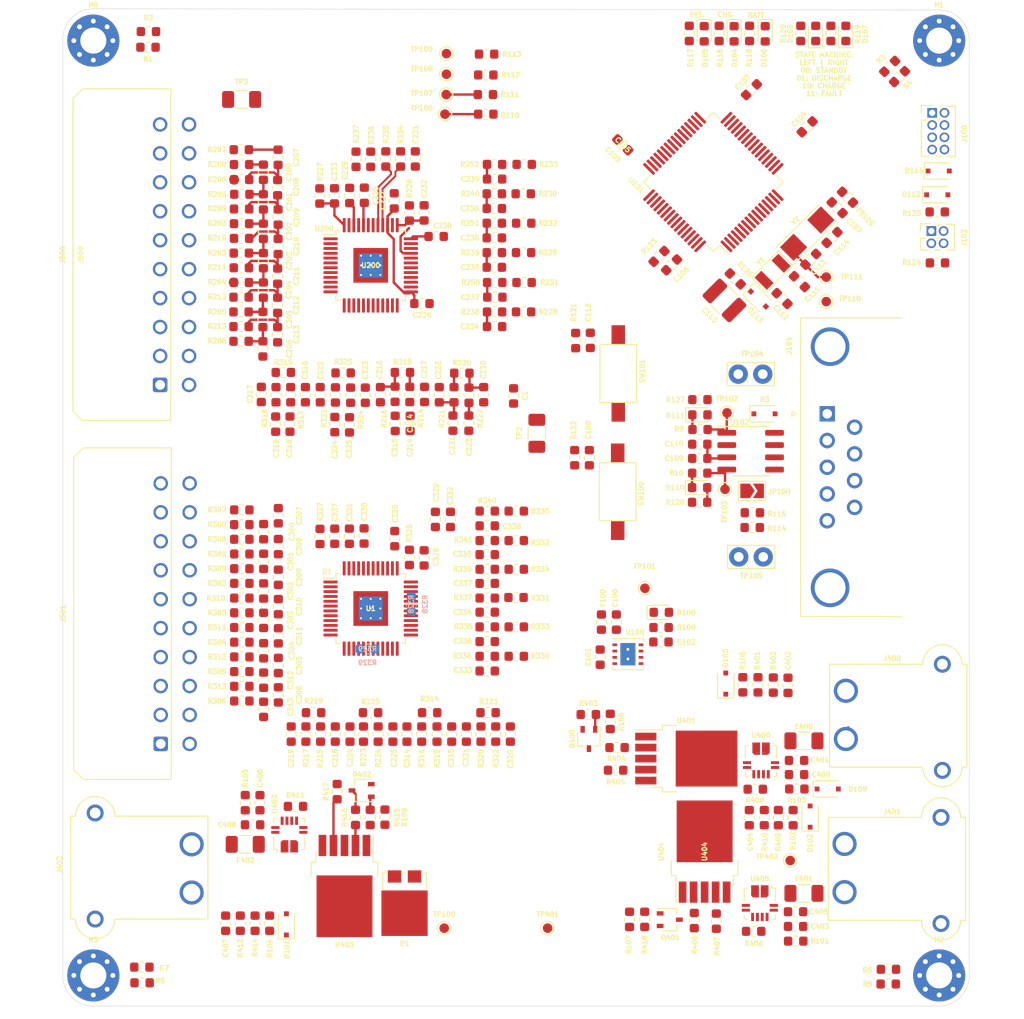
<source format=kicad_pcb>
(kicad_pcb (version 20171130) (host pcbnew "(5.1.5)-3")
  (layers (0 F.Cu mixed) (1 In1.Cu signal) (2 GND power) (31 B.Cu signal) (34 B.Paste user) (35 F.Paste user) (36 B.SilkS user) (37 F.SilkS user) (38 B.Mask user) (39 F.Mask user) (44 Edge.Cuts user))
  (net 0 "")
  (net 1 "Net-(C100-Pad1)")
  (net 2 GND)
  (net 3 "Net-(C101-Pad1)")
  (net 4 +3V3)
  (net 5 VDDA)
  (net 6 /MCU/~RESET)
  (net 7 /MCU/USR_BUTTON)
  (net 8 "/South(Master)_BQ/SOUTH_TAP_CELL5_FILT")
  (net 9 "/South(Master)_BQ/SOUTH_TAP_CELL6_FILT")
  (net 10 "/South(Master)_BQ/SOUTH_TAP_CELL4_FILT")
  (net 11 "/South(Master)_BQ/SOUTH_TAP_CELL3_FILT")
  (net 12 "/South(Master)_BQ/SOUTH_TAP_CELL2_FILT")
  (net 13 "/South(Master)_BQ/SOUTH_TAP_CELL1_FILT")
  (net 14 "/South(Master)_BQ/SOUTH_TAP_CELL0_FILT")
  (net 15 "/South(Master)_BQ/SOUTH_BAL_CELL6_FILT")
  (net 16 "/South(Master)_BQ/SOUTH_BAL_CELL5_FILT")
  (net 17 "/South(Master)_BQ/SOUTH_BAL_CELL4_FILT")
  (net 18 "/South(Master)_BQ/SOUTH_BAL_CELL3_FILT")
  (net 19 "/South(Master)_BQ/SOUTH_BAL_CELL2_FILT")
  (net 20 "/South(Master)_BQ/SOUTH_BAL_CELL1_FILT")
  (net 21 "/South(Master)_BQ/SOUTH_BAL_CELL0_FILT")
  (net 22 "Net-(C214-Pad2)")
  (net 23 "Net-(C215-Pad2)")
  (net 24 "/South(Master)_BQ/SOUTH_COMH_N")
  (net 25 "/South(Master)_BQ/SOUTH_FAULTH_N")
  (net 26 "Net-(C221-Pad2)")
  (net 27 "Net-(C223-Pad2)")
  (net 28 "Net-(C226-Pad1)")
  (net 29 "Net-(C228-Pad1)")
  (net 30 "Net-(C229-Pad1)")
  (net 31 "Net-(C230-Pad1)")
  (net 32 "Net-(C231-Pad1)")
  (net 33 "/South(Master)_BQ/SOUTH_LDOIN")
  (net 34 "/South(Master)_BQ/SOUTH_BAT")
  (net 35 "/South(Master)_BQ/SOUTH_THERM_FILT_1")
  (net 36 "/South(Master)_BQ/SOUTH_THERM_FILT_3")
  (net 37 "/South(Master)_BQ/SOUTH_THERM_FILT_5")
  (net 38 "/South(Master)_BQ/SOUTH_THERM_FILT_2")
  (net 39 "/South(Master)_BQ/SOUTH_THERM_FILT_4")
  (net 40 "/South(Master)_BQ/SOUTH_THERM_FILT_6")
  (net 41 /NORTH_BQ/NORTH_TAP_CELL5_FILT)
  (net 42 /NORTH_BQ/NORTH_TAP_CELL6_FILT)
  (net 43 /NORTH_BQ/NORTH_TAP_CELL4_FILT)
  (net 44 /NORTH_BQ/NORTH_TAP_CELL3_FILT)
  (net 45 /NORTH_BQ/NORTH_TAP_CELL1_FILT)
  (net 46 /NORTH_BQ/NORTH_TAP_CELL0_FILT)
  (net 47 /NORTH_BQ/NORTH_BAL_CELL6_FILT)
  (net 48 /NORTH_BQ/NORTH_BAL_CELL5_FILT)
  (net 49 /NORTH_BQ/NORTH_BAL_CELL4_FILT)
  (net 50 /NORTH_BQ/NORTH_BAL_CELL3_FILT)
  (net 51 /NORTH_BQ/NORTH_BAL_CELL2_FILT)
  (net 52 /NORTH_BQ/NORTH_BAL_CELL1_FILT)
  (net 53 /NORTH_BQ/NORTH_BAL_CELL0_FILT)
  (net 54 /NORTH_BQ/NORTH_COMH_N)
  (net 55 "Net-(C316-Pad2)")
  (net 56 "Net-(C319-Pad1)")
  (net 57 /NORTH_BQ/NORTH_FAULTH_N)
  (net 58 "Net-(C322-Pad2)")
  (net 59 "Net-(C324-Pad1)")
  (net 60 /NORTH_BQ/NORTH_LDOIN)
  (net 61 /NORTH_BQ/NORTH_BAT)
  (net 62 "Net-(C328-Pad1)")
  (net 63 "Net-(C330-Pad1)")
  (net 64 "Net-(C331-Pad1)")
  (net 65 "Net-(C332-Pad1)")
  (net 66 /NORTH_BQ/NORTH_THERM_FILT_1)
  (net 67 /NORTH_BQ/NORTH_THERM_FILT_3)
  (net 68 /NORTH_BQ/NORTH_THERM_FILT_5)
  (net 69 /NORTH_BQ/NORTH_THERM_FILT_2)
  (net 70 /NORTH_BQ/NORTH_THERM_FILT_4)
  (net 71 /NORTH_BQ/NORTH_THERM_FILT_6)
  (net 72 /MCU/JTAG_TDI)
  (net 73 "Net-(J100-Pad4)")
  (net 74 /MCU/JTAG_TDO)
  (net 75 /MCU/JTAG_SWDIO\TMS)
  (net 76 /MCU/JTAG_SWDCLK\TCK)
  (net 77 /MCU/JTAG_NRST)
  (net 78 /MCU/CAN_SH)
  (net 79 "Net-(Q400-Pad3)")
  (net 80 "Net-(Q401-Pad3)")
  (net 81 "Net-(Q402-Pad3)")
  (net 82 "Net-(H0-Pad1)")
  (net 83 "Net-(H1-Pad1)")
  (net 84 "Net-(H2-Pad1)")
  (net 85 "Net-(H3-Pad1)")
  (net 86 "Net-(D100-Pad2)")
  (net 87 /MCU/I_DIS_J)
  (net 88 /MCU/V_DIS_J)
  (net 89 /MCU/I_CHG_J)
  (net 90 /MCU/V_BATT_J)
  (net 91 /MCU/I_BATT_J)
  (net 92 /MCU/V_CHG_J)
  (net 93 /MCU/DIS_ON_J)
  (net 94 /MCU/CHG_ON_J)
  (net 95 /MCU/BATT_ON_J)
  (net 96 /MCU/~BMS_FAULT_J)
  (net 97 /MCU/BMS_WAKEUP_J)
  (net 98 "Net-(JP100-Pad2)")
  (net 99 /MCU/CHG_LED)
  (net 100 "Net-(D104-Pad2)")
  (net 101 /MCU/DIS_LED)
  (net 102 "Net-(D105-Pad2)")
  (net 103 /MCU/BATT_LED)
  (net 104 "Net-(D106-Pad2)")
  (net 105 /MCU/SM0)
  (net 106 "Net-(D107-Pad2)")
  (net 107 "Net-(D108-Pad2)")
  (net 108 /MCU/SM1)
  (net 109 "Net-(R123-Pad2)")
  (net 110 "/South(Master)_BQ/SOUTH_COMH_P")
  (net 111 "/South(Master)_BQ/SOUTH_FAULTH_P")
  (net 112 +BATT)
  (net 113 /NORTH_BQ/NORTH_COMH_P)
  (net 114 /NORTH_BQ/NORTH_FAULTH_P)
  (net 115 "Net-(R328-Pad1)")
  (net 116 "Net-(R328-Pad2)")
  (net 117 "Net-(R329-Pad1)")
  (net 118 /INPUT_OUTPUT/CHG_MSRD)
  (net 119 "Net-(R404-Pad1)")
  (net 120 "Net-(R405-Pad1)")
  (net 121 "Net-(R406-Pad1)")
  (net 122 "Net-(R407-Pad1)")
  (net 123 /INPUT_OUTPUT/DIS_MSRD)
  (net 124 "Net-(R416-Pad1)")
  (net 125 "Net-(R417-Pad1)")
  (net 126 /NORTH_BQ/NORTH_TAP_CELL2_FILT)
  (net 127 "Net-(U1-Pad34)")
  (net 128 "Net-(U1-Pad38)")
  (net 129 "Net-(U1-Pad40)")
  (net 130 "Net-(U1-Pad42)")
  (net 131 "Net-(U1-Pad47)")
  (net 132 "Net-(U100-Pad2)")
  (net 133 "Net-(U100-Pad3)")
  (net 134 "Net-(U100-Pad7)")
  (net 135 "Net-(U101-Pad2)")
  (net 136 /MCU/XTAL32_IN_P)
  (net 137 "Net-(U101-Pad8)")
  (net 138 "Net-(U101-Pad9)")
  (net 139 "Net-(U101-Pad10)")
  (net 140 "Net-(U101-Pad11)")
  (net 141 "Net-(U101-Pad14)")
  (net 142 "Net-(U101-Pad15)")
  (net 143 "Net-(U101-Pad16)")
  (net 144 "Net-(U101-Pad17)")
  (net 145 "Net-(U101-Pad20)")
  (net 146 "Net-(U101-Pad21)")
  (net 147 "Net-(U101-Pad22)")
  (net 148 "Net-(U101-Pad23)")
  (net 149 "Net-(U101-Pad26)")
  (net 150 "Net-(U101-Pad27)")
  (net 151 "Net-(U101-Pad28)")
  (net 152 "Net-(U101-Pad33)")
  (net 153 "Net-(U101-Pad34)")
  (net 154 "Net-(U101-Pad35)")
  (net 155 "Net-(U101-Pad36)")
  (net 156 "Net-(U101-Pad37)")
  (net 157 "Net-(U101-Pad38)")
  (net 158 "Net-(U101-Pad39)")
  (net 159 "Net-(U101-Pad40)")
  (net 160 "Net-(U101-Pad41)")
  (net 161 "Net-(U101-Pad42)")
  (net 162 "Net-(U101-Pad43)")
  (net 163 /MCU/CAN_RX_P)
  (net 164 /MCU/CAN_TX_N)
  (net 165 "Net-(U101-Pad51)")
  (net 166 "Net-(U101-Pad52)")
  (net 167 "Net-(U101-Pad53)")
  (net 168 "Net-(U101-Pad54)")
  (net 169 "Net-(U101-Pad57)")
  (net 170 "Net-(U101-Pad58)")
  (net 171 "Net-(U101-Pad59)")
  (net 172 "Net-(U101-Pad61)")
  (net 173 "Net-(U101-Pad62)")
  (net 174 /MCU/CAN_TX_P)
  (net 175 /MCU/CAN_RX_N)
  (net 176 "Net-(U102-Pad5)")
  (net 177 "Net-(U102-Pad8)")
  (net 178 "Net-(U200-Pad47)")
  (net 179 "Net-(U200-Pad38)")
  (net 180 "Net-(U200-Pad34)")
  (net 181 "Net-(U400-Pad10)")
  (net 182 "Net-(U400-Pad9)")
  (net 183 "Net-(U400-Pad7)")
  (net 184 "Net-(U400-Pad8)")
  (net 185 /INPUT_OUTPUT/CHG_RAW)
  (net 186 /INPUT_OUTPUT/BATT_RAW)
  (net 187 "Net-(U402-Pad8)")
  (net 188 "Net-(U402-Pad7)")
  (net 189 "Net-(U402-Pad9)")
  (net 190 "Net-(U402-Pad10)")
  (net 191 "Net-(U405-Pad10)")
  (net 192 "Net-(U405-Pad9)")
  (net 193 "Net-(U405-Pad7)")
  (net 194 "Net-(U405-Pad8)")
  (net 195 /INPUT_OUTPUT/DIS_RAW)
  (net 196 /INPUT_OUTPUT/MIXED_PWR_PLANE)
  (net 197 "Net-(F400-Pad1)")
  (net 198 "Net-(F401-Pad2)")
  (net 199 "Net-(F402-Pad1)")
  (net 200 "Net-(TP100-Pad1)")
  (net 201 GNDS)
  (net 202 "Net-(R9-Pad2)")
  (net 203 "Net-(R10-Pad2)")
  (net 204 "Net-(J500-Pad20)")
  (net 205 "Net-(J501-Pad20)")
  (net 206 SOUTH_CELL_6)
  (net 207 SOUTH_CELL_5)
  (net 208 SOUTH_CELL_3)
  (net 209 SOUTH_CELL_2)
  (net 210 SOUTH_CELL_1)
  (net 211 SOUTH_CELL_0)
  (net 212 SOUTH_THERM1_P)
  (net 213 SOUTH_THERM1_N)
  (net 214 SOUTH_THERM2_N)
  (net 215 SOUTH_THERM3_N)
  (net 216 SOUTH_THERM4_N)
  (net 217 SOUTH_THERM5_N)
  (net 218 SOUTH_THERM6_N)
  (net 219 NORTH_THERM6_N)
  (net 220 NORTH_THERM1_P)
  (net 221 NORTH_THERM5_N)
  (net 222 NORTH_THERM4_N)
  (net 223 NORTH_THERM3_N)
  (net 224 NORTH_THERM2_N)
  (net 225 NORTH_THERM1_N)
  (net 226 NORTH_CELL_0)
  (net 227 NORTH_CELL_2)
  (net 228 NORTH_CELL_3)
  (net 229 NORTH_CELL_5)
  (net 230 NORTH_CELL_6)
  (net 231 "Net-(C115-Pad1)")
  (net 232 NORTH_COML_N)
  (net 233 NORTH_FAULTL_N)
  (net 234 SOUTH_COMN_N)
  (net 235 SOUTH_FAULTN_N)
  (net 236 I_CHG)
  (net 237 V_CHG)
  (net 238 I_DIS)
  (net 239 V_DIS)
  (net 240 I_BATT)
  (net 241 V_BATT)
  (net 242 "Net-(D3-Pad2)")
  (net 243 "Net-(D110-Pad2)")
  (net 244 "Net-(D111-Pad2)")
  (net 245 "Net-(D112-Pad2)")
  (net 246 "Net-(D113-Pad1)")
  (net 247 "Net-(J104-Pad7)")
  (net 248 CHG_ON)
  (net 249 DIS_ON)
  (net 250 BATT_ON)
  (net 251 ~BMS_FAULT)
  (net 252 BMS_WAKEUP)
  (net 253 NORTH_COML_P)
  (net 254 NORTH_FAULTL_P)
  (net 255 SOUTH_COMN_P)
  (net 256 SOUTH_FAULTN_P)
  (net 257 CHG_FAULT)
  (net 258 DIS_FAULT)
  (net 259 BATT_FAULT)
  (net 260 "Net-(J500-Pad1)")
  (net 261 "Net-(J500-Pad2)")
  (net 262 "Net-(J500-Pad3)")
  (net 263 "Net-(J500-Pad4)")
  (net 264 "Net-(J500-Pad5)")
  (net 265 "Net-(J500-Pad6)")
  (net 266 "Net-(J500-Pad7)")
  (net 267 "Net-(J500-Pad8)")
  (net 268 "Net-(J500-Pad9)")
  (net 269 "Net-(J500-Pad10)")
  (net 270 "Net-(J500-Pad11)")
  (net 271 "Net-(J500-Pad19)")
  (net 272 SOUTH_CELL_4)
  (net 273 "/South(Master)_BQ/S_COMH_LS_P")
  (net 274 "/South(Master)_BQ/S_COMH_LS_N")
  (net 275 "/South(Master)_BQ/S_FAULTH_LS_P")
  (net 276 "/South(Master)_BQ/S_FAULTH_LS_N")
  (net 277 /NORTH_BQ/N_COMH_LS_P)
  (net 278 /NORTH_BQ/N_COMH_LS_N)
  (net 279 /NORTH_BQ/N_FAULTH_LS_P)
  (net 280 /NORTH_BQ/N_FAULTH_LS_N)
  (net 281 /MCU/XTAL32_IN_N)
  (net 282 "Net-(D114-Pad1)")
  (net 283 /MCU/CAN_N)
  (net 284 "Net-(J104-Pad6)")
  (net 285 /MCU/CAN_P)
  (net 286 /MCU/DIAGS_P)
  (net 287 /MCU/DIAGS_N)
  (net 288 /MCU/XTAL_P)
  (net 289 /MCU/XTAL_N)
  (net 290 /MCU/STM32_UART_J_P)
  (net 291 /MCU/STM32_UART_J_N)
  (net 292 STM32_UART_P)
  (net 293 STM32_UART_N)
  (module MountingHole:MountingHole_2.7mm_M2.5_Pad_Via (layer F.Cu) (at 20.32 37.719)
    (fp_text reference H0 (at 0 -3.7) (layer F.SilkS) (effects (font (size 0.5 0.5) (thickness 0.125))))
    (fp_text value TL)
    (fp_text user %R (at 0.3 0) (layer F.SilkS) (effects (font (size 0.5 0.5) (thickness 0.125))))
    (pad 1 thru_hole circle (at 1.431891 -1.431891) (size 0.8 0.8) (drill 0.5) (layers *.Cu *.Mask) (net 82 "Net-(H0-Pad1)"))
    (pad 1 thru_hole circle (at 0 -2.025) (size 0.8 0.8) (drill 0.5) (layers *.Cu *.Mask) (net 82 "Net-(H0-Pad1)"))
    (pad 1 thru_hole circle (at -1.431891 -1.431891) (size 0.8 0.8) (drill 0.5) (layers *.Cu *.Mask) (net 82 "Net-(H0-Pad1)"))
    (pad 1 thru_hole circle (at -2.025 0) (size 0.8 0.8) (drill 0.5) (layers *.Cu *.Mask) (net 82 "Net-(H0-Pad1)"))
    (pad 1 thru_hole circle (at -1.431891 1.431891) (size 0.8 0.8) (drill 0.5) (layers *.Cu *.Mask) (net 82 "Net-(H0-Pad1)"))
    (pad 1 thru_hole circle (at 0 2.025) (size 0.8 0.8) (drill 0.5) (layers *.Cu *.Mask) (net 82 "Net-(H0-Pad1)"))
    (pad 1 thru_hole circle (at 1.431891 1.431891) (size 0.8 0.8) (drill 0.5) (layers *.Cu *.Mask) (net 82 "Net-(H0-Pad1)"))
    (pad 1 thru_hole circle (at 2.025 0) (size 0.8 0.8) (drill 0.5) (layers *.Cu *.Mask) (net 82 "Net-(H0-Pad1)"))
    (pad 1 thru_hole circle (at 0 0) (size 5.4 5.4) (drill 2.7) (layers *.Cu *.Mask) (net 82 "Net-(H0-Pad1)"))
  )
  (module TestPoint:TestPoint_Pad_D1.0mm (layer F.Cu) (at 92.5576 122.7074)
    (fp_text reference TP402 (at -2.3876 -0.4064) (layer F.SilkS) (effects (font (size 0.5 0.5) (thickness 0.125))))
    (fp_text value DISCHARGE)
    (pad 1 smd circle (at 0 0) (size 1 1) (layers F.Cu F.Mask) (net 123 /INPUT_OUTPUT/DIS_MSRD))
  )
  (module TestPoint:TestPoint_Pad_D1.0mm (layer F.Cu) (at 67.4116 129.7178)
    (fp_text reference TP401 (at 0 -1.448) (layer F.SilkS) (effects (font (size 0.5 0.5) (thickness 0.125))))
    (fp_text value POWER_MIX)
    (pad 1 smd circle (at 0 0) (size 1 1) (layers F.Cu F.Mask) (net 196 /INPUT_OUTPUT/MIXED_PWR_PLANE))
  )
  (module TestPoint:TestPoint_Pad_D1.0mm (layer F.Cu) (at 77.4954 94.488)
    (fp_text reference TP101 (at -0.0254 -2.286) (layer F.SilkS) (effects (font (size 0.5 0.5) (thickness 0.125))))
    (fp_text value 3V3_RAIL)
    (pad 1 smd circle (at 0 0) (size 1 1) (layers F.Cu F.Mask) (net 4 +3V3))
  )
  (module TestPoint:TestPoint_Pad_D1.0mm (layer F.Cu) (at 56.6928 129.7178)
    (fp_text reference TP100 (at 0 -1.448) (layer F.SilkS) (effects (font (size 0.5 0.5) (thickness 0.125))))
    (fp_text value BATT_RAIL)
    (pad 1 smd circle (at 0 0) (size 1 1) (layers F.Cu F.Mask) (net 200 "Net-(TP100-Pad1)"))
  )
  (module TestPoint:TestPoint_Pad_D1.0mm (layer F.Cu) (at 96.2914 62.23)
    (fp_text reference TP111 (at 2.6416 -0.0254) (layer F.SilkS) (effects (font (size 0.5 0.5) (thickness 0.125))))
    (fp_text value XTAL)
    (pad 1 smd circle (at 0 0) (size 1 1) (layers F.Cu F.Mask) (net 288 /MCU/XTAL_P))
  )
  (module TestPoint:TestPoint_Pad_D1.0mm (layer F.Cu) (at 96.2914 64.77)
    (fp_text reference TP110 (at 2.4384 -0.3048) (layer F.SilkS) (effects (font (size 0.5 0.5) (thickness 0.125))))
    (fp_text value XTAL32)
    (pad 1 smd circle (at 0 0) (size 1 1) (layers F.Cu F.Mask) (net 136 /MCU/XTAL32_IN_P))
  )
  (module Milpitas_BMS:XT30-RIGHT-ANGLE (layer F.Cu) (at 108.1913 118.237 270)
    (fp_text reference J401 (at -0.5842 5.0673 180) (layer F.SilkS) (effects (font (size 0.5 0.5) (thickness 0.125))))
    (fp_text value POWER_OUTPUT)
    (pad 2 thru_hole circle (at 7.75 10 270) (size 2.5 2.5) (drill 1.8) (layers *.Cu *.Mask) (net 198 "Net-(F401-Pad2)"))
    (pad 1 thru_hole circle (at 2.75 10 270) (size 2.5 2.5) (drill 1.8) (layers *.Cu *.Mask) (net 2 GND))
    (pad 3 thru_hole circle (at 11 0 270) (size 1.75 1.75) (drill 1.125) (layers *.Cu *.Mask))
    (pad 3 thru_hole circle (at 0 0 270) (size 1.75 1.75) (drill 1.125) (layers *.Cu *.Mask))
  )
  (module Capacitor_SMD:C_0603_1608Metric (layer F.Cu) (at 37.9476 51.3588 270)
    (fp_text reference C200 (at 0 -2.6416 90) (layer F.SilkS) (effects (font (size 0.5 0.5) (thickness 0.125))))
    (fp_text value 0.47uF)
    (pad 1 smd roundrect (at -0.7875 0 270) (size 0.875 0.95) (layers F.Cu F.Paste F.Mask) (net 9 "/South(Master)_BQ/SOUTH_TAP_CELL6_FILT"))
    (pad 2 smd roundrect (at 0.7875 0 270) (size 0.875 0.95) (layers F.Cu F.Paste F.Mask) (net 8 "/South(Master)_BQ/SOUTH_TAP_CELL5_FILT"))
  )
  (module Capacitor_SMD:C_0603_1608Metric (layer F.Cu) (at 63.881 74.549 270)
    (fp_text reference C1 (at -0.0254 -1.1938 90) (layer F.SilkS) (effects (font (size 0.5 0.5) (thickness 0.125))))
    (fp_text value CXX)
    (pad 1 smd roundrect (at -0.7875 0 270) (size 0.875 0.95) (layers F.Cu F.Paste F.Mask) (net 2 GND))
    (pad 2 smd roundrect (at 0.7875 0 270) (size 0.875 0.95) (layers F.Cu F.Paste F.Mask) (net 201 GNDS))
  )
  (module Capacitor_SMD:C_0603_1608Metric (layer F.Cu) (at 74.5363 97.9932 90)
    (fp_text reference C100 (at 2.4892 -0.1143 90) (layer F.SilkS) (effects (font (size 0.5 0.5) (thickness 0.125))))
    (fp_text value 1uF)
    (pad 1 smd roundrect (at -0.7875 0 90) (size 0.875 0.95) (layers F.Cu F.Paste F.Mask) (net 1 "Net-(C100-Pad1)"))
    (pad 2 smd roundrect (at 0.7875 0 90) (size 0.875 0.95) (layers F.Cu F.Paste F.Mask) (net 2 GND))
  )
  (module Capacitor_SMD:C_0603_1608Metric (layer F.Cu) (at 72.8599 101.6253 90)
    (fp_text reference C101 (at 0 -1.2319 90) (layer F.SilkS) (effects (font (size 0.5 0.5) (thickness 0.125))))
    (fp_text value 0.1uF)
    (pad 2 smd roundrect (at 0.7875 0 90) (size 0.875 0.95) (layers F.Cu F.Paste F.Mask) (net 2 GND))
    (pad 1 smd roundrect (at -0.7875 0 90) (size 0.875 0.95) (layers F.Cu F.Paste F.Mask) (net 3 "Net-(C101-Pad1)"))
  )
  (module Capacitor_SMD:C_0603_1608Metric (layer F.Cu) (at 79.1591 100.0506)
    (fp_text reference C102 (at 2.6289 0.0254) (layer F.SilkS) (effects (font (size 0.5 0.5) (thickness 0.125))))
    (fp_text value 1uF)
    (pad 2 smd roundrect (at 0.7875 0) (size 0.875 0.95) (layers F.Cu F.Paste F.Mask) (net 2 GND))
    (pad 1 smd roundrect (at -0.7875 0) (size 0.875 0.95) (layers F.Cu F.Paste F.Mask) (net 4 +3V3))
  )
  (module Capacitor_SMD:C_0603_1608Metric (layer F.Cu) (at 88.53932 42.799 45)
    (fp_text reference C103 (at -0.104171 -1.181802 45) (layer F.SilkS) (effects (font (size 0.5 0.5) (thickness 0.125))))
    (fp_text value 0.47uF)
    (pad 1 smd roundrect (at -0.7875 0 45) (size 0.875 0.95) (layers F.Cu F.Paste F.Mask) (net 4 +3V3))
    (pad 2 smd roundrect (at 0.7875 0 45) (size 0.875 0.95) (layers F.Cu F.Paste F.Mask) (net 2 GND))
  )
  (module Capacitor_SMD:C_0603_1608Metric (layer F.Cu) (at 94.31528 46.64964 45)
    (fp_text reference C104 (at -0.028737 -1.163841 45) (layer F.SilkS) (effects (font (size 0.5 0.5) (thickness 0.125))))
    (fp_text value 0.47uF)
    (pad 1 smd roundrect (at -0.7875 0 45) (size 0.875 0.95) (layers F.Cu F.Paste F.Mask) (net 4 +3V3))
    (pad 2 smd roundrect (at 0.7875 0 45) (size 0.875 0.95) (layers F.Cu F.Paste F.Mask) (net 2 GND))
  )
  (module Capacitor_SMD:C_0603_1608Metric (layer F.Cu) (at 75.19924 48.51908 135)
    (fp_text reference C105 (at 0 -1.43 135) (layer F.SilkS) (effects (font (size 0.5 0.5) (thickness 0.125))))
    (fp_text value 0.47uF)
    (fp_text user %R (at 0 0 135) (layer F.SilkS) (effects (font (size 0.5 0.5) (thickness 0.125))))
    (pad 2 smd roundrect (at 0.7875 0 135) (size 0.875 0.95) (layers F.Cu F.Paste F.Mask) (net 2 GND))
    (pad 1 smd roundrect (at -0.7875 0 135) (size 0.875 0.95) (layers F.Cu F.Paste F.Mask) (net 4 +3V3))
  )
  (module Capacitor_SMD:C_0603_1608Metric (layer F.Cu) (at 80.264 60.96 225)
    (fp_text reference C106 (at 0 -1.43 45) (layer F.SilkS) (effects (font (size 0.5 0.5) (thickness 0.125))))
    (fp_text value 0.47uF)
    (pad 1 smd roundrect (at -0.7875 0 225) (size 0.875 0.95) (layers F.Cu F.Paste F.Mask) (net 4 +3V3))
    (pad 2 smd roundrect (at 0.7875 0 225) (size 0.875 0.95) (layers F.Cu F.Paste F.Mask) (net 2 GND))
  )
  (module Capacitor_SMD:C_0603_1608Metric (layer F.Cu) (at 97.42424 55.03672 315)
    (fp_text reference C107 (at 2.561169 0.06825 135) (layer F.SilkS) (effects (font (size 0.5 0.5) (thickness 0.125))))
    (fp_text value 0.47uF)
    (pad 2 smd roundrect (at 0.7875 0 315) (size 0.875 0.95) (layers F.Cu F.Paste F.Mask) (net 2 GND))
    (pad 1 smd roundrect (at -0.7875 0 315) (size 0.875 0.95) (layers F.Cu F.Paste F.Mask) (net 5 VDDA))
  )
  (module Capacitor_SMD:C_0603_1608Metric (layer F.Cu) (at 71.73722 80.95244 270)
    (fp_text reference C108 (at -2.87284 0.10922 90) (layer F.SilkS) (effects (font (size 0.5 0.5) (thickness 0.125))))
    (fp_text value 0.47uF)
    (pad 1 smd roundrect (at -0.7875 0 270) (size 0.875 0.95) (layers F.Cu F.Paste F.Mask) (net 6 /MCU/~RESET))
    (pad 2 smd roundrect (at 0.7875 0 270) (size 0.875 0.95) (layers F.Cu F.Paste F.Mask) (net 2 GND))
  )
  (module Capacitor_SMD:C_0603_1608Metric (layer F.Cu) (at 83.1851 81.026 180)
    (fp_text reference C109 (at 2.6671 0) (layer F.SilkS) (effects (font (size 0.5 0.5) (thickness 0.125))))
    (fp_text value 0.47uF)
    (pad 2 smd roundrect (at 0.7875 0 180) (size 0.875 0.95) (layers F.Cu F.Paste F.Mask) (net 2 GND))
    (pad 1 smd roundrect (at -0.7875 0 180) (size 0.875 0.95) (layers F.Cu F.Paste F.Mask) (net 4 +3V3))
  )
  (module Capacitor_SMD:C_0603_1608Metric (layer F.Cu) (at 83.1849 79.5528 180)
    (fp_text reference C110 (at 2.6669 0.0508) (layer F.SilkS) (effects (font (size 0.5 0.5) (thickness 0.125))))
    (fp_text value 2200pF)
    (pad 1 smd roundrect (at -0.7875 0 180) (size 0.875 0.95) (layers F.Cu F.Paste F.Mask) (net 4 +3V3))
    (pad 2 smd roundrect (at 0.7875 0 180) (size 0.875 0.95) (layers F.Cu F.Paste F.Mask) (net 2 GND))
  )
  (module Capacitor_SMD:C_0603_1608Metric (layer F.Cu) (at 93.51772 62.69736 315)
    (fp_text reference C111 (at 1.882262 -0.028737 225) (layer F.SilkS) (effects (font (size 0.5 0.5) (thickness 0.125))))
    (fp_text value 7pF)
    (pad 1 smd roundrect (at -0.7875 0 315) (size 0.875 0.95) (layers F.Cu F.Paste F.Mask) (net 136 /MCU/XTAL32_IN_P))
    (pad 2 smd roundrect (at 0.7875 0 315) (size 0.875 0.95) (layers F.Cu F.Paste F.Mask) (net 2 GND))
  )
  (module Capacitor_SMD:C_0603_1608Metric (layer F.Cu) (at 91.71432 64.44996 315)
    (fp_text reference C112 (at 0.930355 1.138696 135) (layer F.SilkS) (effects (font (size 0.5 0.5) (thickness 0.125))))
    (fp_text value 7pF)
    (pad 2 smd roundrect (at 0.7875 0 315) (size 0.875 0.95) (layers F.Cu F.Paste F.Mask) (net 2 GND))
    (pad 1 smd roundrect (at -0.7875 0 315) (size 0.875 0.95) (layers F.Cu F.Paste F.Mask) (net 281 /MCU/XTAL32_IN_N))
  )
  (module Capacitor_SMD:C_0603_1608Metric (layer F.Cu) (at 94.68612 60.38596 45)
    (fp_text reference C113 (at -0.007184 1.163841 45) (layer F.SilkS) (effects (font (size 0.5 0.5) (thickness 0.125))))
    (fp_text value 8pF)
    (pad 2 smd roundrect (at 0.7875 0 45) (size 0.875 0.95) (layers F.Cu F.Paste F.Mask) (net 2 GND))
    (pad 1 smd roundrect (at -0.7875 0 45) (size 0.875 0.95) (layers F.Cu F.Paste F.Mask) (net 288 /MCU/XTAL_P))
  )
  (module Capacitor_SMD:C_0603_1608Metric (layer F.Cu) (at 96.89592 58.12536 225)
    (fp_text reference C114 (at 0 -1.43 45) (layer F.SilkS) (effects (font (size 0.5 0.5) (thickness 0.125))))
    (fp_text value 8pF)
    (pad 1 smd roundrect (at -0.7875 0 225) (size 0.875 0.95) (layers F.Cu F.Paste F.Mask) (net 289 /MCU/XTAL_N))
    (pad 2 smd roundrect (at 0.7875 0 225) (size 0.875 0.95) (layers F.Cu F.Paste F.Mask) (net 2 GND))
  )
  (module Capacitor_SMD:C_0603_1608Metric (layer F.Cu) (at 71.83882 68.78584 270)
    (fp_text reference C116 (at -2.89824 0.21082 90) (layer F.SilkS) (effects (font (size 0.5 0.5) (thickness 0.125))))
    (fp_text value 0.47uF)
    (pad 1 smd roundrect (at -0.7875 0 270) (size 0.875 0.95) (layers F.Cu F.Paste F.Mask) (net 7 /MCU/USR_BUTTON))
    (pad 2 smd roundrect (at 0.7875 0 270) (size 0.875 0.95) (layers F.Cu F.Paste F.Mask) (net 2 GND))
  )
  (module Capacitor_SMD:C_0603_1608Metric (layer F.Cu) (at 37.9476 54.4323 270)
    (fp_text reference C201 (at 0 -2.6924 90) (layer F.SilkS) (effects (font (size 0.5 0.5) (thickness 0.125))))
    (fp_text value 0.47uF)
    (pad 1 smd roundrect (at -0.7875 0 270) (size 0.875 0.95) (layers F.Cu F.Paste F.Mask) (net 8 "/South(Master)_BQ/SOUTH_TAP_CELL5_FILT"))
    (pad 2 smd roundrect (at 0.7875 0 270) (size 0.875 0.95) (layers F.Cu F.Paste F.Mask) (net 10 "/South(Master)_BQ/SOUTH_TAP_CELL4_FILT"))
  )
  (module Capacitor_SMD:C_0603_1608Metric (layer F.Cu) (at 37.9476 57.4803 270)
    (fp_text reference C202 (at 0 -2.6924 90) (layer F.SilkS) (effects (font (size 0.5 0.5) (thickness 0.125))))
    (fp_text value 0.47uF)
    (pad 2 smd roundrect (at 0.7875 0 270) (size 0.875 0.95) (layers F.Cu F.Paste F.Mask) (net 11 "/South(Master)_BQ/SOUTH_TAP_CELL3_FILT"))
    (pad 1 smd roundrect (at -0.7875 0 270) (size 0.875 0.95) (layers F.Cu F.Paste F.Mask) (net 10 "/South(Master)_BQ/SOUTH_TAP_CELL4_FILT"))
  )
  (module Capacitor_SMD:C_0603_1608Metric (layer F.Cu) (at 37.9476 60.5283 270)
    (fp_text reference C203 (at 0.0253 -2.6924 90) (layer F.SilkS) (effects (font (size 0.5 0.5) (thickness 0.125))))
    (fp_text value 0.47uF)
    (pad 2 smd roundrect (at 0.7875 0 270) (size 0.875 0.95) (layers F.Cu F.Paste F.Mask) (net 12 "/South(Master)_BQ/SOUTH_TAP_CELL2_FILT"))
    (pad 1 smd roundrect (at -0.7875 0 270) (size 0.875 0.95) (layers F.Cu F.Paste F.Mask) (net 11 "/South(Master)_BQ/SOUTH_TAP_CELL3_FILT"))
  )
  (module Capacitor_SMD:C_0603_1608Metric (layer F.Cu) (at 37.9476 63.5763 270)
    (fp_text reference C204 (at 0 -2.6416 90) (layer F.SilkS) (effects (font (size 0.5 0.5) (thickness 0.125))))
    (fp_text value 0.47uF)
    (pad 1 smd roundrect (at -0.7875 0 270) (size 0.875 0.95) (layers F.Cu F.Paste F.Mask) (net 12 "/South(Master)_BQ/SOUTH_TAP_CELL2_FILT"))
    (pad 2 smd roundrect (at 0.7875 0 270) (size 0.875 0.95) (layers F.Cu F.Paste F.Mask) (net 13 "/South(Master)_BQ/SOUTH_TAP_CELL1_FILT"))
  )
  (module Capacitor_SMD:C_0603_1608Metric (layer F.Cu) (at 37.8968 66.6243 270)
    (fp_text reference C205 (at 0 -2.7432 90) (layer F.SilkS) (effects (font (size 0.5 0.5) (thickness 0.125))))
    (fp_text value 0.47uF)
    (pad 1 smd roundrect (at -0.7875 0 270) (size 0.875 0.95) (layers F.Cu F.Paste F.Mask) (net 13 "/South(Master)_BQ/SOUTH_TAP_CELL1_FILT"))
    (pad 2 smd roundrect (at 0.7875 0 270) (size 0.875 0.95) (layers F.Cu F.Paste F.Mask) (net 14 "/South(Master)_BQ/SOUTH_TAP_CELL0_FILT"))
  )
  (module Capacitor_SMD:C_0603_1608Metric (layer F.Cu) (at 37.8968 69.6723 270)
    (fp_text reference C206 (at 0 -2.7432 90) (layer F.SilkS) (effects (font (size 0.5 0.5) (thickness 0.125))))
    (fp_text value 0.47uF)
    (pad 2 smd roundrect (at 0.7875 0 270) (size 0.875 0.95) (layers F.Cu F.Paste F.Mask) (net 2 GND))
    (pad 1 smd roundrect (at -0.7875 0 270) (size 0.875 0.95) (layers F.Cu F.Paste F.Mask) (net 14 "/South(Master)_BQ/SOUTH_TAP_CELL0_FILT"))
  )
  (module Capacitor_SMD:C_0603_1608Metric (layer F.Cu) (at 39.4716 49.8095 270)
    (fp_text reference C207 (at 0.0253 -1.8796 90) (layer F.SilkS) (effects (font (size 0.5 0.5) (thickness 0.125))))
    (fp_text value 0.47uF)
    (pad 2 smd roundrect (at 0.7875 0 270) (size 0.875 0.95) (layers F.Cu F.Paste F.Mask) (net 16 "/South(Master)_BQ/SOUTH_BAL_CELL5_FILT"))
    (pad 1 smd roundrect (at -0.7875 0 270) (size 0.875 0.95) (layers F.Cu F.Paste F.Mask) (net 15 "/South(Master)_BQ/SOUTH_BAL_CELL6_FILT"))
  )
  (module Capacitor_SMD:C_0603_1608Metric (layer F.Cu) (at 39.4208 52.9591 270)
    (fp_text reference C208 (at -0.0763 -1.9304 90) (layer F.SilkS) (effects (font (size 0.5 0.5) (thickness 0.125))))
    (fp_text value 0.47uF)
    (pad 1 smd roundrect (at -0.7875 0 270) (size 0.875 0.95) (layers F.Cu F.Paste F.Mask) (net 16 "/South(Master)_BQ/SOUTH_BAL_CELL5_FILT"))
    (pad 2 smd roundrect (at 0.7875 0 270) (size 0.875 0.95) (layers F.Cu F.Paste F.Mask) (net 17 "/South(Master)_BQ/SOUTH_BAL_CELL4_FILT"))
  )
  (module Capacitor_SMD:C_0603_1608Metric (layer F.Cu) (at 39.4716 56.0071 270)
    (fp_text reference C209 (at 0.0253 -1.9304 90) (layer F.SilkS) (effects (font (size 0.5 0.5) (thickness 0.125))))
    (fp_text value 0.47uF)
    (pad 2 smd roundrect (at 0.7875 0 270) (size 0.875 0.95) (layers F.Cu F.Paste F.Mask) (net 18 "/South(Master)_BQ/SOUTH_BAL_CELL3_FILT"))
    (pad 1 smd roundrect (at -0.7875 0 270) (size 0.875 0.95) (layers F.Cu F.Paste F.Mask) (net 17 "/South(Master)_BQ/SOUTH_BAL_CELL4_FILT"))
  )
  (module Capacitor_SMD:C_0603_1608Metric (layer F.Cu) (at 39.4716 59.0551 270)
    (fp_text reference C210 (at 0 -1.8796 90) (layer F.SilkS) (effects (font (size 0.5 0.5) (thickness 0.125))))
    (fp_text value 0.47uF)
    (pad 1 smd roundrect (at -0.7875 0 270) (size 0.875 0.95) (layers F.Cu F.Paste F.Mask) (net 18 "/South(Master)_BQ/SOUTH_BAL_CELL3_FILT"))
    (pad 2 smd roundrect (at 0.7875 0 270) (size 0.875 0.95) (layers F.Cu F.Paste F.Mask) (net 19 "/South(Master)_BQ/SOUTH_BAL_CELL2_FILT"))
  )
  (module Capacitor_SMD:C_0603_1608Metric (layer F.Cu) (at 39.4208 62.1284 270)
    (fp_text reference C211 (at 0 -1.9304 90) (layer F.SilkS) (effects (font (size 0.5 0.5) (thickness 0.125))))
    (fp_text value 0.47uF)
    (pad 2 smd roundrect (at 0.7875 0 270) (size 0.875 0.95) (layers F.Cu F.Paste F.Mask) (net 20 "/South(Master)_BQ/SOUTH_BAL_CELL1_FILT"))
    (pad 1 smd roundrect (at -0.7875 0 270) (size 0.875 0.95) (layers F.Cu F.Paste F.Mask) (net 19 "/South(Master)_BQ/SOUTH_BAL_CELL2_FILT"))
  )
  (module Capacitor_SMD:C_0603_1608Metric (layer F.Cu) (at 39.4208 65.1511 270)
    (fp_text reference C212 (at 0 -1.9304 90) (layer F.SilkS) (effects (font (size 0.5 0.5) (thickness 0.125))))
    (fp_text value 0.47uF)
    (pad 1 smd roundrect (at -0.7875 0 270) (size 0.875 0.95) (layers F.Cu F.Paste F.Mask) (net 20 "/South(Master)_BQ/SOUTH_BAL_CELL1_FILT"))
    (pad 2 smd roundrect (at 0.7875 0 270) (size 0.875 0.95) (layers F.Cu F.Paste F.Mask) (net 21 "/South(Master)_BQ/SOUTH_BAL_CELL0_FILT"))
  )
  (module Capacitor_SMD:C_0603_1608Metric (layer F.Cu) (at 39.4208 68.1991 270)
    (fp_text reference C213 (at -0.0255 -1.9304 90) (layer F.SilkS) (effects (font (size 0.5 0.5) (thickness 0.125))))
    (fp_text value 0.47uF)
    (pad 2 smd roundrect (at 0.7875 0 270) (size 0.875 0.95) (layers F.Cu F.Paste F.Mask) (net 2 GND))
    (pad 1 smd roundrect (at -0.7875 0 270) (size 0.875 0.95) (layers F.Cu F.Paste F.Mask) (net 21 "/South(Master)_BQ/SOUTH_BAL_CELL0_FILT"))
  )
  (module Capacitor_SMD:C_0603_1608Metric (layer F.Cu) (at 53.1622 77.3938 90)
    (fp_text reference C214 (at -2.5146 -0.0254 90) (layer F.SilkS) (effects (font (size 0.5 0.5) (thickness 0.125))))
    (fp_text value 2200pF)
    (fp_text user %R (at 0 0 90) (layer F.SilkS) (effects (font (size 0.5 0.5) (thickness 0.125))))
    (pad 1 smd roundrect (at -0.7875 0 90) (size 0.875 0.95) (layers F.Cu F.Paste F.Mask) (net 273 "/South(Master)_BQ/S_COMH_LS_P"))
    (pad 2 smd roundrect (at 0.7875 0 90) (size 0.875 0.95) (layers F.Cu F.Paste F.Mask) (net 22 "Net-(C214-Pad2)"))
  )
  (module Capacitor_SMD:C_0603_1608Metric (layer F.Cu) (at 51.6128 77.3938 90)
    (fp_text reference C215 (at -2.5146 -0.0508 90) (layer F.SilkS) (effects (font (size 0.5 0.5) (thickness 0.125))))
    (fp_text value 2200pF)
    (pad 2 smd roundrect (at 0.7875 0 90) (size 0.875 0.95) (layers F.Cu F.Paste F.Mask) (net 23 "Net-(C215-Pad2)"))
    (pad 1 smd roundrect (at -0.7875 0 90) (size 0.875 0.95) (layers F.Cu F.Paste F.Mask) (net 274 "/South(Master)_BQ/S_COMH_LS_N"))
  )
  (module Capacitor_SMD:C_0603_1608Metric (layer F.Cu) (at 50.0761 74.4221 90)
    (fp_text reference C216 (at 2.5909 -0.0889 90) (layer F.SilkS) (effects (font (size 0.5 0.5) (thickness 0.125))))
    (fp_text value 51pF)
    (pad 2 smd roundrect (at 0.7875 0 90) (size 0.875 0.95) (layers F.Cu F.Paste F.Mask) (net 24 "/South(Master)_BQ/SOUTH_COMH_N"))
    (pad 1 smd roundrect (at -0.7875 0 90) (size 0.875 0.95) (layers F.Cu F.Paste F.Mask) (net 2 GND))
  )
  (module Capacitor_SMD:C_0603_1608Metric (layer F.Cu) (at 54.6481 74.3966 270)
    (fp_text reference C217 (at -2.5654 0.0381 90) (layer F.SilkS) (effects (font (size 0.5 0.5) (thickness 0.125))))
    (fp_text value 51pF)
    (pad 1 smd roundrect (at -0.7875 0 270) (size 0.875 0.95) (layers F.Cu F.Paste F.Mask) (net 2 GND))
    (pad 2 smd roundrect (at 0.7875 0 270) (size 0.875 0.95) (layers F.Cu F.Paste F.Mask) (net 22 "Net-(C214-Pad2)"))
  )
  (module Capacitor_SMD:C_0603_1608Metric (layer F.Cu) (at 45.4025 109.601 270)
    (fp_text reference C218 (at 2.4765 0 90) (layer F.SilkS) (effects (font (size 0.5 0.5) (thickness 0.125))))
    (fp_text value 51pF)
    (pad 1 smd roundrect (at -0.7875 0 270) (size 0.875 0.95) (layers F.Cu F.Paste F.Mask) (net 201 GNDS))
    (pad 2 smd roundrect (at 0.7875 0 270) (size 0.875 0.95) (layers F.Cu F.Paste F.Mask) (net 273 "/South(Master)_BQ/S_COMH_LS_P"))
  )
  (module Capacitor_SMD:C_0603_1608Metric (layer F.Cu) (at 40.8305 109.601 90)
    (fp_text reference C219 (at -2.54 0 90) (layer F.SilkS) (effects (font (size 0.5 0.5) (thickness 0.125))))
    (fp_text value 51pF)
    (pad 1 smd roundrect (at -0.7875 0 90) (size 0.875 0.95) (layers F.Cu F.Paste F.Mask) (net 201 GNDS))
    (pad 2 smd roundrect (at 0.7875 0 90) (size 0.875 0.95) (layers F.Cu F.Paste F.Mask) (net 232 NORTH_COML_N))
  )
  (module Capacitor_SMD:C_0603_1608Metric (layer F.Cu) (at 60.7822 74.4219 90)
    (fp_text reference C220 (at 2.5907 -0.0254 90) (layer F.SilkS) (effects (font (size 0.5 0.5) (thickness 0.125))))
    (fp_text value 51pF)
    (pad 1 smd roundrect (at -0.7875 0 90) (size 0.875 0.95) (layers F.Cu F.Paste F.Mask) (net 2 GND))
    (pad 2 smd roundrect (at 0.7875 0 90) (size 0.875 0.95) (layers F.Cu F.Paste F.Mask) (net 25 "/South(Master)_BQ/SOUTH_FAULTH_N"))
  )
  (module Capacitor_SMD:C_0603_1608Metric (layer F.Cu) (at 57.5945 77.3683 90)
    (fp_text reference C221 (at -2.3369 -0.0889 90) (layer F.SilkS) (effects (font (size 0.5 0.5) (thickness 0.125))))
    (fp_text value 2200pF)
    (pad 1 smd roundrect (at -0.7875 0 90) (size 0.875 0.95) (layers F.Cu F.Paste F.Mask) (net 275 "/South(Master)_BQ/S_FAULTH_LS_P"))
    (pad 2 smd roundrect (at 0.7875 0 90) (size 0.875 0.95) (layers F.Cu F.Paste F.Mask) (net 26 "Net-(C221-Pad2)"))
  )
  (module Capacitor_SMD:C_0603_1608Metric (layer F.Cu) (at 56.1848 74.422 270)
    (fp_text reference C222 (at -2.54 0.1016 90) (layer F.SilkS) (effects (font (size 0.5 0.5) (thickness 0.125))))
    (fp_text value 51pF)
    (pad 1 smd roundrect (at -0.7875 0 270) (size 0.875 0.95) (layers F.Cu F.Paste F.Mask) (net 2 GND))
    (pad 2 smd roundrect (at 0.7875 0 270) (size 0.875 0.95) (layers F.Cu F.Paste F.Mask) (net 26 "Net-(C221-Pad2)"))
  )
  (module Capacitor_SMD:C_0603_1608Metric (layer F.Cu) (at 59.2455 77.3683 90)
    (fp_text reference C223 (at -2.4893 0.0381 90) (layer F.SilkS) (effects (font (size 0.5 0.5) (thickness 0.125))))
    (fp_text value 2200pF)
    (pad 2 smd roundrect (at 0.7875 0 90) (size 0.875 0.95) (layers F.Cu F.Paste F.Mask) (net 27 "Net-(C223-Pad2)"))
    (pad 1 smd roundrect (at -0.7875 0 90) (size 0.875 0.95) (layers F.Cu F.Paste F.Mask) (net 276 "/South(Master)_BQ/S_FAULTH_LS_N"))
  )
  (module Capacitor_SMD:C_0603_1608Metric (layer F.Cu) (at 46.9265 109.601 270)
    (fp_text reference C224 (at 2.451 0 90) (layer F.SilkS) (effects (font (size 0.5 0.5) (thickness 0.125))))
    (fp_text value 51pF)
    (pad 2 smd roundrect (at 0.7875 0 270) (size 0.875 0.95) (layers F.Cu F.Paste F.Mask) (net 275 "/South(Master)_BQ/S_FAULTH_LS_P"))
    (pad 1 smd roundrect (at -0.7875 0 270) (size 0.875 0.95) (layers F.Cu F.Paste F.Mask) (net 201 GNDS))
  )
  (module Capacitor_SMD:C_0603_1608Metric (layer F.Cu) (at 51.3715 109.601 90)
    (fp_text reference C225 (at -2.4765 0.127 90) (layer F.SilkS) (effects (font (size 0.5 0.5) (thickness 0.125))))
    (fp_text value 51pF)
    (pad 1 smd roundrect (at -0.7875 0 90) (size 0.875 0.95) (layers F.Cu F.Paste F.Mask) (net 201 GNDS))
    (pad 2 smd roundrect (at 0.7875 0 90) (size 0.875 0.95) (layers F.Cu F.Paste F.Mask) (net 233 NORTH_FAULTL_N))
  )
  (module Capacitor_SMD:C_0603_1608Metric (layer F.Cu) (at 54.3815 64.9732)
    (fp_text reference C226 (at 0 1.1938) (layer F.SilkS) (effects (font (size 0.5 0.5) (thickness 0.125))))
    (fp_text value 2.2uF)
    (pad 2 smd roundrect (at 0.7875 0) (size 0.875 0.95) (layers F.Cu F.Paste F.Mask) (net 2 GND))
    (pad 1 smd roundrect (at -0.7875 0) (size 0.875 0.95) (layers F.Cu F.Paste F.Mask) (net 28 "Net-(C226-Pad1)"))
  )
  (module Capacitor_SMD:C_0603_1608Metric (layer F.Cu) (at 51.5112 54.3305 90)
    (fp_text reference C227 (at 0.038 -1.1557 90) (layer F.SilkS) (effects (font (size 0.5 0.5) (thickness 0.125))))
    (fp_text value 2.2uF)
    (pad 1 smd roundrect (at -0.7875 0 90) (size 0.875 0.95) (layers F.Cu F.Paste F.Mask) (net 28 "Net-(C226-Pad1)"))
    (pad 2 smd roundrect (at 0.7875 0 90) (size 0.875 0.95) (layers F.Cu F.Paste F.Mask) (net 2 GND))
  )
  (module Capacitor_SMD:C_0603_1608Metric (layer F.Cu) (at 48.4124 53.7464 90)
    (fp_text reference C228 (at -0.0381 1.1811 90) (layer F.SilkS) (effects (font (size 0.5 0.5) (thickness 0.125))))
    (fp_text value 2.2uF)
    (pad 1 smd roundrect (at -0.7875 0 90) (size 0.875 0.95) (layers F.Cu F.Paste F.Mask) (net 29 "Net-(C228-Pad1)"))
    (pad 2 smd roundrect (at 0.7875 0 90) (size 0.875 0.95) (layers F.Cu F.Paste F.Mask) (net 2 GND))
  )
  (module Capacitor_SMD:C_0603_1608Metric (layer F.Cu) (at 46.8884 53.7717 90)
    (fp_text reference C229 (at 2.5907 -0.4699 90) (layer F.SilkS) (effects (font (size 0.5 0.5) (thickness 0.125))))
    (fp_text value 2.2uF)
    (pad 2 smd roundrect (at 0.7875 0 90) (size 0.875 0.95) (layers F.Cu F.Paste F.Mask) (net 2 GND))
    (pad 1 smd roundrect (at -0.7875 0 90) (size 0.875 0.95) (layers F.Cu F.Paste F.Mask) (net 30 "Net-(C229-Pad1)"))
  )
  (module Capacitor_SMD:C_0603_1608Metric (layer F.Cu) (at 55.8547 58.0136)
    (fp_text reference C230 (at 0.6603 -1.1176) (layer F.SilkS) (effects (font (size 0.5 0.5) (thickness 0.125))))
    (fp_text value 2.2uF)
    (pad 2 smd roundrect (at 0.7875 0) (size 0.875 0.95) (layers F.Cu F.Paste F.Mask) (net 2 GND))
    (pad 1 smd roundrect (at -0.7875 0) (size 0.875 0.95) (layers F.Cu F.Paste F.Mask) (net 31 "Net-(C230-Pad1)"))
  )
  (module Capacitor_SMD:C_0603_1608Metric (layer F.Cu) (at 53.6956 49.9872 270)
    (fp_text reference C231 (at -2.5527 -0.0254 90) (layer F.SilkS) (effects (font (size 0.5 0.5) (thickness 0.125))))
    (fp_text value 2.2uF)
    (pad 1 smd roundrect (at -0.7875 0 270) (size 0.875 0.95) (layers F.Cu F.Paste F.Mask) (net 32 "Net-(C231-Pad1)"))
    (pad 2 smd roundrect (at 0.7875 0 270) (size 0.875 0.95) (layers F.Cu F.Paste F.Mask) (net 2 GND))
  )
  (module Capacitor_SMD:C_0603_1608Metric (layer F.Cu) (at 54.61 55.5752 90)
    (fp_text reference C232 (at 2.4892 0 90) (layer F.SilkS) (effects (font (size 0.5 0.5) (thickness 0.125))))
    (fp_text value 0.33uF)
    (pad 2 smd roundrect (at 0.7875 0 90) (size 0.875 0.95) (layers F.Cu F.Paste F.Mask) (net 2 GND))
    (pad 1 smd roundrect (at -0.7875 0 90) (size 0.875 0.95) (layers F.Cu F.Paste F.Mask) (net 33 "/South(Master)_BQ/SOUTH_LDOIN"))
  )
  (module Capacitor_SMD:C_0603_1608Metric (layer F.Cu) (at 45.3136 53.8098 90)
    (fp_text reference C233 (at 2.5018 0 90) (layer F.SilkS) (effects (font (size 0.5 0.5) (thickness 0.125))))
    (fp_text value 0.33uF)
    (pad 1 smd roundrect (at -0.7875 0 90) (size 0.875 0.95) (layers F.Cu F.Paste F.Mask) (net 34 "/South(Master)_BQ/SOUTH_BAT"))
    (pad 2 smd roundrect (at 0.7875 0 90) (size 0.875 0.95) (layers F.Cu F.Paste F.Mask) (net 2 GND))
  )
  (module Capacitor_SMD:C_0603_1608Metric (layer F.Cu) (at 61.9125 67.3608)
    (fp_text reference C234 (at -2.5781 0) (layer F.SilkS) (effects (font (size 0.5 0.5) (thickness 0.125))))
    (fp_text value 0.47uF)
    (pad 1 smd roundrect (at -0.7875 0) (size 0.875 0.95) (layers F.Cu F.Paste F.Mask) (net 35 "/South(Master)_BQ/SOUTH_THERM_FILT_1"))
    (pad 2 smd roundrect (at 0.7875 0) (size 0.875 0.95) (layers F.Cu F.Paste F.Mask) (net 2 GND))
  )
  (module Capacitor_SMD:C_0603_1608Metric (layer F.Cu) (at 61.8872 61.214)
    (fp_text reference C235 (at -2.502 0) (layer F.SilkS) (effects (font (size 0.5 0.5) (thickness 0.125))))
    (fp_text value 0.47uF)
    (pad 2 smd roundrect (at 0.7875 0) (size 0.875 0.95) (layers F.Cu F.Paste F.Mask) (net 2 GND))
    (pad 1 smd roundrect (at -0.7875 0) (size 0.875 0.95) (layers F.Cu F.Paste F.Mask) (net 36 "/South(Master)_BQ/SOUTH_THERM_FILT_3"))
  )
  (module Capacitor_SMD:C_0603_1608Metric (layer F.Cu) (at 61.8872 55.118)
    (fp_text reference C236 (at -2.5528 0) (layer F.SilkS) (effects (font (size 0.5 0.5) (thickness 0.125))))
    (fp_text value 0.47uF)
    (pad 2 smd roundrect (at 0.7875 0) (size 0.875 0.95) (layers F.Cu F.Paste F.Mask) (net 2 GND))
    (pad 1 smd roundrect (at -0.7875 0) (size 0.875 0.95) (layers F.Cu F.Paste F.Mask) (net 37 "/South(Master)_BQ/SOUTH_THERM_FILT_5"))
  )
  (module Capacitor_SMD:C_0603_1608Metric (layer F.Cu) (at 61.9378 64.3128)
    (fp_text reference C237 (at -2.5526 0) (layer F.SilkS) (effects (font (size 0.5 0.5) (thickness 0.125))))
    (fp_text value 0.47uF)
    (pad 1 smd roundrect (at -0.7875 0) (size 0.875 0.95) (layers F.Cu F.Paste F.Mask) (net 38 "/South(Master)_BQ/SOUTH_THERM_FILT_2"))
    (pad 2 smd roundrect (at 0.7875 0) (size 0.875 0.95) (layers F.Cu F.Paste F.Mask) (net 2 GND))
  )
  (module Capacitor_SMD:C_0603_1608Metric (layer F.Cu) (at 61.8872 58.166)
    (fp_text reference C238 (at -2.5528 0) (layer F.SilkS) (effects (font (size 0.5 0.5) (thickness 0.125))))
    (fp_text value 0.47uF)
    (pad 1 smd roundrect (at -0.7875 0) (size 0.875 0.95) (layers F.Cu F.Paste F.Mask) (net 39 "/South(Master)_BQ/SOUTH_THERM_FILT_4"))
    (pad 2 smd roundrect (at 0.7875 0) (size 0.875 0.95) (layers F.Cu F.Paste F.Mask) (net 2 GND))
  )
  (module Capacitor_SMD:C_0603_1608Metric (layer F.Cu) (at 61.9125 52.07)
    (fp_text reference C239 (at -2.5273 0) (layer F.SilkS) (effects (font (size 0.5 0.5) (thickness 0.125))))
    (fp_text value 0.47uF)
    (pad 1 smd roundrect (at -0.7875 0) (size 0.875 0.95) (layers F.Cu F.Paste F.Mask) (net 40 "/South(Master)_BQ/SOUTH_THERM_FILT_6"))
    (pad 2 smd roundrect (at 0.7875 0) (size 0.875 0.95) (layers F.Cu F.Paste F.Mask) (net 2 GND))
  )
  (module Capacitor_SMD:C_0603_1608Metric (layer F.Cu) (at 37.973 88.6205 270)
    (fp_text reference C300 (at 0 -2.921 90) (layer F.SilkS) (effects (font (size 0.5 0.5) (thickness 0.125))))
    (fp_text value 0.47uF)
    (pad 1 smd roundrect (at -0.7875 0 270) (size 0.875 0.95) (layers F.Cu F.Paste F.Mask) (net 42 /NORTH_BQ/NORTH_TAP_CELL6_FILT))
    (pad 2 smd roundrect (at 0.7875 0 270) (size 0.875 0.95) (layers F.Cu F.Paste F.Mask) (net 41 /NORTH_BQ/NORTH_TAP_CELL5_FILT))
  )
  (module Capacitor_SMD:C_0603_1608Metric (layer F.Cu) (at 37.973 91.694 270)
    (fp_text reference C301 (at 0 -2.794 90) (layer F.SilkS) (effects (font (size 0.5 0.5) (thickness 0.125))))
    (fp_text value 0.47uF)
    (pad 2 smd roundrect (at 0.7875 0 270) (size 0.875 0.95) (layers F.Cu F.Paste F.Mask) (net 43 /NORTH_BQ/NORTH_TAP_CELL4_FILT))
    (pad 1 smd roundrect (at -0.7875 0 270) (size 0.875 0.95) (layers F.Cu F.Paste F.Mask) (net 41 /NORTH_BQ/NORTH_TAP_CELL5_FILT))
  )
  (module Capacitor_SMD:C_0603_1608Metric (layer F.Cu) (at 37.973 94.7675 270)
    (fp_text reference C302 (at 0 -2.794 90) (layer F.SilkS) (effects (font (size 0.5 0.5) (thickness 0.125))))
    (fp_text value 0.47uF)
    (pad 1 smd roundrect (at -0.7875 0 270) (size 0.875 0.95) (layers F.Cu F.Paste F.Mask) (net 43 /NORTH_BQ/NORTH_TAP_CELL4_FILT))
    (pad 2 smd roundrect (at 0.7875 0 270) (size 0.875 0.95) (layers F.Cu F.Paste F.Mask) (net 44 /NORTH_BQ/NORTH_TAP_CELL3_FILT))
  )
  (module Capacitor_SMD:C_0603_1608Metric (layer F.Cu) (at 37.973 97.8155 270)
    (fp_text reference C303 (at -0.0255 -2.794 90) (layer F.SilkS) (effects (font (size 0.5 0.5) (thickness 0.125))))
    (fp_text value 0.47uF)
    (pad 2 smd roundrect (at 0.7875 0 270) (size 0.875 0.95) (layers F.Cu F.Paste F.Mask) (net 126 /NORTH_BQ/NORTH_TAP_CELL2_FILT))
    (pad 1 smd roundrect (at -0.7875 0 270) (size 0.875 0.95) (layers F.Cu F.Paste F.Mask) (net 44 /NORTH_BQ/NORTH_TAP_CELL3_FILT))
  )
  (module Capacitor_SMD:C_0603_1608Metric (layer F.Cu) (at 37.973 100.965 270)
    (fp_text reference C304 (at 0 -2.921 90) (layer F.SilkS) (effects (font (size 0.5 0.5) (thickness 0.125))))
    (fp_text value 0.47uF)
    (pad 2 smd roundrect (at 0.7875 0 270) (size 0.875 0.95) (layers F.Cu F.Paste F.Mask) (net 45 /NORTH_BQ/NORTH_TAP_CELL1_FILT))
    (pad 1 smd roundrect (at -0.7875 0 270) (size 0.875 0.95) (layers F.Cu F.Paste F.Mask) (net 126 /NORTH_BQ/NORTH_TAP_CELL2_FILT))
  )
  (module Capacitor_SMD:C_0603_1608Metric (layer F.Cu) (at 39.497 102.489 270)
    (fp_text reference C305 (at 0 -2.159 90) (layer F.SilkS) (effects (font (size 0.5 0.5) (thickness 0.125))))
    (fp_text value 0.47uF)
    (pad 2 smd roundrect (at 0.7875 0 270) (size 0.875 0.95) (layers F.Cu F.Paste F.Mask) (net 46 /NORTH_BQ/NORTH_TAP_CELL0_FILT))
    (pad 1 smd roundrect (at -0.7875 0 270) (size 0.875 0.95) (layers F.Cu F.Paste F.Mask) (net 45 /NORTH_BQ/NORTH_TAP_CELL1_FILT))
  )
  (module Capacitor_SMD:C_0603_1608Metric (layer F.Cu) (at 39.497 105.537 270)
    (fp_text reference C306 (at 0 -2.159 90) (layer F.SilkS) (effects (font (size 0.5 0.5) (thickness 0.125))))
    (fp_text value 0.47uF)
    (pad 1 smd roundrect (at -0.7875 0 270) (size 0.875 0.95) (layers F.Cu F.Paste F.Mask) (net 46 /NORTH_BQ/NORTH_TAP_CELL0_FILT))
    (pad 2 smd roundrect (at 0.7875 0 270) (size 0.875 0.95) (layers F.Cu F.Paste F.Mask) (net 201 GNDS))
  )
  (module Capacitor_SMD:C_0603_1608Metric (layer F.Cu) (at 39.497 86.9695 270)
    (fp_text reference C307 (at 0 -2.159 90) (layer F.SilkS) (effects (font (size 0.5 0.5) (thickness 0.125))))
    (fp_text value 0.47uF)
    (pad 2 smd roundrect (at 0.7875 0 270) (size 0.875 0.95) (layers F.Cu F.Paste F.Mask) (net 48 /NORTH_BQ/NORTH_BAL_CELL5_FILT))
    (pad 1 smd roundrect (at -0.7875 0 270) (size 0.875 0.95) (layers F.Cu F.Paste F.Mask) (net 47 /NORTH_BQ/NORTH_BAL_CELL6_FILT))
  )
  (module Capacitor_SMD:C_0603_1608Metric (layer F.Cu) (at 39.497 90.17 270)
    (fp_text reference C308 (at 0 -2.159 90) (layer F.SilkS) (effects (font (size 0.5 0.5) (thickness 0.125))))
    (fp_text value 0.47uF)
    (pad 1 smd roundrect (at -0.7875 0 270) (size 0.875 0.95) (layers F.Cu F.Paste F.Mask) (net 48 /NORTH_BQ/NORTH_BAL_CELL5_FILT))
    (pad 2 smd roundrect (at 0.7875 0 270) (size 0.875 0.95) (layers F.Cu F.Paste F.Mask) (net 49 /NORTH_BQ/NORTH_BAL_CELL4_FILT))
  )
  (module Capacitor_SMD:C_0603_1608Metric (layer F.Cu) (at 39.497 93.345 270)
    (fp_text reference C309 (at 0 -2.159 90) (layer F.SilkS) (effects (font (size 0.5 0.5) (thickness 0.125))))
    (fp_text value 0.47uF)
    (pad 2 smd roundrect (at 0.7875 0 270) (size 0.875 0.95) (layers F.Cu F.Paste F.Mask) (net 50 /NORTH_BQ/NORTH_BAL_CELL3_FILT))
    (pad 1 smd roundrect (at -0.7875 0 270) (size 0.875 0.95) (layers F.Cu F.Paste F.Mask) (net 49 /NORTH_BQ/NORTH_BAL_CELL4_FILT))
  )
  (module Capacitor_SMD:C_0603_1608Metric (layer F.Cu) (at 39.497 96.393 270)
    (fp_text reference C310 (at 0 -2.159 90) (layer F.SilkS) (effects (font (size 0.5 0.5) (thickness 0.125))))
    (fp_text value 0.47uF)
    (pad 1 smd roundrect (at -0.7875 0 270) (size 0.875 0.95) (layers F.Cu F.Paste F.Mask) (net 50 /NORTH_BQ/NORTH_BAL_CELL3_FILT))
    (pad 2 smd roundrect (at 0.7875 0 270) (size 0.875 0.95) (layers F.Cu F.Paste F.Mask) (net 51 /NORTH_BQ/NORTH_BAL_CELL2_FILT))
  )
  (module Capacitor_SMD:C_0603_1608Metric (layer F.Cu) (at 39.497 99.4155 270)
    (fp_text reference C311 (at 0 -2.159 90) (layer F.SilkS) (effects (font (size 0.5 0.5) (thickness 0.125))))
    (fp_text value 0.47uF)
    (pad 2 smd roundrect (at 0.7875 0 270) (size 0.875 0.95) (layers F.Cu F.Paste F.Mask) (net 52 /NORTH_BQ/NORTH_BAL_CELL1_FILT))
    (pad 1 smd roundrect (at -0.7875 0 270) (size 0.875 0.95) (layers F.Cu F.Paste F.Mask) (net 51 /NORTH_BQ/NORTH_BAL_CELL2_FILT))
  )
  (module Capacitor_SMD:C_0603_1608Metric (layer F.Cu) (at 37.973 104.013 270)
    (fp_text reference C312 (at 0 -2.794 90) (layer F.SilkS) (effects (font (size 0.5 0.5) (thickness 0.125))))
    (fp_text value 0.47uF)
    (pad 1 smd roundrect (at -0.7875 0 270) (size 0.875 0.95) (layers F.Cu F.Paste F.Mask) (net 52 /NORTH_BQ/NORTH_BAL_CELL1_FILT))
    (pad 2 smd roundrect (at 0.7875 0 270) (size 0.875 0.95) (layers F.Cu F.Paste F.Mask) (net 53 /NORTH_BQ/NORTH_BAL_CELL0_FILT))
  )
  (module Capacitor_SMD:C_0603_1608Metric (layer F.Cu) (at 37.973 107.0355 270)
    (fp_text reference C313 (at -0.2285 -2.794 90) (layer F.SilkS) (effects (font (size 0.5 0.5) (thickness 0.125))))
    (fp_text value 0.47uF)
    (pad 2 smd roundrect (at 0.7875 0 270) (size 0.875 0.95) (layers F.Cu F.Paste F.Mask) (net 201 GNDS))
    (pad 1 smd roundrect (at -0.7875 0 270) (size 0.875 0.95) (layers F.Cu F.Paste F.Mask) (net 53 /NORTH_BQ/NORTH_BAL_CELL0_FILT))
  )
  (module Capacitor_SMD:C_0603_1608Metric (layer F.Cu) (at 52.832 109.601 90)
    (fp_text reference C314 (at -2.54 0 90) (layer F.SilkS) (effects (font (size 0.5 0.5) (thickness 0.125))))
    (fp_text value 51pF)
    (pad 2 smd roundrect (at 0.7875 0 90) (size 0.875 0.95) (layers F.Cu F.Paste F.Mask) (net 54 /NORTH_BQ/NORTH_COMH_N))
    (pad 1 smd roundrect (at -0.7875 0 90) (size 0.875 0.95) (layers F.Cu F.Paste F.Mask) (net 201 GNDS))
  )
  (module Capacitor_SMD:C_0603_1608Metric (layer F.Cu) (at 57.4675 109.601 270)
    (fp_text reference C315 (at 2.4765 0.0635 90) (layer F.SilkS) (effects (font (size 0.5 0.5) (thickness 0.125))))
    (fp_text value 51pF)
    (pad 1 smd roundrect (at -0.7875 0 270) (size 0.875 0.95) (layers F.Cu F.Paste F.Mask) (net 201 GNDS))
    (pad 2 smd roundrect (at 0.7875 0 270) (size 0.875 0.95) (layers F.Cu F.Paste F.Mask) (net 277 /NORTH_BQ/N_COMH_LS_P))
  )
  (module Capacitor_SMD:C_0603_1608Metric (layer F.Cu) (at 42.3037 74.4221 270)
    (fp_text reference C316 (at -2.5401 0.0381 90) (layer F.SilkS) (effects (font (size 0.5 0.5) (thickness 0.125))))
    (fp_text value 51pF)
    (pad 2 smd roundrect (at 0.7875 0 270) (size 0.875 0.95) (layers F.Cu F.Paste F.Mask) (net 55 "Net-(C316-Pad2)"))
    (pad 1 smd roundrect (at -0.7875 0 270) (size 0.875 0.95) (layers F.Cu F.Paste F.Mask) (net 2 GND))
  )
  (module Capacitor_SMD:C_0603_1608Metric (layer F.Cu) (at 37.7317 74.3966 90)
    (fp_text reference C317 (at 0.0254 -1.1557 90) (layer F.SilkS) (effects (font (size 0.5 0.5) (thickness 0.125))))
    (fp_text value 51pF)
    (pad 1 smd roundrect (at -0.7875 0 90) (size 0.875 0.95) (layers F.Cu F.Paste F.Mask) (net 2 GND))
    (pad 2 smd roundrect (at 0.7875 0 90) (size 0.875 0.95) (layers F.Cu F.Paste F.Mask) (net 234 SOUTH_COMN_N))
  )
  (module Capacitor_SMD:C_0603_1608Metric (layer F.Cu) (at 40.7035 77.47 270)
    (fp_text reference C318 (at 2.54 0.0635 90) (layer F.SilkS) (effects (font (size 0.5 0.5) (thickness 0.125))))
    (fp_text value 2200pF)
    (pad 2 smd roundrect (at 0.7875 0 270) (size 0.875 0.95) (layers F.Cu F.Paste F.Mask) (net 277 /NORTH_BQ/N_COMH_LS_P))
    (pad 1 smd roundrect (at -0.7875 0 270) (size 0.875 0.95) (layers F.Cu F.Paste F.Mask) (net 55 "Net-(C316-Pad2)"))
  )
  (module Capacitor_SMD:C_0603_1608Metric (layer F.Cu) (at 39.2176 77.47 270)
    (fp_text reference C319 (at 2.54 -0.0635 90) (layer F.SilkS) (effects (font (size 0.5 0.5) (thickness 0.125))))
    (fp_text value 2200pF)
    (pad 1 smd roundrect (at -0.7875 0 270) (size 0.875 0.95) (layers F.Cu F.Paste F.Mask) (net 56 "Net-(C319-Pad1)"))
    (pad 2 smd roundrect (at 0.7875 0 270) (size 0.875 0.95) (layers F.Cu F.Paste F.Mask) (net 278 /NORTH_BQ/N_COMH_LS_N))
  )
  (module Capacitor_SMD:C_0603_1608Metric (layer F.Cu) (at 63.5508 109.601 90)
    (fp_text reference C320 (at -2.6035 0.0127 90) (layer F.SilkS) (effects (font (size 0.5 0.5) (thickness 0.125))))
    (fp_text value 51pF)
    (pad 1 smd roundrect (at -0.7875 0 90) (size 0.875 0.95) (layers F.Cu F.Paste F.Mask) (net 201 GNDS))
    (pad 2 smd roundrect (at 0.7875 0 90) (size 0.875 0.95) (layers F.Cu F.Paste F.Mask) (net 57 /NORTH_BQ/NORTH_FAULTH_N))
  )
  (module Capacitor_SMD:C_0603_1608Metric (layer F.Cu) (at 58.9915 109.601 270)
    (fp_text reference C321 (at 2.413 0.0635 90) (layer F.SilkS) (effects (font (size 0.5 0.5) (thickness 0.125))))
    (fp_text value 51pF)
    (pad 2 smd roundrect (at 0.7875 0 270) (size 0.875 0.95) (layers F.Cu F.Paste F.Mask) (net 279 /NORTH_BQ/N_FAULTH_LS_P))
    (pad 1 smd roundrect (at -0.7875 0 270) (size 0.875 0.95) (layers F.Cu F.Paste F.Mask) (net 201 GNDS))
  )
  (module Capacitor_SMD:C_0603_1608Metric (layer F.Cu) (at 43.8404 74.422 270)
    (fp_text reference C322 (at -2.4892 -0.0508 90) (layer F.SilkS) (effects (font (size 0.5 0.5) (thickness 0.125))))
    (fp_text value 51pF)
    (pad 1 smd roundrect (at -0.7875 0 270) (size 0.875 0.95) (layers F.Cu F.Paste F.Mask) (net 2 GND))
    (pad 2 smd roundrect (at 0.7875 0 270) (size 0.875 0.95) (layers F.Cu F.Paste F.Mask) (net 58 "Net-(C322-Pad2)"))
  )
  (module Capacitor_SMD:C_0603_1608Metric (layer F.Cu) (at 48.514 74.4728 90)
    (fp_text reference C323 (at 2.5908 0 90) (layer F.SilkS) (effects (font (size 0.5 0.5) (thickness 0.125))))
    (fp_text value 51pF)
    (pad 2 smd roundrect (at 0.7875 0 90) (size 0.875 0.95) (layers F.Cu F.Paste F.Mask) (net 235 SOUTH_FAULTN_N))
    (pad 1 smd roundrect (at -0.7875 0 90) (size 0.875 0.95) (layers F.Cu F.Paste F.Mask) (net 2 GND))
  )
  (module Capacitor_SMD:C_0603_1608Metric (layer F.Cu) (at 45.3517 77.5207 270)
    (fp_text reference C324 (at 2.5909 -0.0127 90) (layer F.SilkS) (effects (font (size 0.5 0.5) (thickness 0.125))))
    (fp_text value 2200pF)
    (pad 1 smd roundrect (at -0.7875 0 270) (size 0.875 0.95) (layers F.Cu F.Paste F.Mask) (net 59 "Net-(C324-Pad1)"))
    (pad 2 smd roundrect (at 0.7875 0 270) (size 0.875 0.95) (layers F.Cu F.Paste F.Mask) (net 280 /NORTH_BQ/N_FAULTH_LS_N))
  )
  (module Capacitor_SMD:C_0603_1608Metric (layer F.Cu) (at 46.8757 77.5462 270)
    (fp_text reference C325 (at 2.5146 0.0381 90) (layer F.SilkS) (effects (font (size 0.5 0.5) (thickness 0.125))))
    (fp_text value 2200pF)
    (pad 2 smd roundrect (at 0.7875 0 270) (size 0.875 0.95) (layers F.Cu F.Paste F.Mask) (net 279 /NORTH_BQ/N_FAULTH_LS_P))
    (pad 1 smd roundrect (at -0.7875 0 270) (size 0.875 0.95) (layers F.Cu F.Paste F.Mask) (net 58 "Net-(C322-Pad2)"))
  )
  (module Capacitor_SMD:C_0603_1608Metric (layer F.Cu) (at 54.61 91.3385 90)
    (fp_text reference C326 (at 0.1017 1.2192 90) (layer F.SilkS) (effects (font (size 0.5 0.5) (thickness 0.125))))
    (fp_text value 0.33uF)
    (pad 2 smd roundrect (at 0.7875 0 90) (size 0.875 0.95) (layers F.Cu F.Paste F.Mask) (net 201 GNDS))
    (pad 1 smd roundrect (at -0.7875 0 90) (size 0.875 0.95) (layers F.Cu F.Paste F.Mask) (net 60 /NORTH_BQ/NORTH_LDOIN))
  )
  (module Capacitor_SMD:C_0603_1608Metric (layer F.Cu) (at 45.339 89.0905 90)
    (fp_text reference C327 (at 2.4765 0.0254 90) (layer F.SilkS) (effects (font (size 0.5 0.5) (thickness 0.125))))
    (fp_text value 0.33uF)
    (pad 1 smd roundrect (at -0.7875 0 90) (size 0.875 0.95) (layers F.Cu F.Paste F.Mask) (net 61 /NORTH_BQ/NORTH_BAT))
    (pad 2 smd roundrect (at 0.7875 0 90) (size 0.875 0.95) (layers F.Cu F.Paste F.Mask) (net 201 GNDS))
  )
  (module Capacitor_SMD:C_0603_1608Metric (layer F.Cu) (at 51.562 89.3445 90)
    (fp_text reference C328 (at 2.5781 0.0508 90) (layer F.SilkS) (effects (font (size 0.5 0.5) (thickness 0.125))))
    (fp_text value 2.2uF)
    (pad 2 smd roundrect (at 0.7875 0 90) (size 0.875 0.95) (layers F.Cu F.Paste F.Mask) (net 201 GNDS))
    (pad 1 smd roundrect (at -0.7875 0 90) (size 0.875 0.95) (layers F.Cu F.Paste F.Mask) (net 62 "Net-(C328-Pad1)"))
  )
  (module Capacitor_SMD:C_0603_1608Metric (layer F.Cu) (at 55.7784 87.3505 90)
    (fp_text reference C329 (at 2.7685 0.0889 90) (layer F.SilkS) (effects (font (size 0.5 0.5) (thickness 0.125))))
    (fp_text value 2.2uF)
    (pad 2 smd roundrect (at 0.7875 0 90) (size 0.875 0.95) (layers F.Cu F.Paste F.Mask) (net 201 GNDS))
    (pad 1 smd roundrect (at -0.7875 0 90) (size 0.875 0.95) (layers F.Cu F.Paste F.Mask) (net 62 "Net-(C328-Pad1)"))
  )
  (module Capacitor_SMD:C_0603_1608Metric (layer F.Cu) (at 48.387 89.065 90)
    (fp_text reference C330 (at 2.5018 0.0254 90) (layer F.SilkS) (effects (font (size 0.5 0.5) (thickness 0.125))))
    (fp_text value 2.2uF)
    (pad 2 smd roundrect (at 0.7875 0 90) (size 0.875 0.95) (layers F.Cu F.Paste F.Mask) (net 201 GNDS))
    (pad 1 smd roundrect (at -0.7875 0 90) (size 0.875 0.95) (layers F.Cu F.Paste F.Mask) (net 63 "Net-(C330-Pad1)"))
  )
  (module Capacitor_SMD:C_0603_1608Metric (layer F.Cu) (at 46.863 89.0905 90)
    (fp_text reference C331 (at 2.4765 0.0254 90) (layer F.SilkS) (effects (font (size 0.5 0.5) (thickness 0.125))))
    (fp_text value 2.2uF)
    (pad 1 smd roundrect (at -0.7875 0 90) (size 0.875 0.95) (layers F.Cu F.Paste F.Mask) (net 64 "Net-(C331-Pad1)"))
    (pad 2 smd roundrect (at 0.7875 0 90) (size 0.875 0.95) (layers F.Cu F.Paste F.Mask) (net 201 GNDS))
  )
  (module Capacitor_SMD:C_0603_1608Metric (layer F.Cu) (at 57.3405 87.3505 90)
    (fp_text reference C332 (at 2.4383 -0.0381 90) (layer F.SilkS) (effects (font (size 0.5 0.5) (thickness 0.125))))
    (fp_text value 2.2uF)
    (pad 1 smd roundrect (at -0.7875 0 90) (size 0.875 0.95) (layers F.Cu F.Paste F.Mask) (net 65 "Net-(C332-Pad1)"))
    (pad 2 smd roundrect (at 0.7875 0 90) (size 0.875 0.95) (layers F.Cu F.Paste F.Mask) (net 201 GNDS))
  )
  (module Capacitor_SMD:C_0603_1608Metric (layer F.Cu) (at 61.1505 103.0605)
    (fp_text reference C333 (at -2.5273 -0.0889) (layer F.SilkS) (effects (font (size 0.5 0.5) (thickness 0.125))))
    (fp_text value 0.47uF)
    (pad 1 smd roundrect (at -0.7875 0) (size 0.875 0.95) (layers F.Cu F.Paste F.Mask) (net 66 /NORTH_BQ/NORTH_THERM_FILT_1))
    (pad 2 smd roundrect (at 0.7875 0) (size 0.875 0.95) (layers F.Cu F.Paste F.Mask) (net 201 GNDS))
  )
  (module Capacitor_SMD:C_0603_1608Metric (layer F.Cu) (at 61.1505 96.9645)
    (fp_text reference C334 (at -2.5781 0.0127) (layer F.SilkS) (effects (font (size 0.5 0.5) (thickness 0.125))))
    (fp_text value 0.47uF)
    (pad 2 smd roundrect (at 0.7875 0) (size 0.875 0.95) (layers F.Cu F.Paste F.Mask) (net 201 GNDS))
    (pad 1 smd roundrect (at -0.7875 0) (size 0.875 0.95) (layers F.Cu F.Paste F.Mask) (net 67 /NORTH_BQ/NORTH_THERM_FILT_3))
  )
  (module Capacitor_SMD:C_0603_1608Metric (layer F.Cu) (at 61.1505 90.9955)
    (fp_text reference C335 (at -2.5781 -0.0635) (layer F.SilkS) (effects (font (size 0.5 0.5) (thickness 0.125))))
    (fp_text value 0.47uF)
    (pad 1 smd roundrect (at -0.7875 0) (size 0.875 0.95) (layers F.Cu F.Paste F.Mask) (net 68 /NORTH_BQ/NORTH_THERM_FILT_5))
    (pad 2 smd roundrect (at 0.7875 0) (size 0.875 0.95) (layers F.Cu F.Paste F.Mask) (net 201 GNDS))
  )
  (module Capacitor_SMD:C_0603_1608Metric (layer F.Cu) (at 61.1505 100.0125)
    (fp_text reference C336 (at -2.5273 -0.0381) (layer F.SilkS) (effects (font (size 0.5 0.5) (thickness 0.125))))
    (fp_text value 0.47uF)
    (pad 2 smd roundrect (at 0.7875 0) (size 0.875 0.95) (layers F.Cu F.Paste F.Mask) (net 201 GNDS))
    (pad 1 smd roundrect (at -0.7875 0) (size 0.875 0.95) (layers F.Cu F.Paste F.Mask) (net 69 /NORTH_BQ/NORTH_THERM_FILT_2))
  )
  (module Capacitor_SMD:C_0603_1608Metric (layer F.Cu) (at 61.1505 93.98)
    (fp_text reference C337 (at -2.5273 0) (layer F.SilkS) (effects (font (size 0.5 0.5) (thickness 0.125))))
    (fp_text value 0.47uF)
    (pad 1 smd roundrect (at -0.7875 0) (size 0.875 0.95) (layers F.Cu F.Paste F.Mask) (net 70 /NORTH_BQ/NORTH_THERM_FILT_4))
    (pad 2 smd roundrect (at 0.7875 0) (size 0.875 0.95) (layers F.Cu F.Paste F.Mask) (net 201 GNDS))
  )
  (module Capacitor_SMD:C_0603_1608Metric (layer F.Cu) (at 61.1505 88.011)
    (fp_text reference C338 (at 2.54 0.0635) (layer F.SilkS) (effects (font (size 0.5 0.5) (thickness 0.125))))
    (fp_text value 0.47uF)
    (pad 2 smd roundrect (at 0.7875 0) (size 0.875 0.95) (layers F.Cu F.Paste F.Mask) (net 201 GNDS))
    (pad 1 smd roundrect (at -0.7875 0) (size 0.875 0.95) (layers F.Cu F.Paste F.Mask) (net 71 /NORTH_BQ/NORTH_THERM_FILT_6))
  )
  (module Capacitor_SMD:C_0603_1608Metric (layer F.Cu) (at 93.218 113.792)
    (fp_text reference C400 (at 2.54 0) (layer F.SilkS) (effects (font (size 0.5 0.5) (thickness 0.125))))
    (fp_text value 0.47uF)
    (pad 1 smd roundrect (at -0.7875 0) (size 0.875 0.95) (layers F.Cu F.Paste F.Mask) (net 236 I_CHG))
    (pad 2 smd roundrect (at 0.7875 0) (size 0.875 0.95) (layers F.Cu F.Paste F.Mask) (net 2 GND))
  )
  (module Capacitor_SMD:C_0603_1608Metric (layer F.Cu) (at 93.218 112.3315)
    (fp_text reference C401 (at 2.413 -0.0635) (layer F.SilkS) (effects (font (size 0.5 0.5) (thickness 0.125))))
    (fp_text value 0.47uF)
    (pad 2 smd roundrect (at 0.7875 0) (size 0.875 0.95) (layers F.Cu F.Paste F.Mask) (net 2 GND))
    (pad 1 smd roundrect (at -0.7875 0) (size 0.875 0.95) (layers F.Cu F.Paste F.Mask) (net 4 +3V3))
  )
  (module Capacitor_SMD:C_0603_1608Metric (layer F.Cu) (at 92.329 104.5465 270)
    (fp_text reference C402 (at -2.5655 0 90) (layer F.SilkS) (effects (font (size 0.5 0.5) (thickness 0.125))))
    (fp_text value 0.47uF)
    (pad 2 smd roundrect (at 0.7875 0 270) (size 0.875 0.95) (layers F.Cu F.Paste F.Mask) (net 2 GND))
    (pad 1 smd roundrect (at -0.7875 0 270) (size 0.875 0.95) (layers F.Cu F.Paste F.Mask) (net 237 V_CHG))
  )
  (module Capacitor_SMD:C_0603_1608Metric (layer F.Cu) (at 93.1165 129.54)
    (fp_text reference C403 (at 2.5145 0) (layer F.SilkS) (effects (font (size 0.5 0.5) (thickness 0.125))))
    (fp_text value 0.47uF)
    (pad 2 smd roundrect (at 0.7875 0) (size 0.875 0.95) (layers F.Cu F.Paste F.Mask) (net 2 GND))
    (pad 1 smd roundrect (at -0.7875 0) (size 0.875 0.95) (layers F.Cu F.Paste F.Mask) (net 238 I_DIS))
  )
  (module Capacitor_SMD:C_0603_1608Metric (layer F.Cu) (at 88.3158 118.2625 270)
    (fp_text reference C404 (at 2.5145 -0.0762 90) (layer F.SilkS) (effects (font (size 0.5 0.5) (thickness 0.125))))
    (fp_text value 0.47uF)
    (pad 2 smd roundrect (at 0.7875 0 270) (size 0.875 0.95) (layers F.Cu F.Paste F.Mask) (net 2 GND))
    (pad 1 smd roundrect (at -0.7875 0 270) (size 0.875 0.95) (layers F.Cu F.Paste F.Mask) (net 239 V_DIS))
  )
  (module Capacitor_SMD:C_0603_1608Metric (layer F.Cu) (at 93.1165 128.016)
    (fp_text reference C405 (at 2.3875 0) (layer F.SilkS) (effects (font (size 0.5 0.5) (thickness 0.125))))
    (fp_text value 0.47uF)
    (pad 1 smd roundrect (at -0.7875 0) (size 0.875 0.95) (layers F.Cu F.Paste F.Mask) (net 4 +3V3))
    (pad 2 smd roundrect (at 0.7875 0) (size 0.875 0.95) (layers F.Cu F.Paste F.Mask) (net 2 GND))
  )
  (module Capacitor_SMD:C_0603_1608Metric (layer F.Cu) (at 37.592 116.713 90)
    (fp_text reference C406 (at 2.54 0 90) (layer F.SilkS) (effects (font (size 0.5 0.5) (thickness 0.125))))
    (fp_text value 0.47uF)
    (pad 1 smd roundrect (at -0.7875 0 90) (size 0.875 0.95) (layers F.Cu F.Paste F.Mask) (net 240 I_BATT))
    (pad 2 smd roundrect (at 0.7875 0 90) (size 0.875 0.95) (layers F.Cu F.Paste F.Mask) (net 2 GND))
  )
  (module Capacitor_SMD:C_0603_1608Metric (layer F.Cu) (at 34.03092 129.20716 270)
    (fp_text reference C407 (at 2.56784 -0.00508 90) (layer F.SilkS) (effects (font (size 0.5 0.5) (thickness 0.125))))
    (fp_text value 0.47uF)
    (pad 1 smd roundrect (at -0.7875 0 270) (size 0.875 0.95) (layers F.Cu F.Paste F.Mask) (net 241 V_BATT))
    (pad 2 smd roundrect (at 0.7875 0 270) (size 0.875 0.95) (layers F.Cu F.Paste F.Mask) (net 2 GND))
  )
  (module Capacitor_SMD:C_0603_1608Metric (layer F.Cu) (at 36.83 118.999 180)
    (fp_text reference C408 (at 2.667 0) (layer F.SilkS) (effects (font (size 0.5 0.5) (thickness 0.125))))
    (fp_text value 0.47uF)
    (pad 1 smd roundrect (at -0.7875 0 180) (size 0.875 0.95) (layers F.Cu F.Paste F.Mask) (net 4 +3V3))
    (pad 2 smd roundrect (at 0.7875 0 180) (size 0.875 0.95) (layers F.Cu F.Paste F.Mask) (net 2 GND))
  )
  (module Package_TO_SOT_SMD:TO-277A (layer F.Cu) (at 52.578 127.127)
    (fp_text reference D1 (at 0 4.191 180) (layer F.SilkS) (effects (font (size 0.5 0.5) (thickness 0.125))))
    (fp_text value MBR15U60-TP)
    (pad 1 smd rect (at -1.04 -2.765) (size 1.4 1.27) (layers F.Cu F.Paste F.Mask) (net 196 /INPUT_OUTPUT/MIXED_PWR_PLANE))
    (pad 3 smd rect (at 0 1.04) (size 4.8 4.72) (layers F.Cu F.Mask) (net 112 +BATT))
    (pad 2 smd rect (at 1.04 -2.765) (size 1.4 1.27) (layers F.Cu F.Paste F.Mask) (net 196 /INPUT_OUTPUT/MIXED_PWR_PLANE))
  )
  (module Diode_SMD:D_SOD-323F (layer F.Cu) (at 96.4438 115.2906)
    (fp_text reference D109 (at 3.1242 0.0254) (layer F.SilkS) (effects (font (size 0.5 0.5) (thickness 0.125))))
    (fp_text value D_Zener)
    (pad 2 smd rect (at 1.1 0) (size 0.5 0.5) (layers F.Cu F.Paste F.Mask) (net 2 GND))
    (pad 1 smd rect (at -1.1 0) (size 0.5 0.5) (layers F.Cu F.Paste F.Mask) (net 89 /MCU/I_CHG_J))
  )
  (module LED_SMD:LED_0603_1608Metric (layer F.Cu) (at 79.1972 96.9772)
    (fp_text reference D100 (at 2.5908 0.0508) (layer F.SilkS) (effects (font (size 0.5 0.5) (thickness 0.125))))
    (fp_text value OG)
    (pad 1 smd roundrect (at -0.7875 0) (size 0.875 0.95) (layers F.Cu F.Paste F.Mask) (net 2 GND))
    (pad 2 smd roundrect (at 0.7875 0) (size 0.875 0.95) (layers F.Cu F.Paste F.Mask) (net 86 "Net-(D100-Pad2)"))
  )
  (module Diode_SMD:D_SOD-323F (layer F.Cu) (at 40.3352 129.32716 90)
    (fp_text reference D101 (at -2.60604 0.0508 90) (layer F.SilkS) (effects (font (size 0.5 0.5) (thickness 0.125))))
    (fp_text value D_Zener)
    (pad 1 smd rect (at -1.1 0 90) (size 0.5 0.5) (layers F.Cu F.Paste F.Mask) (net 90 /MCU/V_BATT_J))
    (pad 2 smd rect (at 1.1 0 90) (size 0.5 0.5) (layers F.Cu F.Paste F.Mask) (net 2 GND))
  )
  (module Diode_SMD:D_SOD-323F (layer F.Cu) (at 94.62262 118.15318 90)
    (fp_text reference D102 (at -2.75082 -0.00762 90) (layer F.SilkS) (effects (font (size 0.5 0.5) (thickness 0.125))))
    (fp_text value D_Zener)
    (pad 2 smd rect (at 1.1 0 90) (size 0.5 0.5) (layers F.Cu F.Paste F.Mask) (net 2 GND))
    (pad 1 smd rect (at -1.1 0 90) (size 0.5 0.5) (layers F.Cu F.Paste F.Mask) (net 88 /MCU/V_DIS_J))
  )
  (module Diode_SMD:D_SOD-323F (layer F.Cu) (at 85.8774 104.3686 90)
    (fp_text reference D103 (at 2.6416 -0.0254 90) (layer F.SilkS) (effects (font (size 0.5 0.5) (thickness 0.125))))
    (fp_text value D_Zener)
    (pad 1 smd rect (at -1.1 0 90) (size 0.5 0.5) (layers F.Cu F.Paste F.Mask) (net 92 /MCU/V_CHG_J))
    (pad 2 smd rect (at 1.1 0 90) (size 0.5 0.5) (layers F.Cu F.Paste F.Mask) (net 2 GND))
  )
  (module LED_SMD:LED_0603_1608Metric (layer F.Cu) (at 86.741 37.0098 270)
    (fp_text reference D104 (at 2.4999 -0.0508 90) (layer F.SilkS) (effects (font (size 0.5 0.5) (thickness 0.125))))
    (fp_text value OG)
    (pad 1 smd roundrect (at -0.7875 0 270) (size 0.875 0.95) (layers F.Cu F.Paste F.Mask) (net 2 GND))
    (pad 2 smd roundrect (at 0.7875 0 270) (size 0.875 0.95) (layers F.Cu F.Paste F.Mask) (net 100 "Net-(D104-Pad2)"))
  )
  (module LED_SMD:LED_0603_1608Metric (layer F.Cu) (at 83.6422 37.0098 270)
    (fp_text reference D105 (at 2.4999 -0.1016 90) (layer F.SilkS) (effects (font (size 0.5 0.5) (thickness 0.125))))
    (fp_text value OG)
    (pad 2 smd roundrect (at 0.7875 0 270) (size 0.875 0.95) (layers F.Cu F.Paste F.Mask) (net 102 "Net-(D105-Pad2)"))
    (pad 1 smd roundrect (at -0.7875 0 270) (size 0.875 0.95) (layers F.Cu F.Paste F.Mask) (net 2 GND))
  )
  (module LED_SMD:LED_0603_1608Metric (layer F.Cu) (at 89.9668 37.0098 270)
    (fp_text reference D106 (at 2.4999 0.127 90) (layer F.SilkS) (effects (font (size 0.5 0.5) (thickness 0.125))))
    (fp_text value OG)
    (pad 1 smd roundrect (at -0.7875 0 270) (size 0.875 0.95) (layers F.Cu F.Paste F.Mask) (net 2 GND))
    (pad 2 smd roundrect (at 0.7875 0 270) (size 0.875 0.95) (layers F.Cu F.Paste F.Mask) (net 104 "Net-(D106-Pad2)"))
  )
  (module LED_SMD:LED_0603_1608Metric (layer F.Cu) (at 98.3234 36.9698 90)
    (fp_text reference D107 (at -0.0634 2.0066 90) (layer F.SilkS) (effects (font (size 0.5 0.5) (thickness 0.125))))
    (fp_text value RD)
    (pad 2 smd roundrect (at 0.7875 0 90) (size 0.875 0.95) (layers F.Cu F.Paste F.Mask) (net 106 "Net-(D107-Pad2)"))
    (pad 1 smd roundrect (at -0.7875 0 90) (size 0.875 0.95) (layers F.Cu F.Paste F.Mask) (net 2 GND))
  )
  (module LED_SMD:LED_0603_1608Metric (layer F.Cu) (at 95.1992 36.9698 90)
    (fp_text reference D108 (at -0.0126 -2.6416 90) (layer F.SilkS) (effects (font (size 0.5 0.5) (thickness 0.125))))
    (fp_text value RD)
    (pad 2 smd roundrect (at 0.7875 0 90) (size 0.875 0.95) (layers F.Cu F.Paste F.Mask) (net 107 "Net-(D108-Pad2)"))
    (pad 1 smd roundrect (at -0.7875 0 90) (size 0.875 0.95) (layers F.Cu F.Paste F.Mask) (net 2 GND))
  )
  (module Fuse:Fuse_0603_1608Metric (layer F.Cu) (at 72.9869 97.9931 90)
    (fp_text reference F100 (at 2.4891 0.1651 90) (layer F.SilkS) (effects (font (size 0.5 0.5) (thickness 0.125))))
    (fp_text value 300mA)
    (pad 1 smd roundrect (at -0.7875 0 90) (size 0.875 0.95) (layers F.Cu F.Paste F.Mask) (net 1 "Net-(C100-Pad1)"))
    (pad 2 smd roundrect (at 0.7875 0 90) (size 0.875 0.95) (layers F.Cu F.Paste F.Mask) (net 112 +BATT))
  )
  (module Fuse:Fuse_1206_3216Metric (layer F.Cu) (at 93.983 110.2995 180)
    (fp_text reference F400 (at 0.003 1.4605) (layer F.SilkS) (effects (font (size 0.5 0.5) (thickness 0.125))))
    (fp_text value 10A)
    (pad 1 smd roundrect (at -1.4 0 180) (size 1.25 1.75) (layers F.Cu F.Paste F.Mask) (roundrect_rratio 0.2) (net 197 "Net-(F400-Pad1)"))
    (pad 2 smd roundrect (at 1.4 0 180) (size 1.25 1.75) (layers F.Cu F.Paste F.Mask) (roundrect_rratio 0.2) (net 185 /INPUT_OUTPUT/CHG_RAW))
  )
  (module Fuse:Fuse_1206_3216Metric (layer F.Cu) (at 93.983 126.111)
    (fp_text reference F401 (at -0.003 -1.524) (layer F.SilkS) (effects (font (size 0.5 0.5) (thickness 0.125))))
    (fp_text value 10A)
    (pad 1 smd roundrect (at -1.4 0) (size 1.25 1.75) (layers F.Cu F.Paste F.Mask) (roundrect_rratio 0.2) (net 123 /INPUT_OUTPUT/DIS_MSRD))
    (pad 2 smd roundrect (at 1.4 0) (size 1.25 1.75) (layers F.Cu F.Paste F.Mask) (roundrect_rratio 0.2) (net 198 "Net-(F401-Pad2)"))
  )
  (module Fuse:Fuse_1206_3216Metric (layer F.Cu) (at 36.068 121.031)
    (fp_text reference F402 (at 0 1.651) (layer F.SilkS) (effects (font (size 0.5 0.5) (thickness 0.125))))
    (fp_text value 10A)
    (pad 2 smd roundrect (at 1.4 0) (size 1.25 1.75) (layers F.Cu F.Paste F.Mask) (roundrect_rratio 0.2) (net 186 /INPUT_OUTPUT/BATT_RAW))
    (pad 1 smd roundrect (at -1.4 0) (size 1.25 1.75) (layers F.Cu F.Paste F.Mask) (roundrect_rratio 0.2) (net 199 "Net-(F402-Pad1)"))
  )
  (module Inductor_SMD:L_0603_1608Metric (layer F.Cu) (at 98.5012 53.9496 315)
    (fp_text reference FB100 (at 2.747958 0.161645 135) (layer F.SilkS) (effects (font (size 0.5 0.5) (thickness 0.125))))
    (fp_text value Choke)
    (pad 1 smd roundrect (at -0.7875 0 315) (size 0.875 0.95) (layers F.Cu F.Paste F.Mask) (net 5 VDDA))
    (pad 2 smd roundrect (at 0.7875 0 315) (size 0.875 0.95) (layers F.Cu F.Paste F.Mask) (net 4 +3V3))
  )
  (module MountingHole:MountingHole_2.7mm_M2.5_Pad_Via (layer F.Cu) (at 108.0008 37.719)
    (fp_text reference H1 (at 0 -3.7) (layer F.SilkS) (effects (font (size 0.5 0.5) (thickness 0.125))))
    (fp_text value TR)
    (fp_text user %R (at 0.3 0) (layer F.SilkS) (effects (font (size 0.5 0.5) (thickness 0.125))))
    (pad 1 thru_hole circle (at 0 0) (size 5.4 5.4) (drill 2.7) (layers *.Cu *.Mask) (net 83 "Net-(H1-Pad1)"))
    (pad 1 thru_hole circle (at 2.025 0) (size 0.8 0.8) (drill 0.5) (layers *.Cu *.Mask) (net 83 "Net-(H1-Pad1)"))
    (pad 1 thru_hole circle (at 1.431891 1.431891) (size 0.8 0.8) (drill 0.5) (layers *.Cu *.Mask) (net 83 "Net-(H1-Pad1)"))
    (pad 1 thru_hole circle (at 0 2.025) (size 0.8 0.8) (drill 0.5) (layers *.Cu *.Mask) (net 83 "Net-(H1-Pad1)"))
    (pad 1 thru_hole circle (at -1.431891 1.431891) (size 0.8 0.8) (drill 0.5) (layers *.Cu *.Mask) (net 83 "Net-(H1-Pad1)"))
    (pad 1 thru_hole circle (at -2.025 0) (size 0.8 0.8) (drill 0.5) (layers *.Cu *.Mask) (net 83 "Net-(H1-Pad1)"))
    (pad 1 thru_hole circle (at -1.431891 -1.431891) (size 0.8 0.8) (drill 0.5) (layers *.Cu *.Mask) (net 83 "Net-(H1-Pad1)"))
    (pad 1 thru_hole circle (at 0 -2.025) (size 0.8 0.8) (drill 0.5) (layers *.Cu *.Mask) (net 83 "Net-(H1-Pad1)"))
    (pad 1 thru_hole circle (at 1.431891 -1.431891) (size 0.8 0.8) (drill 0.5) (layers *.Cu *.Mask) (net 83 "Net-(H1-Pad1)"))
  )
  (module MountingHole:MountingHole_2.7mm_M2.5_Pad_Via (layer F.Cu) (at 108 134.62)
    (fp_text reference H2 (at 0 -3.7) (layer F.SilkS) (effects (font (size 0.5 0.5) (thickness 0.125))))
    (fp_text value BL)
    (fp_text user %R (at 0.3 0) (layer F.SilkS) (effects (font (size 0.5 0.5) (thickness 0.125))))
    (pad 1 thru_hole circle (at 1.431891 -1.431891) (size 0.8 0.8) (drill 0.5) (layers *.Cu *.Mask) (net 84 "Net-(H2-Pad1)"))
    (pad 1 thru_hole circle (at 0 -2.025) (size 0.8 0.8) (drill 0.5) (layers *.Cu *.Mask) (net 84 "Net-(H2-Pad1)"))
    (pad 1 thru_hole circle (at -1.431891 -1.431891) (size 0.8 0.8) (drill 0.5) (layers *.Cu *.Mask) (net 84 "Net-(H2-Pad1)"))
    (pad 1 thru_hole circle (at -2.025 0) (size 0.8 0.8) (drill 0.5) (layers *.Cu *.Mask) (net 84 "Net-(H2-Pad1)"))
    (pad 1 thru_hole circle (at -1.431891 1.431891) (size 0.8 0.8) (drill 0.5) (layers *.Cu *.Mask) (net 84 "Net-(H2-Pad1)"))
    (pad 1 thru_hole circle (at 0 2.025) (size 0.8 0.8) (drill 0.5) (layers *.Cu *.Mask) (net 84 "Net-(H2-Pad1)"))
    (pad 1 thru_hole circle (at 1.431891 1.431891) (size 0.8 0.8) (drill 0.5) (layers *.Cu *.Mask) (net 84 "Net-(H2-Pad1)"))
    (pad 1 thru_hole circle (at 2.025 0) (size 0.8 0.8) (drill 0.5) (layers *.Cu *.Mask) (net 84 "Net-(H2-Pad1)"))
    (pad 1 thru_hole circle (at 0 0) (size 5.4 5.4) (drill 2.7) (layers *.Cu *.Mask) (net 84 "Net-(H2-Pad1)"))
  )
  (module MountingHole:MountingHole_2.7mm_M2.5_Pad_Via (layer F.Cu) (at 20.32 134.62)
    (fp_text reference H3 (at 0 -3.7) (layer F.SilkS) (effects (font (size 0.5 0.5) (thickness 0.125))))
    (fp_text value BR)
    (fp_text user %R (at 0.3 0) (layer F.SilkS) (effects (font (size 0.5 0.5) (thickness 0.125))))
    (pad 1 thru_hole circle (at 1.431891 -1.431891) (size 0.8 0.8) (drill 0.5) (layers *.Cu *.Mask) (net 85 "Net-(H3-Pad1)"))
    (pad 1 thru_hole circle (at 0 -2.025) (size 0.8 0.8) (drill 0.5) (layers *.Cu *.Mask) (net 85 "Net-(H3-Pad1)"))
    (pad 1 thru_hole circle (at -1.431891 -1.431891) (size 0.8 0.8) (drill 0.5) (layers *.Cu *.Mask) (net 85 "Net-(H3-Pad1)"))
    (pad 1 thru_hole circle (at -2.025 0) (size 0.8 0.8) (drill 0.5) (layers *.Cu *.Mask) (net 85 "Net-(H3-Pad1)"))
    (pad 1 thru_hole circle (at -1.431891 1.431891) (size 0.8 0.8) (drill 0.5) (layers *.Cu *.Mask) (net 85 "Net-(H3-Pad1)"))
    (pad 1 thru_hole circle (at 0 2.025) (size 0.8 0.8) (drill 0.5) (layers *.Cu *.Mask) (net 85 "Net-(H3-Pad1)"))
    (pad 1 thru_hole circle (at 1.431891 1.431891) (size 0.8 0.8) (drill 0.5) (layers *.Cu *.Mask) (net 85 "Net-(H3-Pad1)"))
    (pad 1 thru_hole circle (at 2.025 0) (size 0.8 0.8) (drill 0.5) (layers *.Cu *.Mask) (net 85 "Net-(H3-Pad1)"))
    (pad 1 thru_hole circle (at 0 0) (size 5.4 5.4) (drill 2.7) (layers *.Cu *.Mask) (net 85 "Net-(H3-Pad1)"))
  )
  (module Connector_PinHeader_1.27mm:PinHeader_2x02_P1.27mm_Vertical (layer F.Cu) (at 107.188 57.4548)
    (fp_text reference J102 (at 3.429 0.7112 90) (layer F.SilkS) (effects (font (size 0.5 0.5) (thickness 0.125))))
    (fp_text value DIAGS_CON)
    (pad 1 thru_hole rect (at 0 0) (size 1 1) (drill 0.65) (layers *.Cu *.Mask) (net 286 /MCU/DIAGS_P))
    (pad 2 thru_hole oval (at 1.27 0) (size 1 1) (drill 0.65) (layers *.Cu *.Mask) (net 245 "Net-(D112-Pad2)"))
    (pad 3 thru_hole oval (at 0 1.27) (size 1 1) (drill 0.65) (layers *.Cu *.Mask) (net 287 /MCU/DIAGS_N))
    (pad 4 thru_hole oval (at 1.27 1.27) (size 1 1) (drill 0.65) (layers *.Cu *.Mask) (net 2 GND))
  )
  (module Connector_PinHeader_1.27mm:PinHeader_2x04_P1.27mm_Vertical (layer F.Cu) (at 107.2769 45.1993)
    (fp_text reference J100 (at 3.3401 2.1717 90) (layer F.SilkS) (effects (font (size 0.5 0.5) (thickness 0.125))))
    (fp_text value JTAG)
    (pad 1 thru_hole rect (at 0 0) (size 1 1) (drill 0.65) (layers *.Cu *.Mask) (net 282 "Net-(D114-Pad1)"))
    (pad 2 thru_hole oval (at 1.27 0) (size 1 1) (drill 0.65) (layers *.Cu *.Mask) (net 72 /MCU/JTAG_TDI))
    (pad 3 thru_hole oval (at 0 1.27) (size 1 1) (drill 0.65) (layers *.Cu *.Mask) (net 2 GND))
    (pad 4 thru_hole oval (at 1.27 1.27) (size 1 1) (drill 0.65) (layers *.Cu *.Mask) (net 73 "Net-(J100-Pad4)"))
    (pad 5 thru_hole oval (at 0 2.54) (size 1 1) (drill 0.65) (layers *.Cu *.Mask) (net 74 /MCU/JTAG_TDO))
    (pad 6 thru_hole oval (at 1.27 2.54) (size 1 1) (drill 0.65) (layers *.Cu *.Mask) (net 75 /MCU/JTAG_SWDIO\TMS))
    (pad 7 thru_hole oval (at 0 3.81) (size 1 1) (drill 0.65) (layers *.Cu *.Mask) (net 76 /MCU/JTAG_SWDCLK\TCK))
    (pad 8 thru_hole oval (at 1.27 3.81) (size 1 1) (drill 0.65) (layers *.Cu *.Mask) (net 77 /MCU/JTAG_NRST))
  )
  (module Milpitas_BMS:XT30-RIGHT-ANGLE (layer F.Cu) (at 108.331 102.362 270)
    (fp_text reference J400 (at -0.6096 5.207 180) (layer F.SilkS) (effects (font (size 0.5 0.5) (thickness 0.125))))
    (fp_text value "CHG INPUT")
    (pad 3 thru_hole circle (at 0 0 270) (size 1.75 1.75) (drill 1.125) (layers *.Cu *.Mask))
    (pad 3 thru_hole circle (at 11 0 270) (size 1.75 1.75) (drill 1.125) (layers *.Cu *.Mask))
    (pad 1 thru_hole circle (at 2.75 10 270) (size 2.5 2.5) (drill 1.8) (layers *.Cu *.Mask) (net 2 GND))
    (pad 2 thru_hole circle (at 7.75 10 270) (size 2.5 2.5) (drill 1.8) (layers *.Cu *.Mask) (net 197 "Net-(F400-Pad1)"))
  )
  (module Milpitas_BMS:XT30-RIGHT-ANGLE (layer F.Cu) (at 20.5105 128.778 90)
    (fp_text reference J402 (at 5.6515 -3.683 90) (layer F.SilkS) (effects (font (size 0.5 0.5) (thickness 0.125))))
    (fp_text value BATT_PWR_INPUT)
    (pad 3 thru_hole circle (at 0 0 90) (size 1.75 1.75) (drill 1.125) (layers *.Cu *.Mask))
    (pad 3 thru_hole circle (at 11 0 90) (size 1.75 1.75) (drill 1.125) (layers *.Cu *.Mask))
    (pad 1 thru_hole circle (at 2.75 10 90) (size 2.5 2.5) (drill 1.8) (layers *.Cu *.Mask) (net 2 GND))
    (pad 2 thru_hole circle (at 7.75 10 90) (size 2.5 2.5) (drill 1.8) (layers *.Cu *.Mask) (net 199 "Net-(F402-Pad1)"))
  )
  (module Connector_Molex:Molex_Micro-Fit_3.0_43045-2000_2x10_P3.00mm_Horizontal (layer F.Cu) (at 27.2415 73.406 90)
    (fp_text reference J500 (at 13.5 -10.12 90) (layer F.SilkS) (effects (font (size 0.5 0.5) (thickness 0.125))))
    (fp_text value "SOUTH CELL CONN")
    (fp_text user %R (at 13.5 -8.22 90) (layer F.SilkS) (effects (font (size 0.5 0.5) (thickness 0.125))))
    (pad "" np_thru_hole circle (at 2.16 -4.32 90) (size 3 3) (drill 3) (layers *.Cu *.Mask))
    (pad "" np_thru_hole circle (at 24.86 -4.32 90) (size 3 3) (drill 3) (layers *.Cu *.Mask))
    (pad 1 thru_hole roundrect (at 0 0 90) (size 1.5 1.5) (drill 1.02) (layers *.Cu *.Mask) (roundrect_rratio 0.166667) (net 260 "Net-(J500-Pad1)"))
    (pad 2 thru_hole circle (at 3 0 90) (size 1.5 1.5) (drill 1.02) (layers *.Cu *.Mask) (net 261 "Net-(J500-Pad2)"))
    (pad 3 thru_hole circle (at 6 0 90) (size 1.5 1.5) (drill 1.02) (layers *.Cu *.Mask) (net 262 "Net-(J500-Pad3)"))
    (pad 4 thru_hole circle (at 9 0 90) (size 1.5 1.5) (drill 1.02) (layers *.Cu *.Mask) (net 263 "Net-(J500-Pad4)"))
    (pad 5 thru_hole circle (at 12 0 90) (size 1.5 1.5) (drill 1.02) (layers *.Cu *.Mask) (net 264 "Net-(J500-Pad5)"))
    (pad 6 thru_hole circle (at 15 0 90) (size 1.5 1.5) (drill 1.02) (layers *.Cu *.Mask) (net 265 "Net-(J500-Pad6)"))
    (pad 7 thru_hole circle (at 18 0 90) (size 1.5 1.5) (drill 1.02) (layers *.Cu *.Mask) (net 266 "Net-(J500-Pad7)"))
    (pad 8 thru_hole circle (at 21 0 90) (size 1.5 1.5) (drill 1.02) (layers *.Cu *.Mask) (net 267 "Net-(J500-Pad8)"))
    (pad 9 thru_hole circle (at 24 0 90) (size 1.5 1.5) (drill 1.02) (layers *.Cu *.Mask) (net 268 "Net-(J500-Pad9)"))
    (pad 10 thru_hole circle (at 27 0 90) (size 1.5 1.5) (drill 1.02) (layers *.Cu *.Mask) (net 269 "Net-(J500-Pad10)"))
    (pad 11 thru_hole circle (at 0 3 90) (size 1.5 1.5) (drill 1.02) (layers *.Cu *.Mask) (net 270 "Net-(J500-Pad11)"))
    (pad 12 thru_hole circle (at 3 3 90) (size 1.5 1.5) (drill 1.02) (layers *.Cu *.Mask) (net 211 SOUTH_CELL_0))
    (pad 13 thru_hole circle (at 6 3 90) (size 1.5 1.5) (drill 1.02) (layers *.Cu *.Mask) (net 210 SOUTH_CELL_1))
    (pad 14 thru_hole circle (at 9 3 90) (size 1.5 1.5) (drill 1.02) (layers *.Cu *.Mask) (net 209 SOUTH_CELL_2))
    (pad 15 thru_hole circle (at 12 3 90) (size 1.5 1.5) (drill 1.02) (layers *.Cu *.Mask) (net 208 SOUTH_CELL_3))
    (pad 16 thru_hole circle (at 15 3 90) (size 1.5 1.5) (drill 1.02) (layers *.Cu *.Mask) (net 272 SOUTH_CELL_4))
    (pad 17 thru_hole circle (at 18 3 90) (size 1.5 1.5) (drill 1.02) (layers *.Cu *.Mask) (net 207 SOUTH_CELL_5))
    (pad 18 thru_hole circle (at 21 3 90) (size 1.5 1.5) (drill 1.02) (layers *.Cu *.Mask) (net 206 SOUTH_CELL_6))
    (pad 19 thru_hole circle (at 24 3 90) (size 1.5 1.5) (drill 1.02) (layers *.Cu *.Mask) (net 271 "Net-(J500-Pad19)"))
    (pad 20 thru_hole circle (at 27 3 90) (size 1.5 1.5) (drill 1.02) (layers *.Cu *.Mask) (net 204 "Net-(J500-Pad20)"))
  )
  (module Connector_Molex:Molex_Micro-Fit_3.0_43045-2000_2x10_P3.00mm_Horizontal (layer F.Cu) (at 27.305 110.617 90)
    (fp_text reference J501 (at 13.5 -10.12 90) (layer F.SilkS) (effects (font (size 0.5 0.5) (thickness 0.125))))
    (fp_text value "NORTH CELL CONN")
    (pad 20 thru_hole circle (at 27 3 90) (size 1.5 1.5) (drill 1.02) (layers *.Cu *.Mask) (net 205 "Net-(J501-Pad20)"))
    (pad 19 thru_hole circle (at 24 3 90) (size 1.5 1.5) (drill 1.02) (layers *.Cu *.Mask) (net 219 NORTH_THERM6_N))
    (pad 18 thru_hole circle (at 21 3 90) (size 1.5 1.5) (drill 1.02) (layers *.Cu *.Mask) (net 220 NORTH_THERM1_P))
    (pad 17 thru_hole circle (at 18 3 90) (size 1.5 1.5) (drill 1.02) (layers *.Cu *.Mask) (net 221 NORTH_THERM5_N))
    (pad 16 thru_hole circle (at 15 3 90) (size 1.5 1.5) (drill 1.02) (layers *.Cu *.Mask) (net 220 NORTH_THERM1_P))
    (pad 15 thru_hole circle (at 12 3 90) (size 1.5 1.5) (drill 1.02) (layers *.Cu *.Mask) (net 222 NORTH_THERM4_N))
    (pad 14 thru_hole circle (at 9 3 90) (size 1.5 1.5) (drill 1.02) (layers *.Cu *.Mask) (net 220 NORTH_THERM1_P))
    (pad 13 thru_hole circle (at 6 3 90) (size 1.5 1.5) (drill 1.02) (layers *.Cu *.Mask) (net 223 NORTH_THERM3_N))
    (pad 12 thru_hole circle (at 3 3 90) (size 1.5 1.5) (drill 1.02) (layers *.Cu *.Mask) (net 220 NORTH_THERM1_P))
    (pad 11 thru_hole circle (at 0 3 90) (size 1.5 1.5) (drill 1.02) (layers *.Cu *.Mask) (net 224 NORTH_THERM2_N))
    (pad 10 thru_hole circle (at 27 0 90) (size 1.5 1.5) (drill 1.02) (layers *.Cu *.Mask) (net 220 NORTH_THERM1_P))
    (pad 9 thru_hole circle (at 24 0 90) (size 1.5 1.5) (drill 1.02) (layers *.Cu *.Mask) (net 225 NORTH_THERM1_N))
    (pad 8 thru_hole circle (at 21 0 90) (size 1.5 1.5) (drill 1.02) (layers *.Cu *.Mask) (net 220 NORTH_THERM1_P))
    (pad 7 thru_hole circle (at 18 0 90) (size 1.5 1.5) (drill 1.02) (layers *.Cu *.Mask) (net 226 NORTH_CELL_0))
    (pad 6 thru_hole circle (at 15 0 90) (size 1.5 1.5) (drill 1.02) (layers *.Cu *.Mask) (net 210 SOUTH_CELL_1))
    (pad 5 thru_hole circle (at 12 0 90) (size 1.5 1.5) (drill 1.02) (layers *.Cu *.Mask) (net 227 NORTH_CELL_2))
    (pad 4 thru_hole circle (at 9 0 90) (size 1.5 1.5) (drill 1.02) (layers *.Cu *.Mask) (net 228 NORTH_CELL_3))
    (pad 3 thru_hole circle (at 6 0 90) (size 1.5 1.5) (drill 1.02) (layers *.Cu *.Mask) (net 229 NORTH_CELL_5))
    (pad 2 thru_hole circle (at 3 0 90) (size 1.5 1.5) (drill 1.02) (layers *.Cu *.Mask) (net 229 NORTH_CELL_5))
    (pad 1 thru_hole roundrect (at 0 0 90) (size 1.5 1.5) (drill 1.02) (layers *.Cu *.Mask) (roundrect_rratio 0.166667) (net 230 NORTH_CELL_6))
    (pad "" np_thru_hole circle (at 24.86 -4.32 90) (size 3 3) (drill 3) (layers *.Cu *.Mask))
    (pad "" np_thru_hole circle (at 2.16 -4.32 90) (size 3 3) (drill 3) (layers *.Cu *.Mask))
  )
  (module Jumper:SolderJumper-2_P1.3mm_Open_TrianglePad1.0x1.5mm (layer F.Cu) (at 88.6079 84.3915)
    (fp_text reference JP100 (at 2.8321 0.0889) (layer F.SilkS) (effects (font (size 0.5 0.5) (thickness 0.125))))
    (fp_text value CAN_TERM)
    (pad 2 smd custom (at 0.725 0) (size 0.3 0.3) (layers F.Cu F.Mask) (net 98 "Net-(JP100-Pad2)") (options (clearance outline) (anchor rect)) (primitives (gr_poly (pts (xy -0.65 -0.75) (xy 0.5 -0.75) (xy 0.5 0.75) (xy -0.65 0.75) (xy -0.15 0)) (width 0))))
    (pad 1 smd custom (at -0.725 0) (size 0.3 0.3) (layers F.Cu F.Mask) (net 285 /MCU/CAN_P) (options (clearance outline) (anchor rect)) (primitives (gr_poly (pts (xy -0.5 -0.75) (xy 0.5 -0.75) (xy 1 0) (xy 0.5 0.75) (xy -0.5 0.75)) (width 0))))
  )
  (module Package_TO_SOT_SMD:SOT-323_SC-70 (layer F.Cu) (at 71.6915 110.109 270)
    (fp_text reference Q400 (at 0 1.7145 90) (layer F.SilkS) (effects (font (size 0.5 0.5) (thickness 0.125))))
    (fp_text value RU1J002YNTCL)
    (pad 3 smd rect (at 1 0 180) (size 0.45 0.7) (layers F.Cu F.Paste F.Mask) (net 79 "Net-(Q400-Pad3)"))
    (pad 2 smd rect (at -1 0.65 180) (size 0.45 0.7) (layers F.Cu F.Paste F.Mask) (net 2 GND))
    (pad 1 smd rect (at -1 -0.65 180) (size 0.45 0.7) (layers F.Cu F.Paste F.Mask) (net 248 CHG_ON))
  )
  (module Package_TO_SOT_SMD:SOT-323_SC-70 (layer F.Cu) (at 80.0735 128.8415)
    (fp_text reference Q401 (at 0.0635 1.8415) (layer F.SilkS) (effects (font (size 0.5 0.5) (thickness 0.125))))
    (fp_text value RU1J002YNTCL)
    (pad 1 smd rect (at -1 -0.65 270) (size 0.45 0.7) (layers F.Cu F.Paste F.Mask) (net 249 DIS_ON))
    (pad 2 smd rect (at -1 0.65 270) (size 0.45 0.7) (layers F.Cu F.Paste F.Mask) (net 2 GND))
    (pad 3 smd rect (at 1 0 270) (size 0.45 0.7) (layers F.Cu F.Paste F.Mask) (net 80 "Net-(Q401-Pad3)"))
  )
  (module Package_TO_SOT_SMD:SOT-323_SC-70 (layer F.Cu) (at 48.133 115.443 180)
    (fp_text reference Q402 (at -0.0254 1.651) (layer F.SilkS) (effects (font (size 0.5 0.5) (thickness 0.125))))
    (fp_text value RU1J002YNTCL)
    (pad 1 smd rect (at -1 -0.65 90) (size 0.45 0.7) (layers F.Cu F.Paste F.Mask) (net 250 BATT_ON))
    (pad 2 smd rect (at -1 0.65 90) (size 0.45 0.7) (layers F.Cu F.Paste F.Mask) (net 2 GND))
    (pad 3 smd rect (at 1 0 90) (size 0.45 0.7) (layers F.Cu F.Paste F.Mask) (net 81 "Net-(Q402-Pad3)"))
  )
  (module Resistor_SMD:R_0603_1608Metric (layer F.Cu) (at 25.9843 38.4048)
    (fp_text reference R1 (at 0 1.2192) (layer F.SilkS) (effects (font (size 0.5 0.5) (thickness 0.125))))
    (fp_text value 0)
    (pad 1 smd roundrect (at -0.7875 0) (size 0.875 0.95) (layers F.Cu F.Paste F.Mask) (net 82 "Net-(H0-Pad1)"))
    (pad 2 smd roundrect (at 0.7875 0) (size 0.875 0.95) (layers F.Cu F.Paste F.Mask) (net 2 GND))
  )
  (module Resistor_SMD:R_0603_1608Metric (layer F.Cu) (at 26.0351 36.7792)
    (fp_text reference R2 (at 0 -1.43) (layer F.SilkS) (effects (font (size 0.5 0.5) (thickness 0.125))))
    (fp_text value 0)
    (pad 2 smd roundrect (at 0.7875 0) (size 0.875 0.95) (layers F.Cu F.Paste F.Mask) (net 2 GND))
    (pad 1 smd roundrect (at -0.7875 0) (size 0.875 0.95) (layers F.Cu F.Paste F.Mask) (net 82 "Net-(H0-Pad1)"))
  )
  (module Resistor_SMD:R_0603_1608Metric (layer F.Cu) (at 102.87 40.386 225)
    (fp_text reference R3 (at 0.089803 1.167433 45) (layer F.SilkS) (effects (font (size 0.5 0.5) (thickness 0.125))))
    (fp_text value 0)
    (pad 1 smd roundrect (at -0.7875 0 225) (size 0.875 0.95) (layers F.Cu F.Paste F.Mask) (net 83 "Net-(H1-Pad1)"))
    (pad 2 smd roundrect (at 0.7875 0 225) (size 0.875 0.95) (layers F.Cu F.Paste F.Mask) (net 2 GND))
  )
  (module Resistor_SMD:R_0603_1608Metric (layer F.Cu) (at 103.887953 41.450847 225)
    (fp_text reference R4 (at -0.033159 -1.221315 45) (layer F.SilkS) (effects (font (size 0.5 0.5) (thickness 0.125))))
    (fp_text value 0)
    (pad 2 smd roundrect (at 0.7875 0 225) (size 0.875 0.95) (layers F.Cu F.Paste F.Mask) (net 2 GND))
    (pad 1 smd roundrect (at -0.7875 0 225) (size 0.875 0.95) (layers F.Cu F.Paste F.Mask) (net 83 "Net-(H1-Pad1)"))
  )
  (module Resistor_SMD:R_0603_1608Metric (layer F.Cu) (at 102.7175 135.509 180)
    (fp_text reference R5 (at 2.1335 0) (layer F.SilkS) (effects (font (size 0.5 0.5) (thickness 0.125))))
    (fp_text value 0)
    (pad 1 smd roundrect (at -0.7875 0 180) (size 0.875 0.95) (layers F.Cu F.Paste F.Mask) (net 84 "Net-(H2-Pad1)"))
    (pad 2 smd roundrect (at 0.7875 0 180) (size 0.875 0.95) (layers F.Cu F.Paste F.Mask) (net 2 GND))
  )
  (module Resistor_SMD:R_0603_1608Metric (layer F.Cu) (at 102.743 133.985 180)
    (fp_text reference R6 (at 2.1843 -0.0762) (layer F.SilkS) (effects (font (size 0.5 0.5) (thickness 0.125))))
    (fp_text value 0)
    (pad 2 smd roundrect (at 0.7875 0 180) (size 0.875 0.95) (layers F.Cu F.Paste F.Mask) (net 2 GND))
    (pad 1 smd roundrect (at -0.7875 0 180) (size 0.875 0.95) (layers F.Cu F.Paste F.Mask) (net 84 "Net-(H2-Pad1)"))
  )
  (module Resistor_SMD:R_0603_1608Metric (layer F.Cu) (at 25.3492 133.7564)
    (fp_text reference R7 (at 2.3368 0.1016) (layer F.SilkS) (effects (font (size 0.5 0.5) (thickness 0.125))))
    (fp_text value 0)
    (pad 1 smd roundrect (at -0.7875 0) (size 0.875 0.95) (layers F.Cu F.Paste F.Mask) (net 85 "Net-(H3-Pad1)"))
    (pad 2 smd roundrect (at 0.7875 0) (size 0.875 0.95) (layers F.Cu F.Paste F.Mask) (net 2 GND))
  )
  (module Resistor_SMD:R_0603_1608Metric (layer F.Cu) (at 25.3745 135.382)
    (fp_text reference R8 (at 1.8796 -0.2032) (layer F.SilkS) (effects (font (size 0.5 0.5) (thickness 0.125))))
    (fp_text value 0)
    (pad 2 smd roundrect (at 0.7875 0) (size 0.875 0.95) (layers F.Cu F.Paste F.Mask) (net 2 GND))
    (pad 1 smd roundrect (at -0.7875 0) (size 0.875 0.95) (layers F.Cu F.Paste F.Mask) (net 85 "Net-(H3-Pad1)"))
  )
  (module Resistor_SMD:R_0603_1608Metric (layer F.Cu) (at 83.2104 78.0288)
    (fp_text reference R9 (at -2.1844 -0.0508) (layer F.SilkS) (effects (font (size 0.5 0.5) (thickness 0.125))))
    (fp_text value 0)
    (pad 1 smd roundrect (at -0.7875 0) (size 0.875 0.95) (layers F.Cu F.Paste F.Mask) (net 174 /MCU/CAN_TX_P))
    (pad 2 smd roundrect (at 0.7875 0) (size 0.875 0.95) (layers F.Cu F.Paste F.Mask) (net 202 "Net-(R9-Pad2)"))
  )
  (module Resistor_SMD:R_0603_1608Metric (layer F.Cu) (at 83.1851 82.55)
    (fp_text reference R10 (at -2.4131 0) (layer F.SilkS) (effects (font (size 0.5 0.5) (thickness 0.125))))
    (fp_text value 0)
    (pad 1 smd roundrect (at -0.7875 0) (size 0.875 0.95) (layers F.Cu F.Paste F.Mask) (net 175 /MCU/CAN_RX_N))
    (pad 2 smd roundrect (at 0.7875 0) (size 0.875 0.95) (layers F.Cu F.Paste F.Mask) (net 203 "Net-(R10-Pad2)"))
  )
  (module Resistor_SMD:R_0603_1608Metric (layer F.Cu) (at 79.1719 98.552)
    (fp_text reference R100 (at 2.6161 0) (layer F.SilkS) (effects (font (size 0.5 0.5) (thickness 0.125))))
    (fp_text value 55)
    (pad 1 smd roundrect (at -0.7875 0) (size 0.875 0.95) (layers F.Cu F.Paste F.Mask) (net 4 +3V3))
    (pad 2 smd roundrect (at 0.7875 0) (size 0.875 0.95) (layers F.Cu F.Paste F.Mask) (net 86 "Net-(D100-Pad2)"))
  )
  (module Resistor_SMD:R_0603_1608Metric (layer F.Cu) (at 93.1291 131.064 180)
    (fp_text reference R101 (at -2.5019 0) (layer F.SilkS) (effects (font (size 0.5 0.5) (thickness 0.125))))
    (fp_text value 0)
    (pad 2 smd roundrect (at 0.7875 0 180) (size 0.875 0.95) (layers F.Cu F.Paste F.Mask) (net 238 I_DIS))
    (pad 1 smd roundrect (at -0.7875 0 180) (size 0.875 0.95) (layers F.Cu F.Paste F.Mask) (net 87 /MCU/I_DIS_J))
  )
  (module Resistor_SMD:R_0603_1608Metric (layer F.Cu) (at 92.8624 118.26748 90)
    (fp_text reference R102 (at -2.38252 -0.0254 90) (layer F.SilkS) (effects (font (size 0.5 0.5) (thickness 0.125))))
    (fp_text value 0)
    (pad 1 smd roundrect (at -0.7875 0 90) (size 0.875 0.95) (layers F.Cu F.Paste F.Mask) (net 88 /MCU/V_DIS_J))
    (pad 2 smd roundrect (at 0.7875 0 90) (size 0.875 0.95) (layers F.Cu F.Paste F.Mask) (net 239 V_DIS))
  )
  (module Resistor_SMD:R_0603_1608Metric (layer F.Cu) (at 93.2434 115.2906 180)
    (fp_text reference R103 (at 0 -1.1684) (layer F.SilkS) (effects (font (size 0.5 0.5) (thickness 0.125))))
    (fp_text value 0)
    (pad 2 smd roundrect (at 0.7875 0 180) (size 0.875 0.95) (layers F.Cu F.Paste F.Mask) (net 236 I_CHG))
    (pad 1 smd roundrect (at -0.7875 0 180) (size 0.875 0.95) (layers F.Cu F.Paste F.Mask) (net 89 /MCU/I_CHG_J))
  )
  (module Resistor_SMD:R_0603_1608Metric (layer F.Cu) (at 38.5953 129.20716 90)
    (fp_text reference R104 (at -2.61884 0.0127 90) (layer F.SilkS) (effects (font (size 0.5 0.5) (thickness 0.125))))
    (fp_text value 0)
    (pad 1 smd roundrect (at -0.7875 0 90) (size 0.875 0.95) (layers F.Cu F.Paste F.Mask) (net 90 /MCU/V_BATT_J))
    (pad 2 smd roundrect (at 0.7875 0 90) (size 0.875 0.95) (layers F.Cu F.Paste F.Mask) (net 241 V_BATT))
  )
  (module Resistor_SMD:R_0603_1608Metric (layer F.Cu) (at 36.068 116.713 270)
    (fp_text reference R105 (at -2.54 0 90) (layer F.SilkS) (effects (font (size 0.5 0.5) (thickness 0.125))))
    (fp_text value 0)
    (pad 2 smd roundrect (at 0.7875 0 270) (size 0.875 0.95) (layers F.Cu F.Paste F.Mask) (net 240 I_BATT))
    (pad 1 smd roundrect (at -0.7875 0 270) (size 0.875 0.95) (layers F.Cu F.Paste F.Mask) (net 91 /MCU/I_BATT_J))
  )
  (module Resistor_SMD:R_0603_1608Metric (layer F.Cu) (at 87.64524 104.49296 90)
    (fp_text reference R106 (at 2.51196 -0.01524 90) (layer F.SilkS) (effects (font (size 0.5 0.5) (thickness 0.125))))
    (fp_text value 0)
    (pad 1 smd roundrect (at -0.7875 0 90) (size 0.875 0.95) (layers F.Cu F.Paste F.Mask) (net 92 /MCU/V_CHG_J))
    (pad 2 smd roundrect (at 0.7875 0 90) (size 0.875 0.95) (layers F.Cu F.Paste F.Mask) (net 237 V_CHG))
  )
  (module Resistor_SMD:R_0603_1608Metric (layer F.Cu) (at 75.90028 128.80848 90)
    (fp_text reference R107 (at -2.63652 -0.08128 90) (layer F.SilkS) (effects (font (size 0.5 0.5) (thickness 0.125))))
    (fp_text value 0)
    (pad 2 smd roundrect (at 0.7875 0 90) (size 0.875 0.95) (layers F.Cu F.Paste F.Mask) (net 249 DIS_ON))
    (pad 1 smd roundrect (at -0.7875 0 90) (size 0.875 0.95) (layers F.Cu F.Paste F.Mask) (net 93 /MCU/DIS_ON_J))
  )
  (module Resistor_SMD:R_0603_1608Metric (layer F.Cu) (at 73.90892 108.28792 270)
    (fp_text reference R108 (at 0.04308 -1.14808 90) (layer F.SilkS) (effects (font (size 0.5 0.5) (thickness 0.125))))
    (fp_text value 0)
    (pad 1 smd roundrect (at -0.7875 0 270) (size 0.875 0.95) (layers F.Cu F.Paste F.Mask) (net 94 /MCU/CHG_ON_J))
    (pad 2 smd roundrect (at 0.7875 0 270) (size 0.875 0.95) (layers F.Cu F.Paste F.Mask) (net 248 CHG_ON))
  )
  (module Resistor_SMD:R_0603_1608Metric (layer F.Cu) (at 50.546 118.2115 90)
    (fp_text reference R109 (at 0 2.032 90) (layer F.SilkS) (effects (font (size 0.5 0.5) (thickness 0.125))))
    (fp_text value 0)
    (pad 2 smd roundrect (at 0.7875 0 90) (size 0.875 0.95) (layers F.Cu F.Paste F.Mask) (net 250 BATT_ON))
    (pad 1 smd roundrect (at -0.7875 0 90) (size 0.875 0.95) (layers F.Cu F.Paste F.Mask) (net 95 /MCU/BATT_ON_J))
  )
  (module Resistor_SMD:R_0603_1608Metric (layer F.Cu) (at 61.00074 45.339)
    (fp_text reference R110 (at 2.5145 0.127) (layer F.SilkS) (effects (font (size 0.5 0.5) (thickness 0.125))))
    (fp_text value 0)
    (pad 2 smd roundrect (at 0.7875 0) (size 0.875 0.95) (layers F.Cu F.Paste F.Mask) (net 290 /MCU/STM32_UART_J_P))
    (pad 1 smd roundrect (at -0.7875 0) (size 0.875 0.95) (layers F.Cu F.Paste F.Mask) (net 292 STM32_UART_P))
  )
  (module Resistor_SMD:R_0603_1608Metric (layer F.Cu) (at 60.96 43.307)
    (fp_text reference R111 (at 2.54 0) (layer F.SilkS) (effects (font (size 0.5 0.5) (thickness 0.125))))
    (fp_text value 0)
    (pad 1 smd roundrect (at -0.7875 0) (size 0.875 0.95) (layers F.Cu F.Paste F.Mask) (net 293 STM32_UART_N))
    (pad 2 smd roundrect (at 0.7875 0) (size 0.875 0.95) (layers F.Cu F.Paste F.Mask) (net 291 /MCU/STM32_UART_J_N))
  )
  (module Resistor_SMD:R_0603_1608Metric (layer F.Cu) (at 61.00074 41.275)
    (fp_text reference R112 (at 2.58064 -0.01524) (layer F.SilkS) (effects (font (size 0.5 0.5) (thickness 0.125))))
    (fp_text value 0)
    (pad 2 smd roundrect (at 0.7875 0) (size 0.875 0.95) (layers F.Cu F.Paste F.Mask) (net 96 /MCU/~BMS_FAULT_J))
    (pad 1 smd roundrect (at -0.7875 0) (size 0.875 0.95) (layers F.Cu F.Paste F.Mask) (net 251 ~BMS_FAULT))
  )
  (module Resistor_SMD:R_0603_1608Metric (layer F.Cu) (at 61.087 39.116)
    (fp_text reference R113 (at 2.62626 0.00508) (layer F.SilkS) (effects (font (size 0.5 0.5) (thickness 0.125))))
    (fp_text value 0)
    (pad 1 smd roundrect (at -0.7875 0) (size 0.875 0.95) (layers F.Cu F.Paste F.Mask) (net 252 BMS_WAKEUP))
    (pad 2 smd roundrect (at 0.7875 0) (size 0.875 0.95) (layers F.Cu F.Paste F.Mask) (net 97 /MCU/BMS_WAKEUP_J))
  )
  (module Resistor_SMD:R_0603_1608Metric (layer F.Cu) (at 88.6205 88.1888 180)
    (fp_text reference R114 (at -2.5655 -0.1016) (layer F.SilkS) (effects (font (size 0.5 0.5) (thickness 0.125))))
    (fp_text value 0)
    (pad 2 smd roundrect (at 0.7875 0 180) (size 0.875 0.95) (layers F.Cu F.Paste F.Mask) (net 2 GND))
    (pad 1 smd roundrect (at -0.7875 0 180) (size 0.875 0.95) (layers F.Cu F.Paste F.Mask) (net 78 /MCU/CAN_SH))
  )
  (module Resistor_SMD:R_0603_1608Metric (layer F.Cu) (at 88.6333 86.6521 180)
    (fp_text reference R115 (at -2.5527 -0.1143) (layer F.SilkS) (effects (font (size 0.5 0.5) (thickness 0.125))))
    (fp_text value 120)
    (pad 2 smd roundrect (at 0.7875 0 180) (size 0.875 0.95) (layers F.Cu F.Paste F.Mask) (net 98 "Net-(JP100-Pad2)"))
    (pad 1 smd roundrect (at -0.7875 0 180) (size 0.875 0.95) (layers F.Cu F.Paste F.Mask) (net 283 /MCU/CAN_N))
  )
  (module Resistor_SMD:R_0603_1608Metric (layer F.Cu) (at 85.1916 36.9698 90)
    (fp_text reference R116 (at -2.5399 0.0762 90) (layer F.SilkS) (effects (font (size 0.5 0.5) (thickness 0.125))))
    (fp_text value 55)
    (pad 2 smd roundrect (at 0.7875 0 90) (size 0.875 0.95) (layers F.Cu F.Paste F.Mask) (net 100 "Net-(D104-Pad2)"))
    (pad 1 smd roundrect (at -0.7875 0 90) (size 0.875 0.95) (layers F.Cu F.Paste F.Mask) (net 99 /MCU/CHG_LED))
  )
  (module Resistor_SMD:R_0603_1608Metric (layer F.Cu) (at 82.0928 36.9698 90)
    (fp_text reference R117 (at -2.5399 0.127 90) (layer F.SilkS) (effects (font (size 0.5 0.5) (thickness 0.125))))
    (fp_text value 55)
    (pad 2 smd roundrect (at 0.7875 0 90) (size 0.875 0.95) (layers F.Cu F.Paste F.Mask) (net 102 "Net-(D105-Pad2)"))
    (pad 1 smd roundrect (at -0.7875 0 90) (size 0.875 0.95) (layers F.Cu F.Paste F.Mask) (net 101 /MCU/DIS_LED))
  )
  (module Resistor_SMD:R_0603_1608Metric (layer F.Cu) (at 88.3412 36.9698 90)
    (fp_text reference R118 (at -2.5399 -0.0254 90) (layer F.SilkS) (effects (font (size 0.5 0.5) (thickness 0.125))))
    (fp_text value 55)
    (pad 1 smd roundrect (at -0.7875 0 90) (size 0.875 0.95) (layers F.Cu F.Paste F.Mask) (net 103 /MCU/BATT_LED))
    (pad 2 smd roundrect (at 0.7875 0 90) (size 0.875 0.95) (layers F.Cu F.Paste F.Mask) (net 104 "Net-(D106-Pad2)"))
  )
  (module Resistor_SMD:R_0603_1608Metric (layer F.Cu) (at 96.774 36.9698 90)
    (fp_text reference R119 (at -0.0634 2.794 90) (layer F.SilkS) (effects (font (size 0.5 0.5) (thickness 0.125))))
    (fp_text value 30)
    (pad 2 smd roundrect (at 0.7875 0 90) (size 0.875 0.95) (layers F.Cu F.Paste F.Mask) (net 106 "Net-(D107-Pad2)"))
    (pad 1 smd roundrect (at -0.7875 0 90) (size 0.875 0.95) (layers F.Cu F.Paste F.Mask) (net 105 /MCU/SM0))
  )
  (module Resistor_SMD:R_0603_1608Metric (layer F.Cu) (at 93.6498 36.9698 90)
    (fp_text reference R120 (at -0.0126 -1.8034 90) (layer F.SilkS) (effects (font (size 0.5 0.5) (thickness 0.125))))
    (fp_text value 30)
    (pad 1 smd roundrect (at -0.7875 0 90) (size 0.875 0.95) (layers F.Cu F.Paste F.Mask) (net 108 /MCU/SM1))
    (pad 2 smd roundrect (at 0.7875 0 90) (size 0.875 0.95) (layers F.Cu F.Paste F.Mask) (net 107 "Net-(D108-Pad2)"))
  )
  (module Resistor_SMD:R_0603_1608Metric (layer F.Cu) (at 70.31482 68.81104 90)
    (fp_text reference R121 (at 2.92344 -0.21082 90) (layer F.SilkS) (effects (font (size 0.5 0.5) (thickness 0.125))))
    (fp_text value 10k)
    (pad 1 smd roundrect (at -0.7875 0 90) (size 0.875 0.95) (layers F.Cu F.Paste F.Mask) (net 2 GND))
    (pad 2 smd roundrect (at 0.7875 0 90) (size 0.875 0.95) (layers F.Cu F.Paste F.Mask) (net 7 /MCU/USR_BUTTON))
  )
  (module Resistor_SMD:R_0603_1608Metric (layer F.Cu) (at 70.21322 80.95224 90)
    (fp_text reference R122 (at 2.87264 -0.10922 90) (layer F.SilkS) (effects (font (size 0.5 0.5) (thickness 0.125))))
    (fp_text value 10k)
    (pad 2 smd roundrect (at 0.7875 0 90) (size 0.875 0.95) (layers F.Cu F.Paste F.Mask) (net 6 /MCU/~RESET))
    (pad 1 smd roundrect (at -0.7875 0 90) (size 0.875 0.95) (layers F.Cu F.Paste F.Mask) (net 2 GND))
  )
  (module Resistor_SMD:R_0603_1608Metric (layer F.Cu) (at 78.95844 60.08624 45)
    (fp_text reference R123 (at 0 -1.43 45) (layer F.SilkS) (effects (font (size 0.5 0.5) (thickness 0.125))))
    (fp_text value 10k)
    (pad 2 smd roundrect (at 0.7875 0 45) (size 0.875 0.95) (layers F.Cu F.Paste F.Mask) (net 109 "Net-(R123-Pad2)"))
    (pad 1 smd roundrect (at -0.7875 0 45) (size 0.875 0.95) (layers F.Cu F.Paste F.Mask) (net 2 GND))
  )
  (module Resistor_SMD:R_0603_1608Metric (layer F.Cu) (at 107.8229 60.7568)
    (fp_text reference R124 (at -2.6669 -0.0508) (layer F.SilkS) (effects (font (size 0.5 0.5) (thickness 0.125))))
    (fp_text value 10k)
    (pad 2 smd roundrect (at 0.7875 0) (size 0.875 0.95) (layers F.Cu F.Paste F.Mask) (net 4 +3V3))
    (pad 1 smd roundrect (at -0.7875 0) (size 0.875 0.95) (layers F.Cu F.Paste F.Mask) (net 287 /MCU/DIAGS_N))
  )
  (module Resistor_SMD:R_0603_1608Metric (layer F.Cu) (at 107.7976 55.4736)
    (fp_text reference R125 (at -2.6416 0.1524) (layer F.SilkS) (effects (font (size 0.5 0.5) (thickness 0.125))))
    (fp_text value 10k)
    (pad 1 smd roundrect (at -0.7875 0) (size 0.875 0.95) (layers F.Cu F.Paste F.Mask) (net 286 /MCU/DIAGS_P))
    (pad 2 smd roundrect (at 0.7875 0) (size 0.875 0.95) (layers F.Cu F.Paste F.Mask) (net 4 +3V3))
  )
  (module Resistor_SMD:R_0603_1608Metric (layer F.Cu) (at 35.6871 50.5587 180)
    (fp_text reference R200 (at 2.5401 0.0127) (layer F.SilkS) (effects (font (size 0.5 0.5) (thickness 0.125))))
    (fp_text value 50)
    (pad 2 smd roundrect (at 0.7875 0 180) (size 0.875 0.95) (layers F.Cu F.Paste F.Mask) (net 206 SOUTH_CELL_6))
    (pad 1 smd roundrect (at -0.7875 0 180) (size 0.875 0.95) (layers F.Cu F.Paste F.Mask) (net 9 "/South(Master)_BQ/SOUTH_TAP_CELL6_FILT"))
  )
  (module Resistor_SMD:R_0603_1608Metric (layer F.Cu) (at 35.7124 53.6448 180)
    (fp_text reference R201 (at 2.5654 0) (layer F.SilkS) (effects (font (size 0.5 0.5) (thickness 0.125))))
    (fp_text value 50)
    (pad 1 smd roundrect (at -0.7875 0 180) (size 0.875 0.95) (layers F.Cu F.Paste F.Mask) (net 8 "/South(Master)_BQ/SOUTH_TAP_CELL5_FILT"))
    (pad 2 smd roundrect (at 0.7875 0 180) (size 0.875 0.95) (layers F.Cu F.Paste F.Mask) (net 207 SOUTH_CELL_5))
  )
  (module Resistor_SMD:R_0603_1608Metric (layer F.Cu) (at 35.6871 56.6928 180)
    (fp_text reference R202 (at 2.5401 0.0508) (layer F.SilkS) (effects (font (size 0.5 0.5) (thickness 0.125))))
    (fp_text value 50)
    (pad 1 smd roundrect (at -0.7875 0 180) (size 0.875 0.95) (layers F.Cu F.Paste F.Mask) (net 10 "/South(Master)_BQ/SOUTH_TAP_CELL4_FILT"))
    (pad 2 smd roundrect (at 0.7875 0 180) (size 0.875 0.95) (layers F.Cu F.Paste F.Mask) (net 272 SOUTH_CELL_4))
  )
  (module Resistor_SMD:R_0603_1608Metric (layer F.Cu) (at 35.6616 59.7408 180)
    (fp_text reference R203 (at 2.5146 0) (layer F.SilkS) (effects (font (size 0.5 0.5) (thickness 0.125))))
    (fp_text value 50)
    (pad 2 smd roundrect (at 0.7875 0 180) (size 0.875 0.95) (layers F.Cu F.Paste F.Mask) (net 208 SOUTH_CELL_3))
    (pad 1 smd roundrect (at -0.7875 0 180) (size 0.875 0.95) (layers F.Cu F.Paste F.Mask) (net 11 "/South(Master)_BQ/SOUTH_TAP_CELL3_FILT"))
  )
  (module Resistor_SMD:R_0603_1608Metric (layer F.Cu) (at 35.6616 62.7888 180)
    (fp_text reference R204 (at 2.5146 0.0508) (layer F.SilkS) (effects (font (size 0.5 0.5) (thickness 0.125))))
    (fp_text value 50)
    (pad 1 smd roundrect (at -0.7875 0 180) (size 0.875 0.95) (layers F.Cu F.Paste F.Mask) (net 12 "/South(Master)_BQ/SOUTH_TAP_CELL2_FILT"))
    (pad 2 smd roundrect (at 0.7875 0 180) (size 0.875 0.95) (layers F.Cu F.Paste F.Mask) (net 209 SOUTH_CELL_2))
  )
  (module Resistor_SMD:R_0603_1608Metric (layer F.Cu) (at 35.6363 65.8368 180)
    (fp_text reference R205 (at 2.4893 0) (layer F.SilkS) (effects (font (size 0.5 0.5) (thickness 0.125))))
    (fp_text value 50)
    (pad 2 smd roundrect (at 0.7875 0 180) (size 0.875 0.95) (layers F.Cu F.Paste F.Mask) (net 210 SOUTH_CELL_1))
    (pad 1 smd roundrect (at -0.7875 0 180) (size 0.875 0.95) (layers F.Cu F.Paste F.Mask) (net 13 "/South(Master)_BQ/SOUTH_TAP_CELL1_FILT"))
  )
  (module Resistor_SMD:R_0603_1608Metric (layer F.Cu) (at 35.6363 68.8848 180)
    (fp_text reference R206 (at 2.4893 0.0508) (layer F.SilkS) (effects (font (size 0.5 0.5) (thickness 0.125))))
    (fp_text value 50)
    (pad 1 smd roundrect (at -0.7875 0 180) (size 0.875 0.95) (layers F.Cu F.Paste F.Mask) (net 14 "/South(Master)_BQ/SOUTH_TAP_CELL0_FILT"))
    (pad 2 smd roundrect (at 0.7875 0 180) (size 0.875 0.95) (layers F.Cu F.Paste F.Mask) (net 211 SOUTH_CELL_0))
  )
  (module Resistor_SMD:R_0603_1608Metric (layer F.Cu) (at 35.6616 49.022 180)
    (fp_text reference R207 (at 2.5146 0) (layer F.SilkS) (effects (font (size 0.5 0.5) (thickness 0.125))))
    (fp_text value 12)
    (pad 1 smd roundrect (at -0.7875 0 180) (size 0.875 0.95) (layers F.Cu F.Paste F.Mask) (net 15 "/South(Master)_BQ/SOUTH_BAL_CELL6_FILT"))
    (pad 2 smd roundrect (at 0.7875 0 180) (size 0.875 0.95) (layers F.Cu F.Paste F.Mask) (net 206 SOUTH_CELL_6))
  )
  (module Resistor_SMD:R_0603_1608Metric (layer F.Cu) (at 35.6871 52.1208 180)
    (fp_text reference R208 (at 2.5401 0) (layer F.SilkS) (effects (font (size 0.5 0.5) (thickness 0.125))))
    (fp_text value 12)
    (pad 1 smd roundrect (at -0.7875 0 180) (size 0.875 0.95) (layers F.Cu F.Paste F.Mask) (net 16 "/South(Master)_BQ/SOUTH_BAL_CELL5_FILT"))
    (pad 2 smd roundrect (at 0.7875 0 180) (size 0.875 0.95) (layers F.Cu F.Paste F.Mask) (net 207 SOUTH_CELL_5))
  )
  (module Resistor_SMD:R_0603_1608Metric (layer F.Cu) (at 35.6871 55.1688 180)
    (fp_text reference R209 (at 2.5401 0.0508) (layer F.SilkS) (effects (font (size 0.5 0.5) (thickness 0.125))))
    (fp_text value 12)
    (pad 2 smd roundrect (at 0.7875 0 180) (size 0.875 0.95) (layers F.Cu F.Paste F.Mask) (net 272 SOUTH_CELL_4))
    (pad 1 smd roundrect (at -0.7875 0 180) (size 0.875 0.95) (layers F.Cu F.Paste F.Mask) (net 17 "/South(Master)_BQ/SOUTH_BAL_CELL4_FILT"))
  )
  (module Resistor_SMD:R_0603_1608Metric (layer F.Cu) (at 35.6871 58.2168 180)
    (fp_text reference R210 (at 2.5401 0.0508) (layer F.SilkS) (effects (font (size 0.5 0.5) (thickness 0.125))))
    (fp_text value 12)
    (pad 1 smd roundrect (at -0.7875 0 180) (size 0.875 0.95) (layers F.Cu F.Paste F.Mask) (net 18 "/South(Master)_BQ/SOUTH_BAL_CELL3_FILT"))
    (pad 2 smd roundrect (at 0.7875 0 180) (size 0.875 0.95) (layers F.Cu F.Paste F.Mask) (net 208 SOUTH_CELL_3))
  )
  (module Resistor_SMD:R_0603_1608Metric (layer F.Cu) (at 35.6616 61.2648 180)
    (fp_text reference R211 (at 2.5146 0.0508) (layer F.SilkS) (effects (font (size 0.5 0.5) (thickness 0.125))))
    (fp_text value 12)
    (pad 2 smd roundrect (at 0.7875 0 180) (size 0.875 0.95) (layers F.Cu F.Paste F.Mask) (net 209 SOUTH_CELL_2))
    (pad 1 smd roundrect (at -0.7875 0 180) (size 0.875 0.95) (layers F.Cu F.Paste F.Mask) (net 19 "/South(Master)_BQ/SOUTH_BAL_CELL2_FILT"))
  )
  (module Resistor_SMD:R_0603_1608Metric (layer F.Cu) (at 35.6363 64.3128 180)
    (fp_text reference R212 (at 2.4893 0.0508) (layer F.SilkS) (effects (font (size 0.5 0.5) (thickness 0.125))))
    (fp_text value 12)
    (pad 1 smd roundrect (at -0.7875 0 180) (size 0.875 0.95) (layers F.Cu F.Paste F.Mask) (net 20 "/South(Master)_BQ/SOUTH_BAL_CELL1_FILT"))
    (pad 2 smd roundrect (at 0.7875 0 180) (size 0.875 0.95) (layers F.Cu F.Paste F.Mask) (net 210 SOUTH_CELL_1))
  )
  (module Resistor_SMD:R_0603_1608Metric (layer F.Cu) (at 35.6363 67.3608 180)
    (fp_text reference R213 (at 2.4893 0.0508 180) (layer F.SilkS) (effects (font (size 0.5 0.5) (thickness 0.125))))
    (fp_text value 12)
    (pad 1 smd roundrect (at -0.7875 0 180) (size 0.875 0.95) (layers F.Cu F.Paste F.Mask) (net 21 "/South(Master)_BQ/SOUTH_BAL_CELL0_FILT"))
    (pad 2 smd roundrect (at 0.7875 0 180) (size 0.875 0.95) (layers F.Cu F.Paste F.Mask) (net 211 SOUTH_CELL_0))
  )
  (module Resistor_SMD:R_0603_1608Metric (layer F.Cu) (at 53.1241 74.3966 90)
    (fp_text reference R214 (at -2.4638 1.1303 90) (layer F.SilkS) (effects (font (size 0.5 0.5) (thickness 0.125))))
    (fp_text value 49)
    (pad 2 smd roundrect (at 0.7875 0 90) (size 0.875 0.95) (layers F.Cu F.Paste F.Mask) (net 110 "/South(Master)_BQ/SOUTH_COMH_P"))
    (pad 1 smd roundrect (at -0.7875 0 90) (size 0.875 0.95) (layers F.Cu F.Paste F.Mask) (net 22 "Net-(C214-Pad2)"))
  )
  (module Resistor_SMD:R_0603_1608Metric (layer F.Cu) (at 43.8785 109.601 270)
    (fp_text reference R215 (at 2.54 0.0635 90) (layer F.SilkS) (effects (font (size 0.5 0.5) (thickness 0.125))))
    (fp_text value 49)
    (pad 2 smd roundrect (at 0.7875 0 270) (size 0.875 0.95) (layers F.Cu F.Paste F.Mask) (net 273 "/South(Master)_BQ/S_COMH_LS_P"))
    (pad 1 smd roundrect (at -0.7875 0 270) (size 0.875 0.95) (layers F.Cu F.Paste F.Mask) (net 253 NORTH_COML_P))
  )
  (module Resistor_SMD:R_0603_1608Metric (layer F.Cu) (at 51.6001 74.3711 90)
    (fp_text reference R216 (at -2.5401 -1.1557 90) (layer F.SilkS) (effects (font (size 0.5 0.5) (thickness 0.125))))
    (fp_text value 49)
    (pad 2 smd roundrect (at 0.7875 0 90) (size 0.875 0.95) (layers F.Cu F.Paste F.Mask) (net 24 "/South(Master)_BQ/SOUTH_COMH_N"))
    (pad 1 smd roundrect (at -0.7875 0 90) (size 0.875 0.95) (layers F.Cu F.Paste F.Mask) (net 23 "Net-(C215-Pad2)"))
  )
  (module Resistor_SMD:R_0603_1608Metric (layer F.Cu) (at 42.3545 109.601 270)
    (fp_text reference R217 (at 2.4765 0 90) (layer F.SilkS) (effects (font (size 0.5 0.5) (thickness 0.125))))
    (fp_text value 49)
    (pad 1 smd roundrect (at -0.7875 0 270) (size 0.875 0.95) (layers F.Cu F.Paste F.Mask) (net 232 NORTH_COML_N))
    (pad 2 smd roundrect (at 0.7875 0 270) (size 0.875 0.95) (layers F.Cu F.Paste F.Mask) (net 274 "/South(Master)_BQ/S_COMH_LS_N"))
  )
  (module Resistor_SMD:R_0603_1608Metric (layer F.Cu) (at 52.3621 72.1106)
    (fp_text reference R218 (at 0.0127 -1.0922) (layer F.SilkS) (effects (font (size 0.5 0.5) (thickness 0.125))))
    (fp_text value 10k)
    (pad 2 smd roundrect (at 0.7875 0) (size 0.875 0.95) (layers F.Cu F.Paste F.Mask) (net 110 "/South(Master)_BQ/SOUTH_COMH_P"))
    (pad 1 smd roundrect (at -0.7875 0) (size 0.875 0.95) (layers F.Cu F.Paste F.Mask) (net 24 "/South(Master)_BQ/SOUTH_COMH_N"))
  )
  (module Resistor_SMD:R_0603_1608Metric (layer F.Cu) (at 43.1545 107.3785)
    (fp_text reference R219 (at 0 -1.2065) (layer F.SilkS) (effects (font (size 0.5 0.5) (thickness 0.125))))
    (fp_text value 10k)
    (pad 1 smd roundrect (at -0.7875 0) (size 0.875 0.95) (layers F.Cu F.Paste F.Mask) (net 232 NORTH_COML_N))
    (pad 2 smd roundrect (at 0.7875 0) (size 0.875 0.95) (layers F.Cu F.Paste F.Mask) (net 253 NORTH_COML_P))
  )
  (module Resistor_SMD:R_0603_1608Metric (layer F.Cu) (at 58.5216 72.1868 180)
    (fp_text reference R220 (at 0 1.0668) (layer F.SilkS) (effects (font (size 0.5 0.5) (thickness 0.125))))
    (fp_text value 10k)
    (pad 1 smd roundrect (at -0.7875 0 180) (size 0.875 0.95) (layers F.Cu F.Paste F.Mask) (net 25 "/South(Master)_BQ/SOUTH_FAULTH_N"))
    (pad 2 smd roundrect (at 0.7875 0 180) (size 0.875 0.95) (layers F.Cu F.Paste F.Mask) (net 111 "/South(Master)_BQ/SOUTH_FAULTH_P"))
  )
  (module Resistor_SMD:R_0603_1608Metric (layer F.Cu) (at 57.7088 74.422 90)
    (fp_text reference R221 (at -2.4892 -1.27 90) (layer F.SilkS) (effects (font (size 0.5 0.5) (thickness 0.125))))
    (fp_text value 49)
    (pad 1 smd roundrect (at -0.7875 0 90) (size 0.875 0.95) (layers F.Cu F.Paste F.Mask) (net 26 "Net-(C221-Pad2)"))
    (pad 2 smd roundrect (at 0.7875 0 90) (size 0.875 0.95) (layers F.Cu F.Paste F.Mask) (net 111 "/South(Master)_BQ/SOUTH_FAULTH_P"))
  )
  (module Resistor_SMD:R_0603_1608Metric (layer F.Cu) (at 59.2582 74.4727 90)
    (fp_text reference R222 (at -2.4385 1.143 90) (layer F.SilkS) (effects (font (size 0.5 0.5) (thickness 0.125))))
    (fp_text value 49)
    (pad 2 smd roundrect (at 0.7875 0 90) (size 0.875 0.95) (layers F.Cu F.Paste F.Mask) (net 25 "/South(Master)_BQ/SOUTH_FAULTH_N"))
    (pad 1 smd roundrect (at -0.7875 0 90) (size 0.875 0.95) (layers F.Cu F.Paste F.Mask) (net 27 "Net-(C223-Pad2)"))
  )
  (module Resistor_SMD:R_0603_1608Metric (layer F.Cu) (at 48.3235 109.601 270)
    (fp_text reference R223 (at 2.413 0 90) (layer F.SilkS) (effects (font (size 0.5 0.5) (thickness 0.125))))
    (fp_text value 49)
    (pad 1 smd roundrect (at -0.7875 0 270) (size 0.875 0.95) (layers F.Cu F.Paste F.Mask) (net 254 NORTH_FAULTL_P))
    (pad 2 smd roundrect (at 0.7875 0 270) (size 0.875 0.95) (layers F.Cu F.Paste F.Mask) (net 275 "/South(Master)_BQ/S_FAULTH_LS_P"))
  )
  (module Resistor_SMD:R_0603_1608Metric (layer F.Cu) (at 49.8475 109.601 270)
    (fp_text reference R224 (at 2.502 0 90) (layer F.SilkS) (effects (font (size 0.5 0.5) (thickness 0.125))))
    (fp_text value 49)
    (pad 2 smd roundrect (at 0.7875 0 270) (size 0.875 0.95) (layers F.Cu F.Paste F.Mask) (net 276 "/South(Master)_BQ/S_FAULTH_LS_N"))
    (pad 1 smd roundrect (at -0.7875 0 270) (size 0.875 0.95) (layers F.Cu F.Paste F.Mask) (net 233 NORTH_FAULTL_N))
  )
  (module Resistor_SMD:R_0603_1608Metric (layer F.Cu) (at 49.06 107.3785 180)
    (fp_text reference R225 (at 0 1.143) (layer F.SilkS) (effects (font (size 0.5 0.5) (thickness 0.125))))
    (fp_text value 10k)
    (pad 2 smd roundrect (at 0.7875 0 180) (size 0.875 0.95) (layers F.Cu F.Paste F.Mask) (net 254 NORTH_FAULTL_P))
    (pad 1 smd roundrect (at -0.7875 0 180) (size 0.875 0.95) (layers F.Cu F.Paste F.Mask) (net 233 NORTH_FAULTL_N))
  )
  (module Resistor_SMD:R_0603_1608Metric (layer F.Cu) (at 53.086 55.5878 90)
    (fp_text reference R226 (at 2.5526 0 90) (layer F.SilkS) (effects (font (size 0.5 0.5) (thickness 0.125))))
    (fp_text value 50)
    (pad 1 smd roundrect (at -0.7875 0 90) (size 0.875 0.95) (layers F.Cu F.Paste F.Mask) (net 33 "/South(Master)_BQ/SOUTH_LDOIN"))
    (pad 2 smd roundrect (at 0.7875 0 90) (size 0.875 0.95) (layers F.Cu F.Paste F.Mask) (net 206 SOUTH_CELL_6))
  )
  (module Resistor_SMD:R_0603_1608Metric (layer F.Cu) (at 43.7896 53.8225 90)
    (fp_text reference R227 (at 2.5145 0.0508 90) (layer F.SilkS) (effects (font (size 0.5 0.5) (thickness 0.125))))
    (fp_text value 100)
    (pad 2 smd roundrect (at 0.7875 0 90) (size 0.875 0.95) (layers F.Cu F.Paste F.Mask) (net 206 SOUTH_CELL_6))
    (pad 1 smd roundrect (at -0.7875 0 90) (size 0.875 0.95) (layers F.Cu F.Paste F.Mask) (net 34 "/South(Master)_BQ/SOUTH_BAT"))
  )
  (module Resistor_SMD:R_0603_1608Metric (layer F.Cu) (at 64.9224 65.8368)
    (fp_text reference R228 (at 2.54 0) (layer F.SilkS) (effects (font (size 0.5 0.5) (thickness 0.125))))
    (fp_text value 13.6k)
    (pad 1 smd roundrect (at -0.7875 0) (size 0.875 0.95) (layers F.Cu F.Paste F.Mask) (net 213 SOUTH_THERM1_N))
    (pad 2 smd roundrect (at 0.7875 0) (size 0.875 0.95) (layers F.Cu F.Paste F.Mask) (net 2 GND))
  )
  (module Resistor_SMD:R_0603_1608Metric (layer F.Cu) (at 64.9224 59.69)
    (fp_text reference R229 (at 2.5019 0) (layer F.SilkS) (effects (font (size 0.5 0.5) (thickness 0.125))))
    (fp_text value 13.6k)
    (pad 2 smd roundrect (at 0.7875 0) (size 0.875 0.95) (layers F.Cu F.Paste F.Mask) (net 2 GND))
    (pad 1 smd roundrect (at -0.7875 0) (size 0.875 0.95) (layers F.Cu F.Paste F.Mask) (net 215 SOUTH_THERM3_N))
  )
  (module Resistor_SMD:R_0603_1608Metric (layer F.Cu) (at 64.8842 53.594)
    (fp_text reference R230 (at 2.5274 0) (layer F.SilkS) (effects (font (size 0.5 0.5) (thickness 0.125))))
    (fp_text value 13.6k)
    (pad 1 smd roundrect (at -0.7875 0) (size 0.875 0.95) (layers F.Cu F.Paste F.Mask) (net 217 SOUTH_THERM5_N))
    (pad 2 smd roundrect (at 0.7875 0) (size 0.875 0.95) (layers F.Cu F.Paste F.Mask) (net 2 GND))
  )
  (module Resistor_SMD:R_0603_1608Metric (layer F.Cu) (at 64.9732 62.7888)
    (fp_text reference R231 (at 2.6288 0) (layer F.SilkS) (effects (font (size 0.5 0.5) (thickness 0.125))))
    (fp_text value 13.6k)
    (pad 2 smd roundrect (at 0.7875 0) (size 0.875 0.95) (layers F.Cu F.Paste F.Mask) (net 2 GND))
    (pad 1 smd roundrect (at -0.7875 0) (size 0.875 0.95) (layers F.Cu F.Paste F.Mask) (net 214 SOUTH_THERM2_N))
  )
  (module Resistor_SMD:R_0603_1608Metric (layer F.Cu) (at 64.9352 56.642)
    (fp_text reference R232 (at 2.5272 0) (layer F.SilkS) (effects (font (size 0.5 0.5) (thickness 0.125))))
    (fp_text value 13.6k)
    (pad 1 smd roundrect (at -0.7875 0) (size 0.875 0.95) (layers F.Cu F.Paste F.Mask) (net 216 SOUTH_THERM4_N))
    (pad 2 smd roundrect (at 0.7875 0) (size 0.875 0.95) (layers F.Cu F.Paste F.Mask) (net 2 GND))
  )
  (module Resistor_SMD:R_0603_1608Metric (layer F.Cu) (at 64.986 50.546)
    (fp_text reference R233 (at 2.5272 0) (layer F.SilkS) (effects (font (size 0.5 0.5) (thickness 0.125))))
    (fp_text value 13.6k)
    (pad 2 smd roundrect (at 0.7875 0) (size 0.875 0.95) (layers F.Cu F.Paste F.Mask) (net 2 GND))
    (pad 1 smd roundrect (at -0.7875 0) (size 0.875 0.95) (layers F.Cu F.Paste F.Mask) (net 218 SOUTH_THERM6_N))
  )
  (module Resistor_SMD:R_0603_1608Metric (layer F.Cu) (at 52.1716 49.9872 270)
    (fp_text reference R234 (at -2.526001 -0.022901 90) (layer F.SilkS) (effects (font (size 0.5 0.5) (thickness 0.125))))
    (fp_text value 10k)
    (pad 2 smd roundrect (at 0.7875 0 270) (size 0.875 0.95) (layers F.Cu F.Paste F.Mask) (net 292 STM32_UART_P))
    (pad 1 smd roundrect (at -0.7875 0 270) (size 0.875 0.95) (layers F.Cu F.Paste F.Mask) (net 32 "Net-(C231-Pad1)"))
  )
  (module Resistor_SMD:R_0603_1608Metric (layer F.Cu) (at 50.6349 49.9871 270)
    (fp_text reference R235 (at -2.5399 -0.0127 90) (layer F.SilkS) (effects (font (size 0.5 0.5) (thickness 0.125))))
    (fp_text value 10k)
    (pad 1 smd roundrect (at -0.7875 0 270) (size 0.875 0.95) (layers F.Cu F.Paste F.Mask) (net 32 "Net-(C231-Pad1)"))
    (pad 2 smd roundrect (at 0.7875 0 270) (size 0.875 0.95) (layers F.Cu F.Paste F.Mask) (net 293 STM32_UART_N))
  )
  (module Resistor_SMD:R_0603_1608Metric (layer F.Cu) (at 49.0728 50.0125 270)
    (fp_text reference R236 (at -2.4893 -0.0635 90) (layer F.SilkS) (effects (font (size 0.5 0.5) (thickness 0.125))))
    (fp_text value 10k)
    (pad 2 smd roundrect (at 0.7875 0 270) (size 0.875 0.95) (layers F.Cu F.Paste F.Mask) (net 251 ~BMS_FAULT))
    (pad 1 smd roundrect (at -0.7875 0 270) (size 0.875 0.95) (layers F.Cu F.Paste F.Mask) (net 32 "Net-(C231-Pad1)"))
  )
  (module Resistor_SMD:R_0603_1608Metric (layer F.Cu) (at 47.5488 50.0126 270)
    (fp_text reference R237 (at -2.6162 -0.0127 90) (layer F.SilkS) (effects (font (size 0.5 0.5) (thickness 0.125))))
    (fp_text value 10k)
    (pad 1 smd roundrect (at -0.7875 0 270) (size 0.875 0.95) (layers F.Cu F.Paste F.Mask) (net 32 "Net-(C231-Pad1)"))
    (pad 2 smd roundrect (at 0.7875 0 270) (size 0.875 0.95) (layers F.Cu F.Paste F.Mask) (net 252 BMS_WAKEUP))
  )
  (module Resistor_SMD:R_0603_1608Metric (layer F.Cu) (at 61.9125 65.8368)
    (fp_text reference R238 (at -2.5273 0) (layer F.SilkS) (effects (font (size 0.5 0.5) (thickness 0.125))))
    (fp_text value 1k)
    (pad 2 smd roundrect (at 0.7875 0) (size 0.875 0.95) (layers F.Cu F.Paste F.Mask) (net 213 SOUTH_THERM1_N))
    (pad 1 smd roundrect (at -0.7875 0) (size 0.875 0.95) (layers F.Cu F.Paste F.Mask) (net 35 "/South(Master)_BQ/SOUTH_THERM_FILT_1"))
  )
  (module Resistor_SMD:R_0603_1608Metric (layer F.Cu) (at 61.8872 59.69)
    (fp_text reference R239 (at -2.502 0) (layer F.SilkS) (effects (font (size 0.5 0.5) (thickness 0.125))))
    (fp_text value 1k)
    (pad 2 smd roundrect (at 0.7875 0) (size 0.875 0.95) (layers F.Cu F.Paste F.Mask) (net 215 SOUTH_THERM3_N))
    (pad 1 smd roundrect (at -0.7875 0) (size 0.875 0.95) (layers F.Cu F.Paste F.Mask) (net 36 "/South(Master)_BQ/SOUTH_THERM_FILT_3"))
  )
  (module Resistor_SMD:R_0603_1608Metric (layer F.Cu) (at 61.8872 53.594)
    (fp_text reference R240 (at -2.502 0) (layer F.SilkS) (effects (font (size 0.5 0.5) (thickness 0.125))))
    (fp_text value 1k)
    (pad 2 smd roundrect (at 0.7875 0) (size 0.875 0.95) (layers F.Cu F.Paste F.Mask) (net 217 SOUTH_THERM5_N))
    (pad 1 smd roundrect (at -0.7875 0) (size 0.875 0.95) (layers F.Cu F.Paste F.Mask) (net 37 "/South(Master)_BQ/SOUTH_THERM_FILT_5"))
  )
  (module Resistor_SMD:R_0603_1608Metric (layer F.Cu) (at 61.9252 62.7888)
    (fp_text reference R250 (at -2.4892 0) (layer F.SilkS) (effects (font (size 0.5 0.5) (thickness 0.125))))
    (fp_text value 1k)
    (pad 1 smd roundrect (at -0.7875 0) (size 0.875 0.95) (layers F.Cu F.Paste F.Mask) (net 38 "/South(Master)_BQ/SOUTH_THERM_FILT_2"))
    (pad 2 smd roundrect (at 0.7875 0) (size 0.875 0.95) (layers F.Cu F.Paste F.Mask) (net 214 SOUTH_THERM2_N))
  )
  (module Resistor_SMD:R_0603_1608Metric (layer F.Cu) (at 61.8872 56.642)
    (fp_text reference R251 (at -2.502 0) (layer F.SilkS) (effects (font (size 0.5 0.5) (thickness 0.125))))
    (fp_text value 1k)
    (pad 2 smd roundrect (at 0.7875 0) (size 0.875 0.95) (layers F.Cu F.Paste F.Mask) (net 216 SOUTH_THERM4_N))
    (pad 1 smd roundrect (at -0.7875 0) (size 0.875 0.95) (layers F.Cu F.Paste F.Mask) (net 39 "/South(Master)_BQ/SOUTH_THERM_FILT_4"))
  )
  (module Resistor_SMD:R_0603_1608Metric (layer F.Cu) (at 61.9125 50.546)
    (fp_text reference R252 (at -2.5781 0) (layer F.SilkS) (effects (font (size 0.5 0.5) (thickness 0.125))))
    (fp_text value 1k)
    (pad 2 smd roundrect (at 0.7875 0) (size 0.875 0.95) (layers F.Cu F.Paste F.Mask) (net 218 SOUTH_THERM6_N))
    (pad 1 smd roundrect (at -0.7875 0) (size 0.875 0.95) (layers F.Cu F.Paste F.Mask) (net 40 "/South(Master)_BQ/SOUTH_THERM_FILT_6"))
  )
  (module Resistor_SMD:R_0603_1608Metric (layer F.Cu) (at 35.7125 87.884 180)
    (fp_text reference R300 (at 2.5655 0) (layer F.SilkS) (effects (font (size 0.5 0.5) (thickness 0.125))))
    (fp_text value 50)
    (pad 1 smd roundrect (at -0.7875 0 180) (size 0.875 0.95) (layers F.Cu F.Paste F.Mask) (net 42 /NORTH_BQ/NORTH_TAP_CELL6_FILT))
    (pad 2 smd roundrect (at 0.7875 0 180) (size 0.875 0.95) (layers F.Cu F.Paste F.Mask) (net 230 NORTH_CELL_6))
  )
  (module Resistor_SMD:R_0603_1608Metric (layer F.Cu) (at 35.7125 90.932 180)
    (fp_text reference R301 (at 2.5655 0) (layer F.SilkS) (effects (font (size 0.5 0.5) (thickness 0.125))))
    (fp_text value 50)
    (pad 1 smd roundrect (at -0.7875 0 180) (size 0.875 0.95) (layers F.Cu F.Paste F.Mask) (net 41 /NORTH_BQ/NORTH_TAP_CELL5_FILT))
    (pad 2 smd roundrect (at 0.7875 0 180) (size 0.875 0.95) (layers F.Cu F.Paste F.Mask) (net 229 NORTH_CELL_5))
  )
  (module Resistor_SMD:R_0603_1608Metric (layer F.Cu) (at 35.7125 93.98 180)
    (fp_text reference R302 (at 2.5655 0) (layer F.SilkS) (effects (font (size 0.5 0.5) (thickness 0.125))))
    (fp_text value 50)
    (pad 1 smd roundrect (at -0.7875 0 180) (size 0.875 0.95) (layers F.Cu F.Paste F.Mask) (net 43 /NORTH_BQ/NORTH_TAP_CELL4_FILT))
    (pad 2 smd roundrect (at 0.7875 0 180) (size 0.875 0.95) (layers F.Cu F.Paste F.Mask) (net 229 NORTH_CELL_5))
  )
  (module Resistor_SMD:R_0603_1608Metric (layer F.Cu) (at 35.7125 97.028 180)
    (fp_text reference R303 (at 2.5655 0) (layer F.SilkS) (effects (font (size 0.5 0.5) (thickness 0.125))))
    (fp_text value 50)
    (pad 2 smd roundrect (at 0.7875 0 180) (size 0.875 0.95) (layers F.Cu F.Paste F.Mask) (net 228 NORTH_CELL_3))
    (pad 1 smd roundrect (at -0.7875 0 180) (size 0.875 0.95) (layers F.Cu F.Paste F.Mask) (net 44 /NORTH_BQ/NORTH_TAP_CELL3_FILT))
  )
  (module Resistor_SMD:R_0603_1608Metric (layer F.Cu) (at 35.7125 100.076 180)
    (fp_text reference R304 (at 2.5655 0) (layer F.SilkS) (effects (font (size 0.5 0.5) (thickness 0.125))))
    (fp_text value 50)
    (pad 2 smd roundrect (at 0.7875 0 180) (size 0.875 0.95) (layers F.Cu F.Paste F.Mask) (net 227 NORTH_CELL_2))
    (pad 1 smd roundrect (at -0.7875 0 180) (size 0.875 0.95) (layers F.Cu F.Paste F.Mask) (net 126 /NORTH_BQ/NORTH_TAP_CELL2_FILT))
  )
  (module Resistor_SMD:R_0603_1608Metric (layer F.Cu) (at 35.7125 103.124 180)
    (fp_text reference R305 (at 2.5655 0) (layer F.SilkS) (effects (font (size 0.5 0.5) (thickness 0.125))))
    (fp_text value 50)
    (pad 2 smd roundrect (at 0.7875 0 180) (size 0.875 0.95) (layers F.Cu F.Paste F.Mask) (net 210 SOUTH_CELL_1))
    (pad 1 smd roundrect (at -0.7875 0 180) (size 0.875 0.95) (layers F.Cu F.Paste F.Mask) (net 45 /NORTH_BQ/NORTH_TAP_CELL1_FILT))
  )
  (module Resistor_SMD:R_0603_1608Metric (layer F.Cu) (at 35.7125 106.172 180)
    (fp_text reference R306 (at 2.5655 0) (layer F.SilkS) (effects (font (size 0.5 0.5) (thickness 0.125))))
    (fp_text value 50)
    (pad 2 smd roundrect (at 0.7875 0 180) (size 0.875 0.95) (layers F.Cu F.Paste F.Mask) (net 226 NORTH_CELL_0))
    (pad 1 smd roundrect (at -0.7875 0 180) (size 0.875 0.95) (layers F.Cu F.Paste F.Mask) (net 46 /NORTH_BQ/NORTH_TAP_CELL0_FILT))
  )
  (module Resistor_SMD:R_0603_1608Metric (layer F.Cu) (at 35.7125 86.36 180)
    (fp_text reference R307 (at 2.5655 0) (layer F.SilkS) (effects (font (size 0.5 0.5) (thickness 0.125))))
    (fp_text value 12)
    (pad 1 smd roundrect (at -0.7875 0 180) (size 0.875 0.95) (layers F.Cu F.Paste F.Mask) (net 47 /NORTH_BQ/NORTH_BAL_CELL6_FILT))
    (pad 2 smd roundrect (at 0.7875 0 180) (size 0.875 0.95) (layers F.Cu F.Paste F.Mask) (net 230 NORTH_CELL_6))
  )
  (module Resistor_SMD:R_0603_1608Metric (layer F.Cu) (at 35.7125 89.408 180)
    (fp_text reference R308 (at 2.5655 0) (layer F.SilkS) (effects (font (size 0.5 0.5) (thickness 0.125))))
    (fp_text value 12)
    (pad 2 smd roundrect (at 0.7875 0 180) (size 0.875 0.95) (layers F.Cu F.Paste F.Mask) (net 229 NORTH_CELL_5))
    (pad 1 smd roundrect (at -0.7875 0 180) (size 0.875 0.95) (layers F.Cu F.Paste F.Mask) (net 48 /NORTH_BQ/NORTH_BAL_CELL5_FILT))
  )
  (module Resistor_SMD:R_0603_1608Metric (layer F.Cu) (at 35.7125 92.456 180)
    (fp_text reference R309 (at 2.5655 0) (layer F.SilkS) (effects (font (size 0.5 0.5) (thickness 0.125))))
    (fp_text value 12)
    (pad 1 smd roundrect (at -0.7875 0 180) (size 0.875 0.95) (layers F.Cu F.Paste F.Mask) (net 49 /NORTH_BQ/NORTH_BAL_CELL4_FILT))
    (pad 2 smd roundrect (at 0.7875 0 180) (size 0.875 0.95) (layers F.Cu F.Paste F.Mask) (net 229 NORTH_CELL_5))
  )
  (module Resistor_SMD:R_0603_1608Metric (layer F.Cu) (at 35.7125 95.504 180)
    (fp_text reference R310 (at 2.6925 0) (layer F.SilkS) (effects (font (size 0.5 0.5) (thickness 0.125))))
    (fp_text value 12)
    (pad 1 smd roundrect (at -0.7875 0 180) (size 0.875 0.95) (layers F.Cu F.Paste F.Mask) (net 50 /NORTH_BQ/NORTH_BAL_CELL3_FILT))
    (pad 2 smd roundrect (at 0.7875 0 180) (size 0.875 0.95) (layers F.Cu F.Paste F.Mask) (net 228 NORTH_CELL_3))
  )
  (module Resistor_SMD:R_0603_1608Metric (layer F.Cu) (at 35.7125 98.552 180)
    (fp_text reference R311 (at 2.5655 0) (layer F.SilkS) (effects (font (size 0.5 0.5) (thickness 0.125))))
    (fp_text value 12)
    (pad 2 smd roundrect (at 0.7875 0 180) (size 0.875 0.95) (layers F.Cu F.Paste F.Mask) (net 227 NORTH_CELL_2))
    (pad 1 smd roundrect (at -0.7875 0 180) (size 0.875 0.95) (layers F.Cu F.Paste F.Mask) (net 51 /NORTH_BQ/NORTH_BAL_CELL2_FILT))
  )
  (module Resistor_SMD:R_0603_1608Metric (layer F.Cu) (at 35.7125 101.6 180)
    (fp_text reference R312 (at 2.5655 0) (layer F.SilkS) (effects (font (size 0.5 0.5) (thickness 0.125))))
    (fp_text value 12)
    (pad 1 smd roundrect (at -0.7875 0 180) (size 0.875 0.95) (layers F.Cu F.Paste F.Mask) (net 52 /NORTH_BQ/NORTH_BAL_CELL1_FILT))
    (pad 2 smd roundrect (at 0.7875 0 180) (size 0.875 0.95) (layers F.Cu F.Paste F.Mask) (net 210 SOUTH_CELL_1))
  )
  (module Resistor_SMD:R_0603_1608Metric (layer F.Cu) (at 35.7125 104.648 180)
    (fp_text reference R313 (at 2.5655 0) (layer F.SilkS) (effects (font (size 0.5 0.5) (thickness 0.125))))
    (fp_text value 12)
    (pad 1 smd roundrect (at -0.7875 0 180) (size 0.875 0.95) (layers F.Cu F.Paste F.Mask) (net 53 /NORTH_BQ/NORTH_BAL_CELL0_FILT))
    (pad 2 smd roundrect (at 0.7875 0 180) (size 0.875 0.95) (layers F.Cu F.Paste F.Mask) (net 226 NORTH_CELL_0))
  )
  (module Resistor_SMD:R_0603_1608Metric (layer F.Cu) (at 55.1815 107.3785)
    (fp_text reference R314 (at 0 -1.43) (layer F.SilkS) (effects (font (size 0.5 0.5) (thickness 0.125))))
    (fp_text value 10k)
    (pad 1 smd roundrect (at -0.7875 0) (size 0.875 0.95) (layers F.Cu F.Paste F.Mask) (net 54 /NORTH_BQ/NORTH_COMH_N))
    (pad 2 smd roundrect (at 0.7875 0) (size 0.875 0.95) (layers F.Cu F.Paste F.Mask) (net 113 /NORTH_BQ/NORTH_COMH_P))
  )
  (module Resistor_SMD:R_0603_1608Metric (layer F.Cu) (at 55.9435 109.601 90)
    (fp_text reference R315 (at -2.54 0 90) (layer F.SilkS) (effects (font (size 0.5 0.5) (thickness 0.125))))
    (fp_text value 49)
    (pad 1 smd roundrect (at -0.7875 0 90) (size 0.875 0.95) (layers F.Cu F.Paste F.Mask) (net 277 /NORTH_BQ/N_COMH_LS_P))
    (pad 2 smd roundrect (at 0.7875 0 90) (size 0.875 0.95) (layers F.Cu F.Paste F.Mask) (net 113 /NORTH_BQ/NORTH_COMH_P))
  )
  (module Resistor_SMD:R_0603_1608Metric (layer F.Cu) (at 54.356 109.601 90)
    (fp_text reference R316 (at -2.54 0 90) (layer F.SilkS) (effects (font (size 0.5 0.5) (thickness 0.125))))
    (fp_text value 49)
    (pad 2 smd roundrect (at 0.7875 0 90) (size 0.875 0.95) (layers F.Cu F.Paste F.Mask) (net 54 /NORTH_BQ/NORTH_COMH_N))
    (pad 1 smd roundrect (at -0.7875 0 90) (size 0.875 0.95) (layers F.Cu F.Paste F.Mask) (net 278 /NORTH_BQ/N_COMH_LS_N))
  )
  (module Resistor_SMD:R_0603_1608Metric (layer F.Cu) (at 40.7797 74.4221 270)
    (fp_text reference R317 (at 2.5907 -1.0795 90) (layer F.SilkS) (effects (font (size 0.5 0.5) (thickness 0.125))))
    (fp_text value 49)
    (pad 2 smd roundrect (at 0.7875 0 270) (size 0.875 0.95) (layers F.Cu F.Paste F.Mask) (net 55 "Net-(C316-Pad2)"))
    (pad 1 smd roundrect (at -0.7875 0 270) (size 0.875 0.95) (layers F.Cu F.Paste F.Mask) (net 255 SOUTH_COMN_P))
  )
  (module Resistor_SMD:R_0603_1608Metric (layer F.Cu) (at 39.2557 74.4221 270)
    (fp_text reference R318 (at 2.4383 1.1557 90) (layer F.SilkS) (effects (font (size 0.5 0.5) (thickness 0.125))))
    (fp_text value 49)
    (pad 2 smd roundrect (at 0.7875 0 270) (size 0.875 0.95) (layers F.Cu F.Paste F.Mask) (net 56 "Net-(C319-Pad1)"))
    (pad 1 smd roundrect (at -0.7875 0 270) (size 0.875 0.95) (layers F.Cu F.Paste F.Mask) (net 234 SOUTH_COMN_N))
  )
  (module Resistor_SMD:R_0603_1608Metric (layer F.Cu) (at 40.0177 72.1106)
    (fp_text reference R319 (at 0 -1.0414) (layer F.SilkS) (effects (font (size 0.5 0.5) (thickness 0.125))))
    (fp_text value 10k)
    (pad 1 smd roundrect (at -0.7875 0) (size 0.875 0.95) (layers F.Cu F.Paste F.Mask) (net 234 SOUTH_COMN_N))
    (pad 2 smd roundrect (at 0.7875 0) (size 0.875 0.95) (layers F.Cu F.Paste F.Mask) (net 255 SOUTH_COMN_P))
  )
  (module Resistor_SMD:R_0603_1608Metric (layer F.Cu) (at 60.5028 109.601 90)
    (fp_text reference R320 (at -2.54 0.0127 90) (layer F.SilkS) (effects (font (size 0.5 0.5) (thickness 0.125))))
    (fp_text value 49)
    (pad 1 smd roundrect (at -0.7875 0 90) (size 0.875 0.95) (layers F.Cu F.Paste F.Mask) (net 279 /NORTH_BQ/N_FAULTH_LS_P))
    (pad 2 smd roundrect (at 0.7875 0 90) (size 0.875 0.95) (layers F.Cu F.Paste F.Mask) (net 114 /NORTH_BQ/NORTH_FAULTH_P))
  )
  (module Resistor_SMD:R_0603_1608Metric (layer F.Cu) (at 45.4152 74.4475 270)
    (fp_text reference R321 (at 2.4129 1.1684 90) (layer F.SilkS) (effects (font (size 0.5 0.5) (thickness 0.125))))
    (fp_text value 49)
    (pad 2 smd roundrect (at 0.7875 0 270) (size 0.875 0.95) (layers F.Cu F.Paste F.Mask) (net 58 "Net-(C322-Pad2)"))
    (pad 1 smd roundrect (at -0.7875 0 270) (size 0.875 0.95) (layers F.Cu F.Paste F.Mask) (net 256 SOUTH_FAULTN_P))
  )
  (module Resistor_SMD:R_0603_1608Metric (layer F.Cu) (at 62.0268 109.601 90)
    (fp_text reference R322 (at -2.54 0.0127 90) (layer F.SilkS) (effects (font (size 0.5 0.5) (thickness 0.125))))
    (fp_text value 49)
    (pad 2 smd roundrect (at 0.7875 0 90) (size 0.875 0.95) (layers F.Cu F.Paste F.Mask) (net 57 /NORTH_BQ/NORTH_FAULTH_N))
    (pad 1 smd roundrect (at -0.7875 0 90) (size 0.875 0.95) (layers F.Cu F.Paste F.Mask) (net 280 /NORTH_BQ/N_FAULTH_LS_N))
  )
  (module Resistor_SMD:R_0603_1608Metric (layer F.Cu) (at 61.2393 107.3785 180)
    (fp_text reference R323 (at -0.0382 1.143) (layer F.SilkS) (effects (font (size 0.5 0.5) (thickness 0.125))))
    (fp_text value 10k)
    (pad 1 smd roundrect (at -0.7875 0 180) (size 0.875 0.95) (layers F.Cu F.Paste F.Mask) (net 57 /NORTH_BQ/NORTH_FAULTH_N))
    (pad 2 smd roundrect (at 0.7875 0 180) (size 0.875 0.95) (layers F.Cu F.Paste F.Mask) (net 114 /NORTH_BQ/NORTH_FAULTH_P))
  )
  (module Resistor_SMD:R_0603_1608Metric (layer F.Cu) (at 46.99 74.4728 270)
    (fp_text reference R324 (at 2.54 -1.0668 90) (layer F.SilkS) (effects (font (size 0.5 0.5) (thickness 0.125))))
    (fp_text value 49)
    (pad 1 smd roundrect (at -0.7875 0 270) (size 0.875 0.95) (layers F.Cu F.Paste F.Mask) (net 235 SOUTH_FAULTN_N))
    (pad 2 smd roundrect (at 0.7875 0 270) (size 0.875 0.95) (layers F.Cu F.Paste F.Mask) (net 59 "Net-(C324-Pad1)"))
  )
  (module Resistor_SMD:R_0603_1608Metric (layer F.Cu) (at 46.2154 72.1614 180)
    (fp_text reference R325 (at -0.0126 1.143) (layer F.SilkS) (effects (font (size 0.5 0.5) (thickness 0.125))))
    (fp_text value 10k)
    (pad 1 smd roundrect (at -0.7875 0 180) (size 0.875 0.95) (layers F.Cu F.Paste F.Mask) (net 235 SOUTH_FAULTN_N))
    (pad 2 smd roundrect (at 0.7875 0 180) (size 0.875 0.95) (layers F.Cu F.Paste F.Mask) (net 256 SOUTH_FAULTN_P))
  )
  (module Resistor_SMD:R_0603_1608Metric (layer F.Cu) (at 53.086 91.2875 90)
    (fp_text reference R326 (at 2.4891 0 90) (layer F.SilkS) (effects (font (size 0.5 0.5) (thickness 0.125))))
    (fp_text value 50)
    (pad 1 smd roundrect (at -0.7875 0 90) (size 0.875 0.95) (layers F.Cu F.Paste F.Mask) (net 60 /NORTH_BQ/NORTH_LDOIN))
    (pad 2 smd roundrect (at 0.7875 0 90) (size 0.875 0.95) (layers F.Cu F.Paste F.Mask) (net 112 +BATT))
  )
  (module Resistor_SMD:R_0603_1608Metric (layer F.Cu) (at 43.815 89.116 90)
    (fp_text reference R327 (at 2.5528 0.0254 90) (layer F.SilkS) (effects (font (size 0.5 0.5) (thickness 0.125))))
    (fp_text value 100)
    (pad 2 smd roundrect (at 0.7875 0 90) (size 0.875 0.95) (layers F.Cu F.Paste F.Mask) (net 112 +BATT))
    (pad 1 smd roundrect (at -0.7875 0 90) (size 0.875 0.95) (layers F.Cu F.Paste F.Mask) (net 61 /NORTH_BQ/NORTH_BAT))
  )
  (module Resistor_SMD:R_0603_1608Metric (layer B.Cu) (at 53.2765 96.139 90)
    (fp_text reference R328 (at 0 1.43 -90) (layer B.SilkS) (effects (font (size 0.5 0.5) (thickness 0.125)) (justify mirror)))
    (fp_text value 0)
    (fp_text user %R (at 0 0 -90) (layer B.SilkS) (effects (font (size 0.5 0.5) (thickness 0.125)) (justify mirror)))
    (pad 2 smd roundrect (at 0.7875 0 90) (size 0.875 0.95) (layers B.Cu B.Paste B.Mask) (net 116 "Net-(R328-Pad2)"))
    (pad 1 smd roundrect (at -0.7875 0 90) (size 0.875 0.95) (layers B.Cu B.Paste B.Mask) (net 115 "Net-(R328-Pad1)"))
  )
  (module Resistor_SMD:R_0603_1608Metric (layer B.Cu) (at 48.7425 100.7745)
    (fp_text reference R329 (at 0 1.43 180) (layer B.SilkS) (effects (font (size 0.5 0.5) (thickness 0.125)) (justify mirror)))
    (fp_text value 0)
    (fp_text user %R (at 0 0 180) (layer B.SilkS) (effects (font (size 0.5 0.5) (thickness 0.125)) (justify mirror)))
    (pad 2 smd roundrect (at 0.7875 0) (size 0.875 0.95) (layers B.Cu B.Paste B.Mask) (net 201 GNDS))
    (pad 1 smd roundrect (at -0.7875 0) (size 0.875 0.95) (layers B.Cu B.Paste B.Mask) (net 117 "Net-(R329-Pad1)"))
  )
  (module Resistor_SMD:R_0603_1608Metric (layer F.Cu) (at 64.1605 101.5365)
    (fp_text reference R330 (at 2.4891 -0.0381) (layer F.SilkS) (effects (font (size 0.5 0.5) (thickness 0.125))))
    (fp_text value 13.6k)
    (pad 2 smd roundrect (at 0.7875 0) (size 0.875 0.95) (layers F.Cu F.Paste F.Mask) (net 201 GNDS))
    (pad 1 smd roundrect (at -0.7875 0) (size 0.875 0.95) (layers F.Cu F.Paste F.Mask) (net 225 NORTH_THERM1_N))
  )
  (module Resistor_SMD:R_0603_1608Metric (layer F.Cu) (at 64.135 95.4405)
    (fp_text reference R331 (at 2.5146 0.0635) (layer F.SilkS) (effects (font (size 0.5 0.5) (thickness 0.125))))
    (fp_text value 13.6k)
    (pad 1 smd roundrect (at -0.7875 0) (size 0.875 0.95) (layers F.Cu F.Paste F.Mask) (net 223 NORTH_THERM3_N))
    (pad 2 smd roundrect (at 0.7875 0) (size 0.875 0.95) (layers F.Cu F.Paste F.Mask) (net 201 GNDS))
  )
  (module Resistor_SMD:R_0603_1608Metric (layer F.Cu) (at 64.1605 89.535)
    (fp_text reference R332 (at 2.4891 0.2286) (layer F.SilkS) (effects (font (size 0.5 0.5) (thickness 0.125))))
    (fp_text value 13.6k)
    (pad 2 smd roundrect (at 0.7875 0) (size 0.875 0.95) (layers F.Cu F.Paste F.Mask) (net 201 GNDS))
    (pad 1 smd roundrect (at -0.7875 0) (size 0.875 0.95) (layers F.Cu F.Paste F.Mask) (net 221 NORTH_THERM5_N))
  )
  (module Resistor_SMD:R_0603_1608Metric (layer F.Cu) (at 64.1605 98.4885)
    (fp_text reference R333 (at 2.4891 -0.0381) (layer F.SilkS) (effects (font (size 0.5 0.5) (thickness 0.125))))
    (fp_text value 13.6k)
    (pad 1 smd roundrect (at -0.7875 0) (size 0.875 0.95) (layers F.Cu F.Paste F.Mask) (net 224 NORTH_THERM2_N))
    (pad 2 smd roundrect (at 0.7875 0) (size 0.875 0.95) (layers F.Cu F.Paste F.Mask) (net 201 GNDS))
  )
  (module Resistor_SMD:R_0603_1608Metric (layer F.Cu) (at 64.1605 92.5195)
    (fp_text reference R334 (at 2.4891 -0.0127) (layer F.SilkS) (effects (font (size 0.5 0.5) (thickness 0.125))))
    (fp_text value 13.6k)
    (pad 1 smd roundrect (at -0.7875 0) (size 0.875 0.95) (layers F.Cu F.Paste F.Mask) (net 222 NORTH_THERM4_N))
    (pad 2 smd roundrect (at 0.7875 0) (size 0.875 0.95) (layers F.Cu F.Paste F.Mask) (net 201 GNDS))
  )
  (module Resistor_SMD:R_0603_1608Metric (layer F.Cu) (at 64.1605 86.487)
    (fp_text reference R335 (at 2.4891 0.0254) (layer F.SilkS) (effects (font (size 0.5 0.5) (thickness 0.125))))
    (fp_text value 13.6k)
    (pad 1 smd roundrect (at -0.7875 0) (size 0.875 0.95) (layers F.Cu F.Paste F.Mask) (net 219 NORTH_THERM6_N))
    (pad 2 smd roundrect (at 0.7875 0) (size 0.875 0.95) (layers F.Cu F.Paste F.Mask) (net 201 GNDS))
  )
  (module Resistor_SMD:R_0603_1608Metric (layer F.Cu) (at 61.1505 101.5365)
    (fp_text reference R336 (at -2.5781 -0.0381) (layer F.SilkS) (effects (font (size 0.5 0.5) (thickness 0.125))))
    (fp_text value 1k)
    (pad 1 smd roundrect (at -0.7875 0) (size 0.875 0.95) (layers F.Cu F.Paste F.Mask) (net 66 /NORTH_BQ/NORTH_THERM_FILT_1))
    (pad 2 smd roundrect (at 0.7875 0) (size 0.875 0.95) (layers F.Cu F.Paste F.Mask) (net 225 NORTH_THERM1_N))
  )
  (module Resistor_SMD:R_0603_1608Metric (layer F.Cu) (at 61.1505 95.504)
    (fp_text reference R337 (at -2.5273 -0.0508) (layer F.SilkS) (effects (font (size 0.5 0.5) (thickness 0.125))))
    (fp_text value 1k)
    (pad 2 smd roundrect (at 0.7875 0) (size 0.875 0.95) (layers F.Cu F.Paste F.Mask) (net 223 NORTH_THERM3_N))
    (pad 1 smd roundrect (at -0.7875 0) (size 0.875 0.95) (layers F.Cu F.Paste F.Mask) (net 67 /NORTH_BQ/NORTH_THERM_FILT_3))
  )
  (module Resistor_SMD:R_0603_1608Metric (layer F.Cu) (at 61.1505 98.4885)
    (fp_text reference R338 (at -2.4765 -0.0381) (layer F.SilkS) (effects (font (size 0.5 0.5) (thickness 0.125))))
    (fp_text value 1k)
    (pad 1 smd roundrect (at -0.7875 0) (size 0.875 0.95) (layers F.Cu F.Paste F.Mask) (net 69 /NORTH_BQ/NORTH_THERM_FILT_2))
    (pad 2 smd roundrect (at 0.7875 0) (size 0.875 0.95) (layers F.Cu F.Paste F.Mask) (net 224 NORTH_THERM2_N))
  )
  (module Resistor_SMD:R_0603_1608Metric (layer F.Cu) (at 61.1505 92.5195)
    (fp_text reference R339 (at -2.5781 -0.0127) (layer F.SilkS) (effects (font (size 0.5 0.5) (thickness 0.125))))
    (fp_text value 1k)
    (pad 1 smd roundrect (at -0.7875 0) (size 0.875 0.95) (layers F.Cu F.Paste F.Mask) (net 70 /NORTH_BQ/NORTH_THERM_FILT_4))
    (pad 2 smd roundrect (at 0.7875 0) (size 0.875 0.95) (layers F.Cu F.Paste F.Mask) (net 222 NORTH_THERM4_N))
  )
  (module Resistor_SMD:R_0603_1608Metric (layer F.Cu) (at 61.1505 86.487)
    (fp_text reference R340 (at 0 -1.0795 180) (layer F.SilkS) (effects (font (size 0.5 0.5) (thickness 0.125))))
    (fp_text value 1k)
    (pad 2 smd roundrect (at 0.7875 0) (size 0.875 0.95) (layers F.Cu F.Paste F.Mask) (net 219 NORTH_THERM6_N))
    (pad 1 smd roundrect (at -0.7875 0) (size 0.875 0.95) (layers F.Cu F.Paste F.Mask) (net 71 /NORTH_BQ/NORTH_THERM_FILT_6))
  )
  (module Resistor_SMD:R_0603_1608Metric (layer F.Cu) (at 61.1505 89.535)
    (fp_text reference R341 (at -2.4765 -0.0762) (layer F.SilkS) (effects (font (size 0.5 0.5) (thickness 0.125))))
    (fp_text value 1k)
    (pad 1 smd roundrect (at -0.7875 0) (size 0.875 0.95) (layers F.Cu F.Paste F.Mask) (net 68 /NORTH_BQ/NORTH_THERM_FILT_5))
    (pad 2 smd roundrect (at 0.7875 0) (size 0.875 0.95) (layers F.Cu F.Paste F.Mask) (net 221 NORTH_THERM5_N))
  )
  (module Resistor_SMD:R_0603_1608Metric (layer F.Cu) (at 88.938 115.316 180)
    (fp_text reference R400 (at 0.038 -1.143) (layer F.SilkS) (effects (font (size 0.5 0.5) (thickness 0.125))))
    (fp_text value 1k)
    (pad 2 smd roundrect (at 0.7875 0 180) (size 0.875 0.95) (layers F.Cu F.Paste F.Mask) (net 257 CHG_FAULT))
    (pad 1 smd roundrect (at -0.7875 0 180) (size 0.875 0.95) (layers F.Cu F.Paste F.Mask) (net 4 +3V3))
  )
  (module Resistor_SMD:R_0603_1608Metric (layer F.Cu) (at 89.2175 104.4955 270)
    (fp_text reference R401 (at -2.5145 0.0635 90) (layer F.SilkS) (effects (font (size 0.5 0.5) (thickness 0.125))))
    (fp_text value 140k)
    (pad 2 smd roundrect (at 0.7875 0 270) (size 0.875 0.95) (layers F.Cu F.Paste F.Mask) (net 118 /INPUT_OUTPUT/CHG_MSRD))
    (pad 1 smd roundrect (at -0.7875 0 270) (size 0.875 0.95) (layers F.Cu F.Paste F.Mask) (net 237 V_CHG))
  )
  (module Resistor_SMD:R_0603_1608Metric (layer F.Cu) (at 90.805 104.521 90)
    (fp_text reference R402 (at 2.54 0 90) (layer F.SilkS) (effects (font (size 0.5 0.5) (thickness 0.125))))
    (fp_text value 1k)
    (pad 1 smd roundrect (at -0.7875 0 90) (size 0.875 0.95) (layers F.Cu F.Paste F.Mask) (net 2 GND))
    (pad 2 smd roundrect (at 0.7875 0 90) (size 0.875 0.95) (layers F.Cu F.Paste F.Mask) (net 237 V_CHG))
  )
  (module Resistor_SMD:R_0603_1608Metric (layer F.Cu) (at 71.628 107.569 180)
    (fp_text reference R403 (at 0 1.143) (layer F.SilkS) (effects (font (size 0.5 0.5) (thickness 0.125))))
    (fp_text value 1k)
    (pad 2 smd roundrect (at 0.7875 0 180) (size 0.875 0.95) (layers F.Cu F.Paste F.Mask) (net 2 GND))
    (pad 1 smd roundrect (at -0.7875 0 180) (size 0.875 0.95) (layers F.Cu F.Paste F.Mask) (net 248 CHG_ON))
  )
  (module Resistor_SMD:R_0603_1608Metric (layer F.Cu) (at 74.6125 110.998 180)
    (fp_text reference R404 (at 0.0635 -1.143) (layer F.SilkS) (effects (font (size 0.5 0.5) (thickness 0.125))))
    (fp_text value 520)
    (pad 1 smd roundrect (at -0.7875 0 180) (size 0.875 0.95) (layers F.Cu F.Paste F.Mask) (net 119 "Net-(R404-Pad1)"))
    (pad 2 smd roundrect (at 0.7875 0 180) (size 0.875 0.95) (layers F.Cu F.Paste F.Mask) (net 79 "Net-(Q400-Pad3)"))
  )
  (module Resistor_SMD:R_0603_1608Metric (layer F.Cu) (at 74.46 113.3475 180)
    (fp_text reference R405 (at 0 -1.2065) (layer F.SilkS) (effects (font (size 0.5 0.5) (thickness 0.125))))
    (fp_text value 1k)
    (pad 1 smd roundrect (at -0.7875 0 180) (size 0.875 0.95) (layers F.Cu F.Paste F.Mask) (net 120 "Net-(R405-Pad1)"))
    (pad 2 smd roundrect (at 0.7875 0 180) (size 0.875 0.95) (layers F.Cu F.Paste F.Mask) (net 2 GND))
  )
  (module Resistor_SMD:R_0603_1608Metric (layer F.Cu) (at 82.6135 128.9305 270)
    (fp_text reference R406 (at 2.5145 -0.0635 90) (layer F.SilkS) (effects (font (size 0.5 0.5) (thickness 0.125))))
    (fp_text value 520)
    (pad 2 smd roundrect (at 0.7875 0 270) (size 0.875 0.95) (layers F.Cu F.Paste F.Mask) (net 80 "Net-(Q401-Pad3)"))
    (pad 1 smd roundrect (at -0.7875 0 270) (size 0.875 0.95) (layers F.Cu F.Paste F.Mask) (net 121 "Net-(R406-Pad1)"))
  )
  (module Resistor_SMD:R_0603_1608Metric (layer F.Cu) (at 84.8995 128.994 270)
    (fp_text reference R407 (at 2.578 -0.0635 90) (layer F.SilkS) (effects (font (size 0.5 0.5) (thickness 0.125))))
    (fp_text value 1k)
    (pad 1 smd roundrect (at -0.7875 0 270) (size 0.875 0.95) (layers F.Cu F.Paste F.Mask) (net 122 "Net-(R407-Pad1)"))
    (pad 2 smd roundrect (at 0.7875 0 270) (size 0.875 0.95) (layers F.Cu F.Paste F.Mask) (net 2 GND))
  )
  (module Resistor_SMD:R_0603_1608Metric (layer F.Cu) (at 88.773 130.048 180)
    (fp_text reference R408 (at 0 -1.27) (layer F.SilkS) (effects (font (size 0.5 0.5) (thickness 0.125))))
    (fp_text value 1k)
    (pad 2 smd roundrect (at 0.7875 0 180) (size 0.875 0.95) (layers F.Cu F.Paste F.Mask) (net 258 DIS_FAULT))
    (pad 1 smd roundrect (at -0.7875 0 180) (size 0.875 0.95) (layers F.Cu F.Paste F.Mask) (net 4 +3V3))
  )
  (module Resistor_SMD:R_0603_1608Metric (layer F.Cu) (at 91.33078 118.26484 270)
    (fp_text reference R409 (at 2.51216 0.01778 90) (layer F.SilkS) (effects (font (size 0.5 0.5) (thickness 0.125))))
    (fp_text value 140k)
    (pad 2 smd roundrect (at 0.7875 0 270) (size 0.875 0.95) (layers F.Cu F.Paste F.Mask) (net 123 /INPUT_OUTPUT/DIS_MSRD))
    (pad 1 smd roundrect (at -0.7875 0 270) (size 0.875 0.95) (layers F.Cu F.Paste F.Mask) (net 239 V_DIS))
  )
  (module Resistor_SMD:R_0603_1608Metric (layer F.Cu) (at 89.87028 118.26484 90)
    (fp_text reference R410 (at -2.51216 0.04572 90) (layer F.SilkS) (effects (font (size 0.5 0.5) (thickness 0.125))))
    (fp_text value 1k)
    (pad 1 smd roundrect (at -0.7875 0 90) (size 0.875 0.95) (layers F.Cu F.Paste F.Mask) (net 2 GND))
    (pad 2 smd roundrect (at 0.7875 0 90) (size 0.875 0.95) (layers F.Cu F.Paste F.Mask) (net 239 V_DIS))
  )
  (module Resistor_SMD:R_0603_1608Metric (layer F.Cu) (at 41.275 117.094)
    (fp_text reference R411 (at 0 -1.143) (layer F.SilkS) (effects (font (size 0.5 0.5) (thickness 0.125))))
    (fp_text value 1k)
    (pad 1 smd roundrect (at -0.7875 0) (size 0.875 0.95) (layers F.Cu F.Paste F.Mask) (net 4 +3V3))
    (pad 2 smd roundrect (at 0.7875 0) (size 0.875 0.95) (layers F.Cu F.Paste F.Mask) (net 259 BATT_FAULT))
  )
  (module Resistor_SMD:R_0603_1608Metric (layer F.Cu) (at 35.55492 129.20716 270)
    (fp_text reference R412 (at 2.56784 -0.00508 90) (layer F.SilkS) (effects (font (size 0.5 0.5) (thickness 0.125))))
    (fp_text value 140k)
    (pad 1 smd roundrect (at -0.7875 0 270) (size 0.875 0.95) (layers F.Cu F.Paste F.Mask) (net 241 V_BATT))
    (pad 2 smd roundrect (at 0.7875 0 270) (size 0.875 0.95) (layers F.Cu F.Paste F.Mask) (net 112 +BATT))
  )
  (module Resistor_SMD:R_0603_1608Metric (layer F.Cu) (at 37.084 129.20716 90)
    (fp_text reference R414 (at -2.5146 0 90) (layer F.SilkS) (effects (font (size 0.5 0.5) (thickness 0.125))))
    (fp_text value 1k)
    (pad 2 smd roundrect (at 0.7875 0 90) (size 0.875 0.95) (layers F.Cu F.Paste F.Mask) (net 241 V_BATT))
    (pad 1 smd roundrect (at -0.7875 0 90) (size 0.875 0.95) (layers F.Cu F.Paste F.Mask) (net 2 GND))
  )
  (module Resistor_SMD:R_0603_1608Metric (layer F.Cu) (at 49.022 118.237 270)
    (fp_text reference R415 (at 0 -2.794 90) (layer F.SilkS) (effects (font (size 0.5 0.5) (thickness 0.125))))
    (fp_text value 1k)
    (pad 1 smd roundrect (at -0.7875 0 270) (size 0.875 0.95) (layers F.Cu F.Paste F.Mask) (net 250 BATT_ON))
    (pad 2 smd roundrect (at 0.7875 0 270) (size 0.875 0.95) (layers F.Cu F.Paste F.Mask) (net 2 GND))
  )
  (module Resistor_SMD:R_0603_1608Metric (layer F.Cu) (at 47.498 118.237 90)
    (fp_text reference R416 (at 0 -1.143 90) (layer F.SilkS) (effects (font (size 0.5 0.5) (thickness 0.125))))
    (fp_text value 520)
    (pad 2 smd roundrect (at 0.7875 0 90) (size 0.875 0.95) (layers F.Cu F.Paste F.Mask) (net 81 "Net-(Q402-Pad3)"))
    (pad 1 smd roundrect (at -0.7875 0 90) (size 0.875 0.95) (layers F.Cu F.Paste F.Mask) (net 124 "Net-(R416-Pad1)"))
  )
  (module Resistor_SMD:R_0603_1608Metric (layer F.Cu) (at 45.593 115.57 90)
    (fp_text reference R417 (at 0 -1.143 90) (layer F.SilkS) (effects (font (size 0.5 0.5) (thickness 0.125))))
    (fp_text value 1k)
    (pad 1 smd roundrect (at -0.7875 0 90) (size 0.875 0.95) (layers F.Cu F.Paste F.Mask) (net 125 "Net-(R417-Pad1)"))
    (pad 2 smd roundrect (at 0.7875 0 90) (size 0.875 0.95) (layers F.Cu F.Paste F.Mask) (net 2 GND))
  )
  (module Resistor_SMD:R_0603_1608Metric (layer F.Cu) (at 77.47 128.8035 270)
    (fp_text reference R418 (at 2.6415 0 90) (layer F.SilkS) (effects (font (size 0.5 0.5) (thickness 0.125))))
    (fp_text value 1k)
    (pad 1 smd roundrect (at -0.7875 0 270) (size 0.875 0.95) (layers F.Cu F.Paste F.Mask) (net 249 DIS_ON))
    (pad 2 smd roundrect (at 0.7875 0 270) (size 0.875 0.95) (layers F.Cu F.Paste F.Mask) (net 2 GND))
  )
  (module Milpitas_BMS:KSR223GLFG (layer F.Cu) (at 74.676 79.47914 270)
    (fp_text reference SW100 (at 5.20446 -2.43078 90) (layer F.SilkS) (effects (font (size 0.5 0.5) (thickness 0.125))))
    (fp_text value SW_SPST)
    (pad 1 smd rect (at 1 0 270) (size 2 1.4) (layers F.Cu F.Paste F.Mask) (net 6 /MCU/~RESET))
    (pad 2 smd rect (at 9 0 270) (size 2 1.4) (layers F.Cu F.Paste F.Mask) (net 2 GND))
  )
  (module Milpitas_BMS:KSR223GLFG (layer F.Cu) (at 74.73442 77.21854 90)
    (fp_text reference SW101 (at 5.23494 2.48158 90) (layer F.SilkS) (effects (font (size 0.5 0.5) (thickness 0.125))))
    (fp_text value SW_SPST)
    (pad 2 smd rect (at 9 0 90) (size 2 1.4) (layers F.Cu F.Paste F.Mask) (net 7 /MCU/USR_BUTTON))
    (pad 1 smd rect (at 1 0 90) (size 2 1.4) (layers F.Cu F.Paste F.Mask) (net 2 GND))
  )
  (module Resistor_SMD:R_1206_3216Metric (layer F.Cu) (at 66.294 78.4225 90)
    (fp_text reference TP2 (at 0 -1.82 90) (layer F.SilkS) (effects (font (size 0.5 0.5) (thickness 0.125))))
    (fp_text value N_GND)
    (pad 2 smd roundrect (at 1.4 0 90) (size 1.25 1.75) (layers F.Cu F.Paste F.Mask) (roundrect_rratio 0.2))
    (pad 1 smd roundrect (at -1.4 0 90) (size 1.25 1.75) (layers F.Cu F.Paste F.Mask) (roundrect_rratio 0.2) (net 201 GNDS))
  )
  (module Resistor_SMD:R_1206_3216Metric (layer F.Cu) (at 35.69 43.815)
    (fp_text reference TP3 (at 0 -1.82) (layer F.SilkS) (effects (font (size 0.5 0.5) (thickness 0.125))))
    (fp_text value GND)
    (pad 1 smd roundrect (at -1.4 0) (size 1.25 1.75) (layers F.Cu F.Paste F.Mask) (roundrect_rratio 0.2) (net 2 GND))
    (pad 2 smd roundrect (at 1.4 0) (size 1.25 1.75) (layers F.Cu F.Paste F.Mask) (roundrect_rratio 0.2))
  )
  (module TestPoint:TestPoint_Bridge_Pitch2.54mm_Drill1.0mm (layer F.Cu) (at 89.7128 72.2884 180)
    (fp_text reference TP104 (at 1.1 2.1) (layer F.SilkS) (effects (font (size 0.5 0.5) (thickness 0.125))))
    (fp_text value CANH)
    (fp_text user %R (at 1.1 2.1) (layer F.SilkS) (effects (font (size 0.5 0.5) (thickness 0.125))))
    (pad 1 thru_hole circle (at 2.54 0 180) (size 2 2) (drill 1) (layers *.Cu *.Mask) (net 285 /MCU/CAN_P))
    (pad 1 thru_hole circle (at 0 0 180) (size 2 2) (drill 1) (layers *.Cu *.Mask) (net 285 /MCU/CAN_P))
  )
  (module TestPoint:TestPoint_Bridge_Pitch2.54mm_Drill1.0mm (layer F.Cu) (at 89.7636 91.2368 180)
    (fp_text reference TP105 (at 1.2446 -1.9558) (layer F.SilkS) (effects (font (size 0.5 0.5) (thickness 0.125))))
    (fp_text value CANL)
    (pad 1 thru_hole circle (at 0 0 180) (size 2 2) (drill 1) (layers *.Cu *.Mask) (net 283 /MCU/CAN_N))
    (pad 1 thru_hole circle (at 2.54 0 180) (size 2 2) (drill 1) (layers *.Cu *.Mask) (net 283 /MCU/CAN_N))
  )
  (module Package_QFP:LQFP-48-1EP_7x7mm_P0.5mm_EP3.6x3.6mm_ThermalVias (layer F.Cu) (at 49.0728 96.5835)
    (fp_text reference U1 (at -4.5212 -3.8227) (layer F.SilkS) (effects (font (size 0.5 0.5) (thickness 0.125))))
    (fp_text value BQ79606)
    (fp_text user %R (at 0 0) (layer F.SilkS) (effects (font (size 0.5 0.5) (thickness 0.125))))
    (pad 49 smd rect (at 0 0) (size 2.5 2.5) (layers B.Cu))
    (pad 49 thru_hole circle (at 1 1) (size 0.5 0.5) (drill 0.2) (layers *.Cu))
    (pad 49 thru_hole circle (at 0 1) (size 0.5 0.5) (drill 0.2) (layers *.Cu))
    (pad 49 thru_hole circle (at -1 1) (size 0.5 0.5) (drill 0.2) (layers *.Cu))
    (pad 49 thru_hole circle (at 1 0) (size 0.5 0.5) (drill 0.2) (layers *.Cu))
    (pad 49 thru_hole circle (at 0 0) (size 0.5 0.5) (drill 0.2) (layers *.Cu))
    (pad 49 thru_hole circle (at -1 0) (size 0.5 0.5) (drill 0.2) (layers *.Cu))
    (pad 49 thru_hole circle (at 1 -1) (size 0.5 0.5) (drill 0.2) (layers *.Cu))
    (pad 49 thru_hole circle (at 0 -1) (size 0.5 0.5) (drill 0.2) (layers *.Cu))
    (pad 49 thru_hole circle (at -1 -1) (size 0.5 0.5) (drill 0.2) (layers *.Cu))
    (pad 49 smd rect (at 0 0) (size 3.6 3.6) (layers F.Cu F.Mask))
    (pad 48 smd roundrect (at -2.75 -4.1625) (size 0.3 1.475) (layers F.Cu F.Paste F.Mask) (net 61 /NORTH_BQ/NORTH_BAT))
    (pad 47 smd roundrect (at -2.25 -4.1625) (size 0.3 1.475) (layers F.Cu F.Paste F.Mask) (net 131 "Net-(U1-Pad47)"))
    (pad 46 smd roundrect (at -1.75 -4.1625) (size 0.3 1.475) (layers F.Cu F.Paste F.Mask) (net 64 "Net-(C331-Pad1)"))
    (pad 45 smd roundrect (at -1.25 -4.1625) (size 0.3 1.475) (layers F.Cu F.Paste F.Mask) (net 201 GNDS))
    (pad 44 smd roundrect (at -0.75 -4.1625) (size 0.3 1.475) (layers F.Cu F.Paste F.Mask) (net 63 "Net-(C330-Pad1)"))
    (pad 43 smd roundrect (at -0.25 -4.1625) (size 0.3 1.475) (layers F.Cu F.Paste F.Mask) (net 220 NORTH_THERM1_P))
    (pad 42 smd roundrect (at 0.25 -4.1625) (size 0.3 1.475) (layers F.Cu F.Paste F.Mask) (net 130 "Net-(U1-Pad42)"))
    (pad 41 smd roundrect (at 0.75 -4.1625) (size 0.3 1.475) (layers F.Cu F.Paste F.Mask) (net 116 "Net-(R328-Pad2)"))
    (pad 40 smd roundrect (at 1.25 -4.1625) (size 0.3 1.475) (layers F.Cu F.Paste F.Mask) (net 129 "Net-(U1-Pad40)"))
    (pad 39 smd roundrect (at 1.75 -4.1625) (size 0.3 1.475) (layers F.Cu F.Paste F.Mask) (net 62 "Net-(C328-Pad1)"))
    (pad 38 smd roundrect (at 2.25 -4.1625) (size 0.3 1.475) (layers F.Cu F.Paste F.Mask) (net 128 "Net-(U1-Pad38)"))
    (pad 37 smd roundrect (at 2.75 -4.1625) (size 0.3 1.475) (layers F.Cu F.Paste F.Mask) (net 60 /NORTH_BQ/NORTH_LDOIN))
    (pad 36 smd roundrect (at 4.1625 -2.75) (size 1.475 0.3) (layers F.Cu F.Paste F.Mask) (net 65 "Net-(C332-Pad1)"))
    (pad 35 smd roundrect (at 4.1625 -2.25) (size 1.475 0.3) (layers F.Cu F.Paste F.Mask) (net 201 GNDS))
    (pad 34 smd roundrect (at 4.1625 -1.75) (size 1.475 0.3) (layers F.Cu F.Paste F.Mask) (net 127 "Net-(U1-Pad34)"))
    (pad 33 smd roundrect (at 4.1625 -1.25) (size 1.475 0.3) (layers F.Cu F.Paste F.Mask) (net 115 "Net-(R328-Pad1)"))
    (pad 32 smd roundrect (at 4.1625 -0.75) (size 1.475 0.3) (layers F.Cu F.Paste F.Mask) (net 71 /NORTH_BQ/NORTH_THERM_FILT_6))
    (pad 31 smd roundrect (at 4.1625 -0.25) (size 1.475 0.3) (layers F.Cu F.Paste F.Mask) (net 68 /NORTH_BQ/NORTH_THERM_FILT_5))
    (pad 30 smd roundrect (at 4.1625 0.25) (size 1.475 0.3) (layers F.Cu F.Paste F.Mask) (net 70 /NORTH_BQ/NORTH_THERM_FILT_4))
    (pad 29 smd roundrect (at 4.1625 0.75) (size 1.475 0.3) (layers F.Cu F.Paste F.Mask) (net 67 /NORTH_BQ/NORTH_THERM_FILT_3))
    (pad 28 smd roundrect (at 4.1625 1.25) (size 1.475 0.3) (layers F.Cu F.Paste F.Mask) (net 69 /NORTH_BQ/NORTH_THERM_FILT_2))
    (pad 27 smd roundrect (at 4.1625 1.75) (size 1.475 0.3) (layers F.Cu F.Paste F.Mask) (net 66 /NORTH_BQ/NORTH_THERM_FILT_1))
    (pad 26 smd roundrect (at 4.1625 2.25) (size 1.475 0.3) (layers F.Cu F.Paste F.Mask) (net 201 GNDS))
    (pad 25 smd roundrect (at 4.1625 2.75) (size 1.475 0.3) (layers F.Cu F.Paste F.Mask) (net 62 "Net-(C328-Pad1)"))
    (pad 24 smd roundrect (at 2.75 4.1625) (size 0.3 1.475) (layers F.Cu F.Paste F.Mask) (net 57 /NORTH_BQ/NORTH_FAULTH_N))
    (pad 23 smd roundrect (at 2.25 4.1625) (size 0.3 1.475) (layers F.Cu F.Paste F.Mask) (net 114 /NORTH_BQ/NORTH_FAULTH_P))
    (pad 22 smd roundrect (at 1.75 4.1625) (size 0.3 1.475) (layers F.Cu F.Paste F.Mask) (net 113 /NORTH_BQ/NORTH_COMH_P))
    (pad 21 smd roundrect (at 1.25 4.1625) (size 0.3 1.475) (layers F.Cu F.Paste F.Mask) (net 54 /NORTH_BQ/NORTH_COMH_N))
    (pad 20 smd roundrect (at 0.75 4.1625) (size 0.3 1.475) (layers F.Cu F.Paste F.Mask) (net 233 NORTH_FAULTL_N))
    (pad 19 smd roundrect (at 0.25 4.1625) (size 0.3 1.475) (layers F.Cu F.Paste F.Mask) (net 254 NORTH_FAULTL_P))
    (pad 18 smd roundrect (at -0.25 4.1625) (size 0.3 1.475) (layers F.Cu F.Paste F.Mask) (net 253 NORTH_COML_P))
    (pad 17 smd roundrect (at -0.75 4.1625) (size 0.3 1.475) (layers F.Cu F.Paste F.Mask) (net 232 NORTH_COML_N))
    (pad 16 smd roundrect (at -1.25 4.1625) (size 0.3 1.475) (layers F.Cu F.Paste F.Mask) (net 117 "Net-(R329-Pad1)"))
    (pad 15 smd roundrect (at -1.75 4.1625) (size 0.3 1.475) (layers F.Cu F.Paste F.Mask) (net 201 GNDS))
    (pad 14 smd roundrect (at -2.25 4.1625) (size 0.3 1.475) (layers F.Cu F.Paste F.Mask) (net 46 /NORTH_BQ/NORTH_TAP_CELL0_FILT))
    (pad 13 smd roundrect (at -2.75 4.1625) (size 0.3 1.475) (layers F.Cu F.Paste F.Mask) (net 53 /NORTH_BQ/NORTH_BAL_CELL0_FILT))
    (pad 12 smd roundrect (at -4.1625 2.75) (size 1.475 0.3) (layers F.Cu F.Paste F.Mask) (net 45 /NORTH_BQ/NORTH_TAP_CELL1_FILT))
    (pad 11 smd roundrect (at -4.1625 2.25) (size 1.475 0.3) (layers F.Cu F.Paste F.Mask) (net 52 /NORTH_BQ/NORTH_BAL_CELL1_FILT))
    (pad 10 smd roundrect (at -4.1625 1.75) (size 1.475 0.3) (layers F.Cu F.Paste F.Mask) (net 126 /NORTH_BQ/NORTH_TAP_CELL2_FILT))
    (pad 9 smd roundrect (at -4.1625 1.25) (size 1.475 0.3) (layers F.Cu F.Paste F.Mask) (net 51 /NORTH_BQ/NORTH_BAL_CELL2_FILT))
    (pad 8 smd roundrect (at -4.1625 0.75) (size 1.475 0.3) (layers F.Cu F.Paste F.Mask) (net 44 /NORTH_BQ/NORTH_TAP_CELL3_FILT))
    (pad 7 smd roundrect (at -4.1625 0.25) (size 1.475 0.3) (layers F.Cu F.Paste F.Mask) (net 50 /NORTH_BQ/NORTH_BAL_CELL3_FILT))
    (pad 6 smd roundrect (at -4.1625 -0.25) (size 1.475 0.3) (layers F.Cu F.Paste F.Mask) (net 43 /NORTH_BQ/NORTH_TAP_CELL4_FILT))
    (pad 5 smd roundrect (at -4.1625 -0.75) (size 1.475 0.3) (layers F.Cu F.Paste F.Mask) (net 49 /NORTH_BQ/NORTH_BAL_CELL4_FILT))
    (pad 4 smd roundrect (at -4.1625 -1.25) (size 1.475 0.3) (layers F.Cu F.Paste F.Mask) (net 41 /NORTH_BQ/NORTH_TAP_CELL5_FILT))
    (pad 3 smd roundrect (at -4.1625 -1.75) (size 1.475 0.3) (layers F.Cu F.Paste F.Mask) (net 48 /NORTH_BQ/NORTH_BAL_CELL5_FILT))
    (pad 2 smd roundrect (at -4.1625 -2.25) (size 1.475 0.3) (layers F.Cu F.Paste F.Mask) (net 42 /NORTH_BQ/NORTH_TAP_CELL6_FILT))
    (pad 1 smd roundrect (at -4.1625 -2.75) (size 1.475 0.3) (layers F.Cu F.Paste F.Mask) (net 47 /NORTH_BQ/NORTH_BAL_CELL6_FILT))
  )
  (module Package_DFN_QFN:MLF-8-1EP_3x3mm_P0.65mm_EP1.55x2.3mm_ThermalVias (layer F.Cu) (at 75.7301 101.3206)
    (fp_text reference U100 (at 0.7239 -2.2606) (layer F.SilkS) (effects (font (size 0.5 0.5) (thickness 0.125))))
    (fp_text value MIC5283-3.3ML-TR)
    (pad 9 smd rect (at 0 0) (size 1.55 2.3) (layers B.Cu))
    (pad 1 smd rect (at -1.36 -0.975) (size 0.48 0.28) (layers F.Cu F.Paste F.Mask) (net 1 "Net-(C100-Pad1)"))
    (pad 2 smd rect (at -1.36 -0.325) (size 0.48 0.28) (layers F.Cu F.Paste F.Mask) (net 132 "Net-(U100-Pad2)"))
    (pad 3 smd rect (at -1.36 0.325) (size 0.48 0.28) (layers F.Cu F.Paste F.Mask) (net 133 "Net-(U100-Pad3)"))
    (pad 4 smd rect (at -1.36 0.975) (size 0.48 0.28) (layers F.Cu F.Paste F.Mask) (net 3 "Net-(C101-Pad1)"))
    (pad 5 smd rect (at 1.36 0.975) (size 0.48 0.28) (layers F.Cu F.Paste F.Mask) (net 2 GND))
    (pad 6 smd rect (at 1.36 0.325) (size 0.48 0.28) (layers F.Cu F.Paste F.Mask))
    (pad 7 smd rect (at 1.36 -0.325) (size 0.48 0.28) (layers F.Cu F.Paste F.Mask) (net 134 "Net-(U100-Pad7)"))
    (pad 8 smd rect (at 1.36 -0.975) (size 0.48 0.28) (layers F.Cu F.Paste F.Mask) (net 4 +3V3))
    (pad 9 smd rect (at 0 0) (size 1.55 2.3) (layers F.Cu F.Mask))
    (pad 9 thru_hole circle (at 0 -0.5) (size 0.6 0.6) (drill 0.3) (layers *.Cu *.Mask))
    (pad 9 thru_hole circle (at 0 0.5) (size 0.6 0.6) (drill 0.3) (layers *.Cu *.Mask))
  )
  (module Package_QFP:LQFP-64_10x10mm_P0.5mm (layer F.Cu) (at 84.58962 52.37226 135)
    (fp_text reference U101 (at 5.427667 -5.898232 135) (layer F.SilkS) (effects (font (size 0.5 0.5) (thickness 0.125))))
    (fp_text value STM32F303RETx)
    (pad 1 smd roundrect (at -5.675 -3.75 135) (size 1.55 0.3) (layers F.Cu F.Paste F.Mask) (net 231 "Net-(C115-Pad1)"))
    (pad 2 smd roundrect (at -5.675 -3.25 135) (size 1.55 0.3) (layers F.Cu F.Paste F.Mask) (net 135 "Net-(U101-Pad2)"))
    (pad 3 smd roundrect (at -5.675 -2.75 135) (size 1.55 0.3) (layers F.Cu F.Paste F.Mask) (net 136 /MCU/XTAL32_IN_P))
    (pad 4 smd roundrect (at -5.675 -2.25 135) (size 1.55 0.3) (layers F.Cu F.Paste F.Mask) (net 281 /MCU/XTAL32_IN_N))
    (pad 5 smd roundrect (at -5.675 -1.75 135) (size 1.55 0.3) (layers F.Cu F.Paste F.Mask) (net 136 /MCU/XTAL32_IN_P))
    (pad 6 smd roundrect (at -5.675 -1.25 135) (size 1.55 0.3) (layers F.Cu F.Paste F.Mask) (net 281 /MCU/XTAL32_IN_N))
    (pad 7 smd roundrect (at -5.675 -0.75 135) (size 1.55 0.3) (layers F.Cu F.Paste F.Mask) (net 6 /MCU/~RESET))
    (pad 8 smd roundrect (at -5.675 -0.25 135) (size 1.55 0.3) (layers F.Cu F.Paste F.Mask) (net 137 "Net-(U101-Pad8)"))
    (pad 9 smd roundrect (at -5.675 0.25 135) (size 1.55 0.3) (layers F.Cu F.Paste F.Mask) (net 138 "Net-(U101-Pad9)"))
    (pad 10 smd roundrect (at -5.675 0.75 135) (size 1.55 0.3) (layers F.Cu F.Paste F.Mask) (net 139 "Net-(U101-Pad10)"))
    (pad 11 smd roundrect (at -5.675 1.25 135) (size 1.55 0.3) (layers F.Cu F.Paste F.Mask) (net 140 "Net-(U101-Pad11)"))
    (pad 12 smd roundrect (at -5.675 1.75 135) (size 1.55 0.3) (layers F.Cu F.Paste F.Mask) (net 2 GND))
    (pad 13 smd roundrect (at -5.675 2.25 135) (size 1.55 0.3) (layers F.Cu F.Paste F.Mask) (net 5 VDDA))
    (pad 14 smd roundrect (at -5.675 2.75 135) (size 1.55 0.3) (layers F.Cu F.Paste F.Mask) (net 141 "Net-(U101-Pad14)"))
    (pad 15 smd roundrect (at -5.675 3.25 135) (size 1.55 0.3) (layers F.Cu F.Paste F.Mask) (net 142 "Net-(U101-Pad15)"))
    (pad 16 smd roundrect (at -5.675 3.75 135) (size 1.55 0.3) (layers F.Cu F.Paste F.Mask) (net 143 "Net-(U101-Pad16)"))
    (pad 17 smd roundrect (at -3.75 5.675 135) (size 0.3 1.55) (layers F.Cu F.Paste F.Mask) (net 144 "Net-(U101-Pad17)"))
    (pad 18 smd roundrect (at -3.25 5.675 135) (size 0.3 1.55) (layers F.Cu F.Paste F.Mask) (net 2 GND))
    (pad 19 smd roundrect (at -2.75 5.675 135) (size 0.3 1.55) (layers F.Cu F.Paste F.Mask) (net 4 +3V3))
    (pad 20 smd roundrect (at -2.25 5.675 135) (size 0.3 1.55) (layers F.Cu F.Paste F.Mask) (net 145 "Net-(U101-Pad20)"))
    (pad 21 smd roundrect (at -1.75 5.675 135) (size 0.3 1.55) (layers F.Cu F.Paste F.Mask) (net 146 "Net-(U101-Pad21)"))
    (pad 22 smd roundrect (at -1.25 5.675 135) (size 0.3 1.55) (layers F.Cu F.Paste F.Mask) (net 147 "Net-(U101-Pad22)"))
    (pad 23 smd roundrect (at -0.75 5.675 135) (size 0.3 1.55) (layers F.Cu F.Paste F.Mask) (net 148 "Net-(U101-Pad23)"))
    (pad 24 smd roundrect (at -0.25 5.675 135) (size 0.3 1.55) (layers F.Cu F.Paste F.Mask) (net 291 /MCU/STM32_UART_J_N))
    (pad 25 smd roundrect (at 0.25 5.675 135) (size 0.3 1.55) (layers F.Cu F.Paste F.Mask) (net 290 /MCU/STM32_UART_J_P))
    (pad 26 smd roundrect (at 0.75 5.675 135) (size 0.3 1.55) (layers F.Cu F.Paste F.Mask) (net 149 "Net-(U101-Pad26)"))
    (pad 27 smd roundrect (at 1.25 5.675 135) (size 0.3 1.55) (layers F.Cu F.Paste F.Mask) (net 150 "Net-(U101-Pad27)"))
    (pad 28 smd roundrect (at 1.75 5.675 135) (size 0.3 1.55) (layers F.Cu F.Paste F.Mask) (net 151 "Net-(U101-Pad28)"))
    (pad 29 smd roundrect (at 2.25 5.675 135) (size 0.3 1.55) (layers F.Cu F.Paste F.Mask) (net 286 /MCU/DIAGS_P))
    (pad 30 smd roundrect (at 2.75 5.675 135) (size 0.3 1.55) (layers F.Cu F.Paste F.Mask) (net 287 /MCU/DIAGS_N))
    (pad 31 smd roundrect (at 3.25 5.675 135) (size 0.3 1.55) (layers F.Cu F.Paste F.Mask) (net 2 GND))
    (pad 32 smd roundrect (at 3.75 5.675 135) (size 0.3 1.55) (layers F.Cu F.Paste F.Mask) (net 4 +3V3))
    (pad 33 smd roundrect (at 5.675 3.75 135) (size 1.55 0.3) (layers F.Cu F.Paste F.Mask) (net 152 "Net-(U101-Pad33)"))
    (pad 34 smd roundrect (at 5.675 3.25 135) (size 1.55 0.3) (layers F.Cu F.Paste F.Mask) (net 153 "Net-(U101-Pad34)"))
    (pad 35 smd roundrect (at 5.675 2.75 135) (size 1.55 0.3) (layers F.Cu F.Paste F.Mask) (net 154 "Net-(U101-Pad35)"))
    (pad 36 smd roundrect (at 5.675 2.25 135) (size 1.55 0.3) (layers F.Cu F.Paste F.Mask) (net 155 "Net-(U101-Pad36)"))
    (pad 37 smd roundrect (at 5.675 1.75 135) (size 1.55 0.3) (layers F.Cu F.Paste F.Mask) (net 156 "Net-(U101-Pad37)"))
    (pad 38 smd roundrect (at 5.675 1.25 135) (size 1.55 0.3) (layers F.Cu F.Paste F.Mask) (net 157 "Net-(U101-Pad38)"))
    (pad 39 smd roundrect (at 5.675 0.75 135) (size 1.55 0.3) (layers F.Cu F.Paste F.Mask) (net 158 "Net-(U101-Pad39)"))
    (pad 40 smd roundrect (at 5.675 0.25 135) (size 1.55 0.3) (layers F.Cu F.Paste F.Mask) (net 159 "Net-(U101-Pad40)"))
    (pad 41 smd roundrect (at 5.675 -0.25 135) (size 1.55 0.3) (layers F.Cu F.Paste F.Mask) (net 160 "Net-(U101-Pad41)"))
    (pad 42 smd roundrect (at 5.675 -0.75 135) (size 1.55 0.3) (layers F.Cu F.Paste F.Mask) (net 161 "Net-(U101-Pad42)"))
    (pad 43 smd roundrect (at 5.675 -1.25 135) (size 1.55 0.3) (layers F.Cu F.Paste F.Mask) (net 162 "Net-(U101-Pad43)"))
    (pad 44 smd roundrect (at 5.675 -1.75 135) (size 1.55 0.3) (layers F.Cu F.Paste F.Mask) (net 163 /MCU/CAN_RX_P))
    (pad 45 smd roundrect (at 5.675 -2.25 135) (size 1.55 0.3) (layers F.Cu F.Paste F.Mask) (net 164 /MCU/CAN_TX_N))
    (pad 46 smd roundrect (at 5.675 -2.75 135) (size 1.55 0.3) (layers F.Cu F.Paste F.Mask) (net 75 /MCU/JTAG_SWDIO\TMS))
    (pad 47 smd roundrect (at 5.675 -3.25 135) (size 1.55 0.3) (layers F.Cu F.Paste F.Mask) (net 2 GND))
    (pad 48 smd roundrect (at 5.675 -3.75 135) (size 1.55 0.3) (layers F.Cu F.Paste F.Mask) (net 4 +3V3))
    (pad 49 smd roundrect (at 3.75 -5.675 135) (size 0.3 1.55) (layers F.Cu F.Paste F.Mask) (net 76 /MCU/JTAG_SWDCLK\TCK))
    (pad 50 smd roundrect (at 3.25 -5.675 135) (size 0.3 1.55) (layers F.Cu F.Paste F.Mask) (net 72 /MCU/JTAG_TDI))
    (pad 51 smd roundrect (at 2.75 -5.675 135) (size 0.3 1.55) (layers F.Cu F.Paste F.Mask) (net 165 "Net-(U101-Pad51)"))
    (pad 52 smd roundrect (at 2.25 -5.675 135) (size 0.3 1.55) (layers F.Cu F.Paste F.Mask) (net 166 "Net-(U101-Pad52)"))
    (pad 53 smd roundrect (at 1.75 -5.675 135) (size 0.3 1.55) (layers F.Cu F.Paste F.Mask) (net 167 "Net-(U101-Pad53)"))
    (pad 54 smd roundrect (at 1.25 -5.675 135) (size 0.3 1.55) (layers F.Cu F.Paste F.Mask) (net 168 "Net-(U101-Pad54)"))
    (pad 55 smd roundrect (at 0.75 -5.675 135) (size 0.3 1.55) (layers F.Cu F.Paste F.Mask) (net 74 /MCU/JTAG_TDO))
    (pad 56 smd roundrect (at 0.25 -5.675 135) (size 0.3 1.55) (layers F.Cu F.Paste F.Mask) (net 77 /MCU/JTAG_NRST))
    (pad 57 smd roundrect (at -0.25 -5.675 135) (size 0.3 1.55) (layers F.Cu F.Paste F.Mask) (net 169 "Net-(U101-Pad57)"))
    (pad 58 smd roundrect (at -0.75 -5.675 135) (size 0.3 1.55) (layers F.Cu F.Paste F.Mask) (net 170 "Net-(U101-Pad58)"))
    (pad 59 smd roundrect (at -1.25 -5.675 135) (size 0.3 1.55) (layers F.Cu F.Paste F.Mask) (net 171 "Net-(U101-Pad59)"))
    (pad 60 smd roundrect (at -1.75 -5.675 135) (size 0.3 1.55) (layers F.Cu F.Paste F.Mask) (net 109 "Net-(R123-Pad2)"))
    (pad 61 smd roundrect (at -2.25 -5.675 135) (size 0.3 1.55) (layers F.Cu F.Paste F.Mask) (net 172 "Net-(U101-Pad61)"))
    (pad 62 smd roundrect (at -2.75 -5.675 135) (size 0.3 1.55) (layers F.Cu F.Paste F.Mask) (net 173 "Net-(U101-Pad62)"))
    (pad 63 smd roundrect (at -3.25 -5.675 135) (size 0.3 1.55) (layers F.Cu F.Paste F.Mask) (net 2 GND))
    (pad 64 smd roundrect (at -3.75 -5.675 135) (size 0.3 1.55) (layers F.Cu F.Paste F.Mask) (net 4 +3V3))
  )
  (module Package_SO:SOIC-8_3.9x4.9mm_P1.27mm (layer F.Cu) (at 88.4555 80.2767)
    (fp_text reference U102 (at -1.1303 -3.0099) (layer F.SilkS) (effects (font (size 0.5 0.5) (thickness 0.125))))
    (fp_text value SN65HVD232)
    (pad 1 smd roundrect (at -2.475 -1.905) (size 1.95 0.6) (layers F.Cu F.Paste F.Mask) (net 202 "Net-(R9-Pad2)"))
    (pad 2 smd roundrect (at -2.475 -0.635) (size 1.95 0.6) (layers F.Cu F.Paste F.Mask) (net 2 GND))
    (pad 3 smd roundrect (at -2.475 0.635) (size 1.95 0.6) (layers F.Cu F.Paste F.Mask) (net 4 +3V3))
    (pad 4 smd roundrect (at -2.475 1.905) (size 1.95 0.6) (layers F.Cu F.Paste F.Mask) (net 203 "Net-(R10-Pad2)"))
    (pad 5 smd roundrect (at 2.475 1.905) (size 1.95 0.6) (layers F.Cu F.Paste F.Mask) (net 176 "Net-(U102-Pad5)"))
    (pad 6 smd roundrect (at 2.475 0.635) (size 1.95 0.6) (layers F.Cu F.Paste F.Mask) (net 283 /MCU/CAN_N))
    (pad 7 smd roundrect (at 2.475 -0.635) (size 1.95 0.6) (layers F.Cu F.Paste F.Mask) (net 285 /MCU/CAN_P))
    (pad 8 smd roundrect (at 2.475 -1.905) (size 1.95 0.6) (layers F.Cu F.Paste F.Mask) (net 177 "Net-(U102-Pad8)"))
  )
  (module Package_QFP:LQFP-48-1EP_7x7mm_P0.5mm_EP3.6x3.6mm_ThermalVias (layer F.Cu) (at 49.0728 61.0108)
    (fp_text reference U200 (at -4.8133 -3.7973) (layer F.SilkS) (effects (font (size 0.5 0.5) (thickness 0.125))))
    (fp_text value BQ79606)
    (fp_text user %R (at 0 0) (layer F.SilkS) (effects (font (size 0.5 0.5) (thickness 0.125))))
    (pad 1 smd roundrect (at -4.1625 -2.75) (size 1.475 0.3) (layers F.Cu F.Paste F.Mask) (net 15 "/South(Master)_BQ/SOUTH_BAL_CELL6_FILT"))
    (pad 2 smd roundrect (at -4.1625 -2.25) (size 1.475 0.3) (layers F.Cu F.Paste F.Mask) (net 9 "/South(Master)_BQ/SOUTH_TAP_CELL6_FILT"))
    (pad 3 smd roundrect (at -4.1625 -1.75) (size 1.475 0.3) (layers F.Cu F.Paste F.Mask) (net 16 "/South(Master)_BQ/SOUTH_BAL_CELL5_FILT"))
    (pad 4 smd roundrect (at -4.1625 -1.25) (size 1.475 0.3) (layers F.Cu F.Paste F.Mask) (net 8 "/South(Master)_BQ/SOUTH_TAP_CELL5_FILT"))
    (pad 5 smd roundrect (at -4.1625 -0.75) (size 1.475 0.3) (layers F.Cu F.Paste F.Mask) (net 17 "/South(Master)_BQ/SOUTH_BAL_CELL4_FILT"))
    (pad 6 smd roundrect (at -4.1625 -0.25) (size 1.475 0.3) (layers F.Cu F.Paste F.Mask) (net 10 "/South(Master)_BQ/SOUTH_TAP_CELL4_FILT"))
    (pad 7 smd roundrect (at -4.1625 0.25) (size 1.475 0.3) (layers F.Cu F.Paste F.Mask) (net 18 "/South(Master)_BQ/SOUTH_BAL_CELL3_FILT"))
    (pad 8 smd roundrect (at -4.1625 0.75) (size 1.475 0.3) (layers F.Cu F.Paste F.Mask) (net 11 "/South(Master)_BQ/SOUTH_TAP_CELL3_FILT"))
    (pad 9 smd roundrect (at -4.1625 1.25) (size 1.475 0.3) (layers F.Cu F.Paste F.Mask) (net 19 "/South(Master)_BQ/SOUTH_BAL_CELL2_FILT"))
    (pad 10 smd roundrect (at -4.1625 1.75) (size 1.475 0.3) (layers F.Cu F.Paste F.Mask) (net 12 "/South(Master)_BQ/SOUTH_TAP_CELL2_FILT"))
    (pad 11 smd roundrect (at -4.1625 2.25) (size 1.475 0.3) (layers F.Cu F.Paste F.Mask) (net 20 "/South(Master)_BQ/SOUTH_BAL_CELL1_FILT"))
    (pad 12 smd roundrect (at -4.1625 2.75) (size 1.475 0.3) (layers F.Cu F.Paste F.Mask) (net 13 "/South(Master)_BQ/SOUTH_TAP_CELL1_FILT"))
    (pad 13 smd roundrect (at -2.75 4.1625) (size 0.3 1.475) (layers F.Cu F.Paste F.Mask) (net 21 "/South(Master)_BQ/SOUTH_BAL_CELL0_FILT"))
    (pad 14 smd roundrect (at -2.25 4.1625) (size 0.3 1.475) (layers F.Cu F.Paste F.Mask) (net 14 "/South(Master)_BQ/SOUTH_TAP_CELL0_FILT"))
    (pad 15 smd roundrect (at -1.75 4.1625) (size 0.3 1.475) (layers F.Cu F.Paste F.Mask) (net 2 GND))
    (pad 16 smd roundrect (at -1.25 4.1625) (size 0.3 1.475) (layers F.Cu F.Paste F.Mask) (net 252 BMS_WAKEUP))
    (pad 17 smd roundrect (at -0.75 4.1625) (size 0.3 1.475) (layers F.Cu F.Paste F.Mask) (net 234 SOUTH_COMN_N))
    (pad 18 smd roundrect (at -0.25 4.1625) (size 0.3 1.475) (layers F.Cu F.Paste F.Mask) (net 255 SOUTH_COMN_P))
    (pad 19 smd roundrect (at 0.25 4.1625) (size 0.3 1.475) (layers F.Cu F.Paste F.Mask) (net 256 SOUTH_FAULTN_P))
    (pad 20 smd roundrect (at 0.75 4.1625) (size 0.3 1.475) (layers F.Cu F.Paste F.Mask) (net 235 SOUTH_FAULTN_N))
    (pad 21 smd roundrect (at 1.25 4.1625) (size 0.3 1.475) (layers F.Cu F.Paste F.Mask) (net 24 "/South(Master)_BQ/SOUTH_COMH_N"))
    (pad 22 smd roundrect (at 1.75 4.1625) (size 0.3 1.475) (layers F.Cu F.Paste F.Mask) (net 110 "/South(Master)_BQ/SOUTH_COMH_P"))
    (pad 23 smd roundrect (at 2.25 4.1625) (size 0.3 1.475) (layers F.Cu F.Paste F.Mask) (net 111 "/South(Master)_BQ/SOUTH_FAULTH_P"))
    (pad 24 smd roundrect (at 2.75 4.1625) (size 0.3 1.475) (layers F.Cu F.Paste F.Mask) (net 25 "/South(Master)_BQ/SOUTH_FAULTH_N"))
    (pad 25 smd roundrect (at 4.1625 2.75) (size 1.475 0.3) (layers F.Cu F.Paste F.Mask) (net 28 "Net-(C226-Pad1)"))
    (pad 26 smd roundrect (at 4.1625 2.25) (size 1.475 0.3) (layers F.Cu F.Paste F.Mask) (net 2 GND))
    (pad 27 smd roundrect (at 4.1625 1.75) (size 1.475 0.3) (layers F.Cu F.Paste F.Mask) (net 35 "/South(Master)_BQ/SOUTH_THERM_FILT_1"))
    (pad 28 smd roundrect (at 4.1625 1.25) (size 1.475 0.3) (layers F.Cu F.Paste F.Mask) (net 38 "/South(Master)_BQ/SOUTH_THERM_FILT_2"))
    (pad 29 smd roundrect (at 4.1625 0.75) (size 1.475 0.3) (layers F.Cu F.Paste F.Mask) (net 36 "/South(Master)_BQ/SOUTH_THERM_FILT_3"))
    (pad 30 smd roundrect (at 4.1625 0.25) (size 1.475 0.3) (layers F.Cu F.Paste F.Mask) (net 39 "/South(Master)_BQ/SOUTH_THERM_FILT_4"))
    (pad 31 smd roundrect (at 4.1625 -0.25) (size 1.475 0.3) (layers F.Cu F.Paste F.Mask) (net 37 "/South(Master)_BQ/SOUTH_THERM_FILT_5"))
    (pad 32 smd roundrect (at 4.1625 -0.75) (size 1.475 0.3) (layers F.Cu F.Paste F.Mask) (net 40 "/South(Master)_BQ/SOUTH_THERM_FILT_6"))
    (pad 33 smd roundrect (at 4.1625 -1.25) (size 1.475 0.3) (layers F.Cu F.Paste F.Mask) (net 32 "Net-(C231-Pad1)"))
    (pad 34 smd roundrect (at 4.1625 -1.75) (size 1.475 0.3) (layers F.Cu F.Paste F.Mask) (net 180 "Net-(U200-Pad34)"))
    (pad 35 smd roundrect (at 4.1625 -2.25) (size 1.475 0.3) (layers F.Cu F.Paste F.Mask) (net 2 GND))
    (pad 36 smd roundrect (at 4.1625 -2.75) (size 1.475 0.3) (layers F.Cu F.Paste F.Mask) (net 31 "Net-(C230-Pad1)"))
    (pad 37 smd roundrect (at 2.75 -4.1625) (size 0.3 1.475) (layers F.Cu F.Paste F.Mask) (net 33 "/South(Master)_BQ/SOUTH_LDOIN"))
    (pad 38 smd roundrect (at 2.25 -4.1625) (size 0.3 1.475) (layers F.Cu F.Paste F.Mask) (net 179 "Net-(U200-Pad38)"))
    (pad 39 smd roundrect (at 1.75 -4.1625) (size 0.3 1.475) (layers F.Cu F.Paste F.Mask) (net 28 "Net-(C226-Pad1)"))
    (pad 40 smd roundrect (at 1.25 -4.1625) (size 0.3 1.475) (layers F.Cu F.Paste F.Mask) (net 292 STM32_UART_P))
    (pad 41 smd roundrect (at 0.75 -4.1625) (size 0.3 1.475) (layers F.Cu F.Paste F.Mask) (net 293 STM32_UART_N))
    (pad 42 smd roundrect (at 0.25 -4.1625) (size 0.3 1.475) (layers F.Cu F.Paste F.Mask) (net 251 ~BMS_FAULT))
    (pad 43 smd roundrect (at -0.25 -4.1625) (size 0.3 1.475) (layers F.Cu F.Paste F.Mask) (net 212 SOUTH_THERM1_P))
    (pad 44 smd roundrect (at -0.75 -4.1625) (size 0.3 1.475) (layers F.Cu F.Paste F.Mask) (net 29 "Net-(C228-Pad1)"))
    (pad 45 smd roundrect (at -1.25 -4.1625) (size 0.3 1.475) (layers F.Cu F.Paste F.Mask) (net 2 GND))
    (pad 46 smd roundrect (at -1.75 -4.1625) (size 0.3 1.475) (layers F.Cu F.Paste F.Mask) (net 30 "Net-(C229-Pad1)"))
    (pad 47 smd roundrect (at -2.25 -4.1625) (size 0.3 1.475) (layers F.Cu F.Paste F.Mask) (net 178 "Net-(U200-Pad47)"))
    (pad 48 smd roundrect (at -2.75 -4.1625) (size 0.3 1.475) (layers F.Cu F.Paste F.Mask) (net 34 "/South(Master)_BQ/SOUTH_BAT"))
    (pad 49 smd rect (at 0 0) (size 3.6 3.6) (layers F.Cu F.Mask))
    (pad 49 thru_hole circle (at -1 -1) (size 0.5 0.5) (drill 0.2) (layers *.Cu))
    (pad 49 thru_hole circle (at 0 -1) (size 0.5 0.5) (drill 0.2) (layers *.Cu))
    (pad 49 thru_hole circle (at 1 -1) (size 0.5 0.5) (drill 0.2) (layers *.Cu))
    (pad 49 thru_hole circle (at -1 0) (size 0.5 0.5) (drill 0.2) (layers *.Cu))
    (pad 49 thru_hole circle (at 0 0) (size 0.5 0.5) (drill 0.2) (layers *.Cu))
    (pad 49 thru_hole circle (at 1 0) (size 0.5 0.5) (drill 0.2) (layers *.Cu))
    (pad 49 thru_hole circle (at -1 1) (size 0.5 0.5) (drill 0.2) (layers *.Cu))
    (pad 49 thru_hole circle (at 0 1) (size 0.5 0.5) (drill 0.2) (layers *.Cu))
    (pad 49 thru_hole circle (at 1 1) (size 0.5 0.5) (drill 0.2) (layers *.Cu))
    (pad 49 smd rect (at 0 0) (size 2.5 2.5) (layers B.Cu))
  )
  (module Package_TO_SOT_SMD:TO-252-5_TabPin3 (layer F.Cu) (at 81.788 112.141)
    (fp_text reference U401 (at 0 -3.937) (layer F.SilkS) (effects (font (size 0.5 0.5) (thickness 0.125))))
    (fp_text value BTS6163DAUMA1 hide)
    (pad 1 smd rect (at -4.2 -2.28) (size 2.2 0.8) (layers F.Cu F.Paste F.Mask) (net 196 /INPUT_OUTPUT/MIXED_PWR_PLANE))
    (pad 2 smd rect (at -4.2 -1.14) (size 2.2 0.8) (layers F.Cu F.Paste F.Mask) (net 119 "Net-(R404-Pad1)"))
    (pad 3 smd rect (at -4.2 0) (size 2.2 0.8) (layers F.Cu F.Paste F.Mask) (net 118 /INPUT_OUTPUT/CHG_MSRD))
    (pad 4 smd rect (at -4.2 1.14) (size 2.2 0.8) (layers F.Cu F.Paste F.Mask) (net 120 "Net-(R405-Pad1)"))
    (pad 5 smd rect (at -4.2 2.28) (size 2.2 0.8) (layers F.Cu F.Paste F.Mask) (net 196 /INPUT_OUTPUT/MIXED_PWR_PLANE))
    (pad 3 smd rect (at 2.1 0) (size 6.4 5.8) (layers F.Cu F.Mask) (net 118 /INPUT_OUTPUT/CHG_MSRD))
  )
  (module Package_TO_SOT_SMD:TO-252-5_TabPin3 (layer F.Cu) (at 46.355 125.349 270)
    (fp_text reference U403 (at 6.096 0 180) (layer F.SilkS) (effects (font (size 0.5 0.5) (thickness 0.125))))
    (fp_text value BTS6163DAUMA1)
    (pad 1 smd rect (at -4.2 -2.28 270) (size 2.2 0.8) (layers F.Cu F.Paste F.Mask) (net 196 /INPUT_OUTPUT/MIXED_PWR_PLANE))
    (pad 2 smd rect (at -4.2 -1.14 270) (size 2.2 0.8) (layers F.Cu F.Paste F.Mask) (net 124 "Net-(R416-Pad1)"))
    (pad 3 smd rect (at -4.2 0 270) (size 2.2 0.8) (layers F.Cu F.Paste F.Mask) (net 112 +BATT))
    (pad 4 smd rect (at -4.2 1.14 270) (size 2.2 0.8) (layers F.Cu F.Paste F.Mask) (net 125 "Net-(R417-Pad1)"))
    (pad 5 smd rect (at -4.2 2.28 270) (size 2.2 0.8) (layers F.Cu F.Paste F.Mask) (net 196 /INPUT_OUTPUT/MIXED_PWR_PLANE))
    (pad 3 smd rect (at 2.1 0 270) (size 6.4 5.8) (layers F.Cu F.Mask) (net 112 +BATT))
  )
  (module Package_TO_SOT_SMD:TO-252-5_TabPin3 (layer F.Cu) (at 83.687 121.784 90)
    (fp_text reference U404 (at 0 -4.5 90) (layer F.SilkS) (effects (font (size 0.5 0.5) (thickness 0.125))))
    (fp_text value BTS6163DAUMA1)
    (fp_text user %R (at 0 0 90) (layer F.SilkS) (effects (font (size 0.5 0.5) (thickness 0.125))))
    (pad 3 smd rect (at 2.1 0 90) (size 6.4 5.8) (layers F.Cu F.Mask) (net 196 /INPUT_OUTPUT/MIXED_PWR_PLANE))
    (pad 5 smd rect (at -4.2 2.28 90) (size 2.2 0.8) (layers F.Cu F.Paste F.Mask) (net 195 /INPUT_OUTPUT/DIS_RAW))
    (pad 4 smd rect (at -4.2 1.14 90) (size 2.2 0.8) (layers F.Cu F.Paste F.Mask) (net 122 "Net-(R407-Pad1)"))
    (pad 3 smd rect (at -4.2 0 90) (size 2.2 0.8) (layers F.Cu F.Paste F.Mask) (net 196 /INPUT_OUTPUT/MIXED_PWR_PLANE))
    (pad 2 smd rect (at -4.2 -1.14 90) (size 2.2 0.8) (layers F.Cu F.Paste F.Mask) (net 121 "Net-(R406-Pad1)"))
    (pad 1 smd rect (at -4.2 -2.28 90) (size 2.2 0.8) (layers F.Cu F.Paste F.Mask) (net 195 /INPUT_OUTPUT/DIS_RAW))
  )
  (module Milpitas_BMS:FC-135 (layer F.Cu) (at 91.61272 60.79236 225)
    (fp_text reference Y1 (at 1.318302 1.620038 45) (layer F.SilkS) (effects (font (size 0.5 0.5) (thickness 0.125))))
    (fp_text value 32.768kHz)
    (pad 1 smd rect (at 0 0 225) (size 1 1.8) (layers F.Cu F.Paste F.Mask) (net 136 /MCU/XTAL32_IN_P))
    (pad 1 smd rect (at 2.5 0 225) (size 1 1.8) (layers F.Cu F.Paste F.Mask) (net 136 /MCU/XTAL32_IN_P))
  )
  (module Milpitas_BMS:NX5032GA (layer F.Cu) (at 92.90812 59.14136 45)
    (fp_text reference Y2 (at 2.076235 -1.817604 45) (layer F.SilkS) (effects (font (size 0.5 0.5) (thickness 0.125))))
    (fp_text value 32MHz)
    (pad 1 smd rect (at 0 0 45) (size 2 2) (layers F.Cu F.Paste F.Mask) (net 288 /MCU/XTAL_P))
    (pad 2 smd rect (at 4 0 45) (size 2 2) (layers F.Cu F.Paste F.Mask) (net 289 /MCU/XTAL_N))
  )
  (module Capacitor_SMD:C_1210_3225Metric (layer F.Cu) (at 85.744669 64.652509 315)
    (fp_text reference C115 (at -0.020632 2.162446 135) (layer F.SilkS) (effects (font (size 0.5 0.5) (thickness 0.125))))
    (fp_text value 11mF)
    (pad 1 smd roundrect (at -1.4 0 315) (size 1.25 2.65) (layers F.Cu F.Paste F.Mask) (roundrect_rratio 0.2) (net 231 "Net-(C115-Pad1)"))
    (pad 2 smd roundrect (at 1.4 0 315) (size 1.25 2.65) (layers F.Cu F.Paste F.Mask) (roundrect_rratio 0.2) (net 2 GND))
  )
  (module Diode_SMD:D_SOD-323F (layer F.Cu) (at 107.95 51.2318)
    (fp_text reference D114 (at -2.54 -0.0508) (layer F.SilkS) (effects (font (size 0.5 0.5) (thickness 0.125))))
    (fp_text value PMEG6002EJ)
    (pad 2 smd rect (at 1.1 0) (size 0.5 0.5) (layers F.Cu F.Paste F.Mask) (net 4 +3V3))
    (pad 1 smd rect (at -1.1 0) (size 0.5 0.5) (layers F.Cu F.Paste F.Mask) (net 282 "Net-(D114-Pad1)"))
  )
  (module Diode_SMD:D_SOD-323F (layer F.Cu) (at 89.8906 76.4032)
    (fp_text reference D3 (at 0.0254 -1.4732) (layer F.SilkS) (effects (font (size 0.5 0.5) (thickness 0.125))))
    (fp_text value PMEG6002EJ)
    (pad 1 smd rect (at -1.1 0) (size 0.5 0.5) (layers F.Cu F.Paste F.Mask) (net 4 +3V3))
    (pad 2 smd rect (at 1.1 0) (size 0.5 0.5) (layers F.Cu F.Paste F.Mask) (net 242 "Net-(D3-Pad2)"))
  )
  (module LED_SMD:LED_0603_1608Metric (layer F.Cu) (at 83.1722 84.0486)
    (fp_text reference D110 (at -2.5399 0) (layer F.SilkS) (effects (font (size 0.5 0.5) (thickness 0.125))))
    (fp_text value GN)
    (pad 1 smd roundrect (at -0.7875 0) (size 0.875 0.95) (layers F.Cu F.Paste F.Mask) (net 175 /MCU/CAN_RX_N))
    (pad 2 smd roundrect (at 0.7875 0) (size 0.875 0.95) (layers F.Cu F.Paste F.Mask) (net 243 "Net-(D110-Pad2)"))
  )
  (module LED_SMD:LED_0603_1608Metric (layer F.Cu) (at 83.1978 76.5048)
    (fp_text reference D111 (at -2.5399 0.0762) (layer F.SilkS) (effects (font (size 0.5 0.5) (thickness 0.125))))
    (fp_text value GN)
    (pad 2 smd roundrect (at 0.7875 0) (size 0.875 0.95) (layers F.Cu F.Paste F.Mask) (net 244 "Net-(D111-Pad2)"))
    (pad 1 smd roundrect (at -0.7875 0) (size 0.875 0.95) (layers F.Cu F.Paste F.Mask) (net 174 /MCU/CAN_TX_P))
  )
  (module Diode_SMD:D_SOD-323F (layer F.Cu) (at 107.7976 53.6956)
    (fp_text reference D112 (at -2.6924 -0.0508) (layer F.SilkS) (effects (font (size 0.5 0.5) (thickness 0.125))))
    (fp_text value PMEG6002EJ)
    (pad 1 smd rect (at -1.1 0) (size 0.5 0.5) (layers F.Cu F.Paste F.Mask) (net 4 +3V3))
    (pad 2 smd rect (at 1.1 0) (size 0.5 0.5) (layers F.Cu F.Paste F.Mask) (net 245 "Net-(D112-Pad2)"))
  )
  (module Diode_SMD:D_SOD-323F (layer F.Cu) (at 89.25052 64.50076 315)
    (fp_text reference D113 (at 0.984236 1.408104 135) (layer F.SilkS) (effects (font (size 0.5 0.5) (thickness 0.125))))
    (fp_text value D_Small)
    (pad 2 smd rect (at 1.1 0 315) (size 0.5 0.5) (layers F.Cu F.Paste F.Mask) (net 4 +3V3))
    (pad 1 smd rect (at -1.1 0 315) (size 0.5 0.5) (layers F.Cu F.Paste F.Mask) (net 246 "Net-(D113-Pad1)"))
  )
  (module Connector_Dsub:DSUB-9_Female_Horizontal_P2.77x2.84mm_EdgePinOffset4.94mm_Housed_MountingHolesOffset7.48mm (layer F.Cu) (at 96.393 76.4032 90)
    (fp_text reference J104 (at 7.0612 -3.937 90) (layer F.SilkS) (effects (font (size 0.5 0.5) (thickness 0.125))))
    (fp_text value CAN_CONN)
    (pad 0 thru_hole circle (at 6.96 0.3 90) (size 4 4) (drill 3.2) (layers *.Cu *.Mask))
    (pad 0 thru_hole circle (at -18.04 0.3 90) (size 4 4) (drill 3.2) (layers *.Cu *.Mask))
    (pad 9 thru_hole circle (at -9.695 2.84 90) (size 1.6 1.6) (drill 1) (layers *.Cu *.Mask) (net 2 GND))
    (pad 8 thru_hole circle (at -6.925 2.84 90) (size 1.6 1.6) (drill 1) (layers *.Cu *.Mask) (net 283 /MCU/CAN_N))
    (pad 7 thru_hole circle (at -4.155 2.84 90) (size 1.6 1.6) (drill 1) (layers *.Cu *.Mask) (net 247 "Net-(J104-Pad7)"))
    (pad 6 thru_hole circle (at -1.385 2.84 90) (size 1.6 1.6) (drill 1) (layers *.Cu *.Mask) (net 284 "Net-(J104-Pad6)"))
    (pad 5 thru_hole circle (at -11.08 0 90) (size 1.6 1.6) (drill 1) (layers *.Cu *.Mask) (net 78 /MCU/CAN_SH))
    (pad 4 thru_hole circle (at -8.31 0 90) (size 1.6 1.6) (drill 1) (layers *.Cu *.Mask) (net 285 /MCU/CAN_P))
    (pad 3 thru_hole circle (at -5.54 0 90) (size 1.6 1.6) (drill 1) (layers *.Cu *.Mask) (net 283 /MCU/CAN_N))
    (pad 2 thru_hole circle (at -2.77 0 90) (size 1.6 1.6) (drill 1) (layers *.Cu *.Mask) (net 285 /MCU/CAN_P))
    (pad 1 thru_hole rect (at 0 0 90) (size 1.6 1.6) (drill 1) (layers *.Cu *.Mask) (net 242 "Net-(D3-Pad2)"))
  )
  (module Resistor_SMD:R_0603_1608Metric (layer F.Cu) (at 86.860967 62.416007 315)
    (fp_text reference R126 (at 0 -1.43 135) (layer F.SilkS) (effects (font (size 0.5 0.5) (thickness 0.125))))
    (fp_text value 0)
    (pad 1 smd roundrect (at -0.7875 0 315) (size 0.875 0.95) (layers F.Cu F.Paste F.Mask) (net 231 "Net-(C115-Pad1)"))
    (pad 2 smd roundrect (at 0.7875 0 315) (size 0.875 0.95) (layers F.Cu F.Paste F.Mask) (net 246 "Net-(D113-Pad1)"))
  )
  (module Resistor_SMD:R_0603_1608Metric (layer F.Cu) (at 83.1978 74.93)
    (fp_text reference R127 (at -2.5399 0.0254) (layer F.SilkS) (effects (font (size 0.5 0.5) (thickness 0.125))))
    (fp_text value 470)
    (pad 1 smd roundrect (at -0.7875 0) (size 0.875 0.95) (layers F.Cu F.Paste F.Mask) (net 4 +3V3))
    (pad 2 smd roundrect (at 0.7875 0) (size 0.875 0.95) (layers F.Cu F.Paste F.Mask) (net 244 "Net-(D111-Pad2)"))
  )
  (module Resistor_SMD:R_0603_1608Metric (layer F.Cu) (at 83.1722 85.5726)
    (fp_text reference R128 (at -2.5399 0) (layer F.SilkS) (effects (font (size 0.5 0.5) (thickness 0.125))))
    (fp_text value 470)
    (pad 2 smd roundrect (at 0.7875 0) (size 0.875 0.95) (layers F.Cu F.Paste F.Mask) (net 243 "Net-(D110-Pad2)"))
    (pad 1 smd roundrect (at -0.7875 0) (size 0.875 0.95) (layers F.Cu F.Paste F.Mask) (net 4 +3V3))
  )
  (module Milpitas_BMS:Allegro_QFN-12-10-1EP_3x3mm_P0.5mm (layer F.Cu) (at 40.64 120.015 90)
    (fp_text reference U402 (at 3.175 -1.524 90) (layer F.SilkS) (effects (font (size 0.5 0.5) (thickness 0.125))))
    (fp_text value ACS711)
    (pad 12 smd rect (at 0.23 -1.45 90) (size 0.3 0.85) (layers F.Cu F.Paste F.Mask) (net 4 +3V3))
    (pad 11 smd rect (at 0.73 -1.45 90) (size 0.3 0.85) (layers F.Cu F.Paste F.Mask) (net 240 I_BATT))
    (pad 5 smd rect (at 0.23 1.45 90) (size 0.3 0.85) (layers F.Cu F.Paste F.Mask) (net 2 GND))
    (pad 6 smd rect (at 0.73 1.45 90) (size 0.3 0.85) (layers F.Cu F.Paste F.Mask) (net 259 BATT_FAULT))
    (pad 7 smd rect (at 1.43 0.75 90) (size 0.85 0.3) (layers F.Cu F.Paste F.Mask) (net 188 "Net-(U402-Pad7)"))
    (pad 8 smd rect (at 1.43 0.25 90) (size 0.85 0.3) (layers F.Cu F.Paste F.Mask) (net 187 "Net-(U402-Pad8)"))
    (pad 9 smd rect (at 1.43 -0.25 90) (size 0.85 0.3) (layers F.Cu F.Paste F.Mask) (net 189 "Net-(U402-Pad9)"))
    (pad 10 smd rect (at 1.43 -0.75 90) (size 0.85 0.3) (layers F.Cu F.Paste F.Mask) (net 190 "Net-(U402-Pad10)"))
    (pad 1 smd rect (at -1.32 -0.5 90) (size 1.07 0.8) (layers F.Cu F.Paste F.Mask) (net 186 /INPUT_OUTPUT/BATT_RAW))
    (pad 1 smd rect (at -0.685 -0.4 90) (size 0.2 0.6) (layers F.Cu F.Paste F.Mask) (net 186 /INPUT_OUTPUT/BATT_RAW))
    (pad 1 smd rect (at -0.785 -0.7 135) (size 0.2828 0.2828) (layers F.Cu F.Paste F.Mask) (net 186 /INPUT_OUTPUT/BATT_RAW))
    (pad 2 smd rect (at -1.32 0.5 90) (size 1.07 0.8) (layers F.Cu F.Paste F.Mask) (net 112 +BATT))
    (pad 2 smd rect (at -0.685 0.4 90) (size 0.2 0.6) (layers F.Cu F.Paste F.Mask) (net 112 +BATT))
    (pad 2 smd rect (at -0.785 0.7 135) (size 0.2828 0.2828) (layers F.Cu F.Paste F.Mask) (net 112 +BATT))
  )
  (module Milpitas_BMS:Allegro_QFN-12-10-1EP_3x3mm_P0.5mm (layer F.Cu) (at 89.535 112.3315 270)
    (fp_text reference U400 (at -2.6035 0 180) (layer F.SilkS) (effects (font (size 0.5 0.5) (thickness 0.125))))
    (fp_text value ACS711)
    (pad 12 smd rect (at 0.23 -1.45 270) (size 0.3 0.85) (layers F.Cu F.Paste F.Mask) (net 4 +3V3))
    (pad 11 smd rect (at 0.73 -1.45 270) (size 0.3 0.85) (layers F.Cu F.Paste F.Mask) (net 236 I_CHG))
    (pad 5 smd rect (at 0.23 1.45 270) (size 0.3 0.85) (layers F.Cu F.Paste F.Mask) (net 2 GND))
    (pad 6 smd rect (at 0.73 1.45 270) (size 0.3 0.85) (layers F.Cu F.Paste F.Mask) (net 257 CHG_FAULT))
    (pad 7 smd rect (at 1.43 0.75 270) (size 0.85 0.3) (layers F.Cu F.Paste F.Mask) (net 183 "Net-(U400-Pad7)"))
    (pad 8 smd rect (at 1.43 0.25 270) (size 0.85 0.3) (layers F.Cu F.Paste F.Mask) (net 184 "Net-(U400-Pad8)"))
    (pad 9 smd rect (at 1.43 -0.25 270) (size 0.85 0.3) (layers F.Cu F.Paste F.Mask) (net 182 "Net-(U400-Pad9)"))
    (pad 10 smd rect (at 1.43 -0.75 270) (size 0.85 0.3) (layers F.Cu F.Paste F.Mask) (net 181 "Net-(U400-Pad10)"))
    (pad 1 smd rect (at -1.32 -0.5 270) (size 1.07 0.8) (layers F.Cu F.Paste F.Mask) (net 185 /INPUT_OUTPUT/CHG_RAW))
    (pad 1 smd rect (at -0.685 -0.4 270) (size 0.2 0.6) (layers F.Cu F.Paste F.Mask) (net 185 /INPUT_OUTPUT/CHG_RAW))
    (pad 1 smd rect (at -0.785 -0.7 315) (size 0.2828 0.2828) (layers F.Cu F.Paste F.Mask) (net 185 /INPUT_OUTPUT/CHG_RAW))
    (pad 2 smd rect (at -1.32 0.5 270) (size 1.07 0.8) (layers F.Cu F.Paste F.Mask) (net 118 /INPUT_OUTPUT/CHG_MSRD))
    (pad 2 smd rect (at -0.685 0.4 270) (size 0.2 0.6) (layers F.Cu F.Paste F.Mask) (net 118 /INPUT_OUTPUT/CHG_MSRD))
    (pad 2 smd rect (at -0.785 0.7 315) (size 0.2828 0.2828) (layers F.Cu F.Paste F.Mask) (net 118 /INPUT_OUTPUT/CHG_MSRD))
  )
  (module Milpitas_BMS:Allegro_QFN-12-10-1EP_3x3mm_P0.5mm (layer F.Cu) (at 89.408 127.127 270)
    (fp_text reference U405 (at -2.54 0 180) (layer F.SilkS) (effects (font (size 0.5 0.5) (thickness 0.125))))
    (fp_text value ACS711)
    (pad 2 smd rect (at -0.785 0.7 315) (size 0.2828 0.2828) (layers F.Cu F.Paste F.Mask) (net 123 /INPUT_OUTPUT/DIS_MSRD))
    (pad 2 smd rect (at -0.685 0.4 270) (size 0.2 0.6) (layers F.Cu F.Paste F.Mask) (net 123 /INPUT_OUTPUT/DIS_MSRD))
    (pad 2 smd rect (at -1.32 0.5 270) (size 1.07 0.8) (layers F.Cu F.Paste F.Mask) (net 123 /INPUT_OUTPUT/DIS_MSRD))
    (pad 1 smd rect (at -0.785 -0.7 315) (size 0.2828 0.2828) (layers F.Cu F.Paste F.Mask) (net 195 /INPUT_OUTPUT/DIS_RAW))
    (pad 1 smd rect (at -0.685 -0.4 270) (size 0.2 0.6) (layers F.Cu F.Paste F.Mask) (net 195 /INPUT_OUTPUT/DIS_RAW))
    (pad 1 smd rect (at -1.32 -0.5 270) (size 1.07 0.8) (layers F.Cu F.Paste F.Mask) (net 195 /INPUT_OUTPUT/DIS_RAW))
    (pad 10 smd rect (at 1.43 -0.75 270) (size 0.85 0.3) (layers F.Cu F.Paste F.Mask) (net 191 "Net-(U405-Pad10)"))
    (pad 9 smd rect (at 1.43 -0.25 270) (size 0.85 0.3) (layers F.Cu F.Paste F.Mask) (net 192 "Net-(U405-Pad9)"))
    (pad 8 smd rect (at 1.43 0.25 270) (size 0.85 0.3) (layers F.Cu F.Paste F.Mask) (net 194 "Net-(U405-Pad8)"))
    (pad 7 smd rect (at 1.43 0.75 270) (size 0.85 0.3) (layers F.Cu F.Paste F.Mask) (net 193 "Net-(U405-Pad7)"))
    (pad 6 smd rect (at 0.73 1.45 270) (size 0.3 0.85) (layers F.Cu F.Paste F.Mask) (net 258 DIS_FAULT))
    (pad 5 smd rect (at 0.23 1.45 270) (size 0.3 0.85) (layers F.Cu F.Paste F.Mask) (net 2 GND))
    (pad 11 smd rect (at 0.73 -1.45 270) (size 0.3 0.85) (layers F.Cu F.Paste F.Mask) (net 238 I_DIS))
    (pad 12 smd rect (at 0.23 -1.45 270) (size 0.3 0.85) (layers F.Cu F.Paste F.Mask) (net 4 +3V3))
  )
  (module TestPoint:TestPoint_Pad_D1.0mm (layer F.Cu) (at 86.0044 76.3016)
    (fp_text reference TP102 (at 0 -1.448) (layer F.SilkS) (effects (font (size 0.5 0.5) (thickness 0.125))))
    (fp_text value CAN_TX_P)
    (pad 1 smd circle (at 0 0) (size 1 1) (layers F.Cu F.Mask) (net 202 "Net-(R9-Pad2)"))
  )
  (module TestPoint:TestPoint_Pad_D1.0mm (layer F.Cu) (at 85.8012 84.2264)
    (fp_text reference TP103 (at -0.0508 2.3368 270) (layer F.SilkS) (effects (font (size 0.5 0.5) (thickness 0.125))))
    (fp_text value CAN_RX_N)
    (pad 1 smd circle (at 0 0) (size 1 1) (layers F.Cu F.Mask) (net 203 "Net-(R10-Pad2)"))
  )
  (module TestPoint:TestPoint_Pad_D1.0mm (layer F.Cu) (at 56.769 45.339)
    (fp_text reference TP106 (at -2.413 -0.635) (layer F.SilkS) (effects (font (size 0.5 0.5) (thickness 0.125))))
    (fp_text value BMS_UART_TX)
    (pad 1 smd circle (at 0 0) (size 1 1) (layers F.Cu F.Mask) (net 292 STM32_UART_P))
  )
  (module TestPoint:TestPoint_Pad_D1.0mm (layer F.Cu) (at 56.896 43.307)
    (fp_text reference TP107 (at -2.54 -0.127) (layer F.SilkS) (effects (font (size 0.5 0.5) (thickness 0.125))))
    (fp_text value BMS_UART_RX)
    (pad 1 smd circle (at 0 0) (size 1 1) (layers F.Cu F.Mask) (net 293 STM32_UART_N))
  )
  (module TestPoint:TestPoint_Pad_D1.0mm (layer F.Cu) (at 56.9214 41.1988)
    (fp_text reference TP108 (at -2.5654 -0.5588) (layer F.SilkS) (effects (font (size 0.5 0.5) (thickness 0.125))))
    (fp_text value BMS_FAULT)
    (pad 1 smd circle (at 0 0) (size 1 1) (layers F.Cu F.Mask) (net 251 ~BMS_FAULT))
  )
  (module TestPoint:TestPoint_Pad_D1.0mm (layer F.Cu) (at 56.9214 39.0652)
    (fp_text reference TP109 (at -2.5654 -0.4572) (layer F.SilkS) (effects (font (size 0.5 0.5) (thickness 0.125))))
    (fp_text value BMS_WAKEUP)
    (pad 1 smd circle (at 0 0) (size 1 1) (layers F.Cu F.Mask) (net 252 BMS_WAKEUP))
  )
  (gr_text "STATE MACHINE:\nLEFT | RIGHT\n00: STANDBY\n01: DISCHARGE\n10: CHARGE\n11: FAULT" (at 96.0628 41.1988) (layer F.SilkS) (effects (font (size 0.5 0.5) (thickness 0.125))))
  (gr_text BATT. (at 89.154 35.1028) (layer F.SilkS) (effects (font (size 0.5 0.5) (thickness 0.125))))
  (gr_text CHG. (at 85.9028 35.0012) (layer F.SilkS) (effects (font (size 0.5 0.5) (thickness 0.125))))
  (gr_text DIS. (at 82.9056 35.0012) (layer F.SilkS) (effects (font (size 0.5 0.5) (thickness 0.125))))
  (gr_line (start 20.32 137.795) (end 107.95 137.795) (layer Edge.Cuts) (width 0.05))
  (gr_line (start 111.125 134.62) (end 111.125 37.719) (layer Edge.Cuts) (width 0.05))
  (gr_line (start 20.32 34.417) (end 107.95 34.544) (layer Edge.Cuts) (width 0.05))
  (gr_line (start 17.145 37.592) (end 17.145 134.62) (layer Edge.Cuts) (width 0.05))
  (gr_arc (start 20.32 37.592) (end 20.32 34.417) (angle -90) (layer Edge.Cuts) (width 0.05))
  (gr_arc (start 107.95 37.719) (end 111.125 37.719) (angle -90) (layer Edge.Cuts) (width 0.05))
  (gr_arc (start 107.95 134.62) (end 107.95 137.795) (angle -90) (layer Edge.Cuts) (width 0.05))
  (gr_arc (start 20.32 134.62) (end 17.145 134.62) (angle -90) (layer Edge.Cuts) (width 0.05))
  (segment (start 83.9724 81.0258) (end 83.9726 81.026) (width 0.25) (layer F.Cu) (net 4))
  (segment (start 83.9724 79.5528) (end 83.9724 81.0258) (width 0.25) (layer F.Cu) (net 4))
  (segment (start 85.8662 81.026) (end 85.9805 80.9117) (width 0.25) (layer F.Cu) (net 4))
  (segment (start 83.9726 81.026) (end 85.8662 81.026) (width 0.25) (layer F.Cu) (net 4))
  (segment (start 36.8684 53.5685) (end 36.4746 53.9623) (width 0.25) (layer F.Cu) (net 8))
  (segment (start 37.9476 52.1463) (end 37.9476 53.6448) (width 0.25) (layer F.Cu) (net 8))
  (segment (start 37.9476 53.6448) (end 36.4999 53.6448) (width 0.25) (layer F.Cu) (net 8))
  (segment (start 37.9602 50.5587) (end 37.9984 50.5205) (width 0.25) (layer F.Cu) (net 9))
  (segment (start 37.935 50.5587) (end 37.9476 50.5713) (width 0.25) (layer F.Cu) (net 9))
  (segment (start 36.4746 50.5587) (end 37.935 50.5587) (width 0.25) (layer F.Cu) (net 9))
  (segment (start 37.9476 55.2198) (end 37.9476 56.6928) (width 0.25) (layer F.Cu) (net 10))
  (segment (start 37.9476 56.6928) (end 36.4746 56.6928) (width 0.25) (layer F.Cu) (net 10))
  (segment (start 36.4491 59.7408) (end 37.9476 59.7408) (width 0.25) (layer F.Cu) (net 11))
  (segment (start 37.9476 59.7408) (end 37.9476 58.2678) (width 0.25) (layer F.Cu) (net 11))
  (segment (start 37.9476 61.3158) (end 37.9476 62.7888) (width 0.25) (layer F.Cu) (net 12))
  (segment (start 37.9476 62.7888) (end 36.4491 62.7888) (width 0.25) (layer F.Cu) (net 12))
  (segment (start 36.4238 65.8368) (end 37.2872 65.8368) (width 0.25) (layer F.Cu) (net 13))
  (segment (start 37.2872 65.8368) (end 37.8968 65.8368) (width 0.25) (layer F.Cu) (net 13))
  (segment (start 37.8968 64.4146) (end 37.9476 64.3638) (width 0.25) (layer F.Cu) (net 13))
  (segment (start 37.8968 65.8368) (end 37.8968 64.4146) (width 0.25) (layer F.Cu) (net 13))
  (segment (start 37.8968 67.4118) (end 37.8968 68.8848) (width 0.25) (layer F.Cu) (net 14))
  (segment (start 37.8968 68.8848) (end 36.4238 68.8848) (width 0.25) (layer F.Cu) (net 14))
  (segment (start 36.8866 49.022) (end 39.4716 49.022) (width 0.25) (layer F.Cu) (net 15))
  (segment (start 36.4491 49.022) (end 36.8866 49.022) (width 0.25) (layer F.Cu) (net 15))
  (segment (start 39.4716 52.1208) (end 39.4208 52.1716) (width 0.25) (layer F.Cu) (net 16))
  (segment (start 39.4716 50.597) (end 39.4716 52.1208) (width 0.25) (layer F.Cu) (net 16))
  (segment (start 39.4208 51.7341) (end 39.4208 52.1716) (width 0.25) (layer F.Cu) (net 16))
  (segment (start 39.07049 51.38379) (end 39.4208 51.7341) (width 0.25) (layer F.Cu) (net 16))
  (segment (start 36.73661 51.38379) (end 39.07049 51.38379) (width 0.25) (layer F.Cu) (net 16))
  (segment (start 36.4746 51.6458) (end 36.73661 51.38379) (width 0.25) (layer F.Cu) (net 16))
  (segment (start 36.4746 52.1208) (end 36.4746 51.6458) (width 0.25) (layer F.Cu) (net 16))
  (segment (start 39.4208 55.1688) (end 39.4716 55.2196) (width 0.25) (layer F.Cu) (net 17))
  (segment (start 39.4208 53.7466) (end 39.4208 55.1688) (width 0.25) (layer F.Cu) (net 17))
  (segment (start 39.14679 54.45729) (end 39.4716 54.7821) (width 0.25) (layer F.Cu) (net 17))
  (segment (start 36.71111 54.45729) (end 39.14679 54.45729) (width 0.25) (layer F.Cu) (net 17))
  (segment (start 39.4716 54.7821) (end 39.4716 55.2196) (width 0.25) (layer F.Cu) (net 17))
  (segment (start 36.4746 54.6938) (end 36.71111 54.45729) (width 0.25) (layer F.Cu) (net 17))
  (segment (start 36.4746 55.1688) (end 36.4746 54.6938) (width 0.25) (layer F.Cu) (net 17))
  (segment (start 39.4716 58.2676) (end 39.4716 56.7946) (width 0.25) (layer F.Cu) (net 18))
  (segment (start 39.4716 57.8301) (end 39.4716 58.2676) (width 0.25) (layer F.Cu) (net 18))
  (segment (start 39.14679 57.50529) (end 39.4716 57.8301) (width 0.25) (layer F.Cu) (net 18))
  (segment (start 37.466116 57.50529) (end 39.14679 57.50529) (width 0.25) (layer F.Cu) (net 18))
  (segment (start 36.754606 58.2168) (end 37.466116 57.50529) (width 0.25) (layer F.Cu) (net 18))
  (segment (start 36.4746 58.2168) (end 36.754606 58.2168) (width 0.25) (layer F.Cu) (net 18))
  (segment (start 36.68561 60.55329) (end 39.07069 60.55329) (width 0.25) (layer F.Cu) (net 19))
  (segment (start 39.07069 60.55329) (end 39.4208 60.9034) (width 0.25) (layer F.Cu) (net 19))
  (segment (start 36.4491 60.7898) (end 36.68561 60.55329) (width 0.25) (layer F.Cu) (net 19))
  (segment (start 36.4491 61.2648) (end 36.4491 60.7898) (width 0.25) (layer F.Cu) (net 19))
  (segment (start 39.4208 59.8934) (end 39.4716 59.8426) (width 0.25) (layer F.Cu) (net 19))
  (segment (start 39.4208 61.3409) (end 39.4208 59.8934) (width 0.25) (layer F.Cu) (net 19))
  (segment (start 39.4208 61.3409) (end 39.4208 60.9034) (width 0.25) (layer F.Cu) (net 19))
  (segment (start 39.4208 62.9159) (end 39.4208 64.3636) (width 0.25) (layer F.Cu) (net 20))
  (segment (start 39.4208 63.9261) (end 39.4208 64.3636) (width 0.25) (layer F.Cu) (net 20))
  (segment (start 36.67279 63.58881) (end 39.08351 63.58881) (width 0.25) (layer F.Cu) (net 20))
  (segment (start 36.4238 63.8378) (end 36.67279 63.58881) (width 0.25) (layer F.Cu) (net 20))
  (segment (start 39.08351 63.58881) (end 39.4208 63.9261) (width 0.25) (layer F.Cu) (net 20))
  (segment (start 36.4238 64.3128) (end 36.4238 63.8378) (width 0.25) (layer F.Cu) (net 20))
  (segment (start 39.4208 66.9741) (end 39.4208 67.4116) (width 0.25) (layer F.Cu) (net 21))
  (segment (start 39.09599 66.64929) (end 39.4208 66.9741) (width 0.25) (layer F.Cu) (net 21))
  (segment (start 36.66031 66.64929) (end 39.09599 66.64929) (width 0.25) (layer F.Cu) (net 21))
  (segment (start 36.4238 66.8858) (end 36.66031 66.64929) (width 0.25) (layer F.Cu) (net 21))
  (segment (start 36.4238 67.3608) (end 36.4238 66.8858) (width 0.25) (layer F.Cu) (net 21))
  (segment (start 39.4208 65.9386) (end 39.4208 67.4116) (width 0.25) (layer F.Cu) (net 21))
  (segment (start 51.5746 73.5581) (end 51.6001 73.5836) (width 0.25) (layer F.Cu) (net 24))
  (segment (start 51.5746 72.1106) (end 51.5746 73.5581) (width 0.25) (layer F.Cu) (net 24))
  (segment (start 50.1271 73.5836) (end 50.0761 73.6346) (width 0.25) (layer F.Cu) (net 24))
  (segment (start 51.6001 73.5836) (end 50.1271 73.5836) (width 0.25) (layer F.Cu) (net 24))
  (segment (start 59.3091 73.6343) (end 59.2582 73.6852) (width 0.25) (layer F.Cu) (net 25))
  (segment (start 59.3091 72.1868) (end 59.3091 73.6343) (width 0.25) (layer F.Cu) (net 25))
  (segment (start 60.7314 73.6852) (end 60.7822 73.6344) (width 0.25) (layer F.Cu) (net 25))
  (segment (start 59.2582 73.6852) (end 60.7314 73.6852) (width 0.25) (layer F.Cu) (net 25))
  (segment (start 57.7088 75.2095) (end 56.1848 75.2095) (width 0.25) (layer F.Cu) (net 26))
  (segment (start 57.7088 76.4665) (end 57.5945 76.5808) (width 0.25) (layer F.Cu) (net 26))
  (segment (start 57.7088 75.2095) (end 57.7088 76.4665) (width 0.25) (layer F.Cu) (net 26))
  (segment (start 59.2582 76.5681) (end 59.2455 76.5808) (width 0.25) (layer F.Cu) (net 27))
  (segment (start 59.2582 75.2602) (end 59.2582 76.5681) (width 0.25) (layer F.Cu) (net 27))
  (segment (start 53.594 64.1195) (end 53.2353 63.7608) (width 0.25) (layer F.Cu) (net 28))
  (segment (start 53.594 64.9732) (end 53.594 64.1195) (width 0.25) (layer F.Cu) (net 28))
  (segment (start 52.582098 63.9108) (end 51.4604 62.789102) (width 0.25) (layer F.Cu) (net 28))
  (segment (start 53.2353 63.7608) (end 53.0853 63.9108) (width 0.25) (layer F.Cu) (net 28))
  (segment (start 53.0853 63.9108) (end 52.582098 63.9108) (width 0.25) (layer F.Cu) (net 28))
  (segment (start 50.8228 57.651502) (end 50.8228 57.5284) (width 0.25) (layer F.Cu) (net 28))
  (segment (start 51.4604 62.789102) (end 51.4604 58.289102) (width 0.25) (layer F.Cu) (net 28))
  (segment (start 51.4604 58.289102) (end 50.8228 57.651502) (width 0.25) (layer F.Cu) (net 28))
  (segment (start 50.8228 57.5284) (end 50.8228 56.8483) (width 0.25) (layer F.Cu) (net 28))
  (segment (start 50.8228 55.913137) (end 50.8228 56.1108) (width 0.25) (layer F.Cu) (net 28))
  (segment (start 51.5112 55.224737) (end 50.8228 55.913137) (width 0.25) (layer F.Cu) (net 28))
  (segment (start 51.5112 55.118) (end 51.5112 55.224737) (width 0.25) (layer F.Cu) (net 28))
  (segment (start 50.8228 56.1108) (end 50.8228 56.8483) (width 0.25) (layer F.Cu) (net 28))
  (segment (start 48.3228 54.6235) (end 48.4124 54.5339) (width 0.25) (layer F.Cu) (net 29))
  (segment (start 48.3228 56.8483) (end 48.3228 54.6235) (width 0.25) (layer F.Cu) (net 29))
  (segment (start 47.3228 54.9936) (end 46.8884 54.5592) (width 0.25) (layer F.Cu) (net 30))
  (segment (start 47.3228 56.8483) (end 47.3228 54.9936) (width 0.25) (layer F.Cu) (net 30))
  (segment (start 53.4825 58.0136) (end 53.2353 58.2608) (width 0.25) (layer F.Cu) (net 31))
  (segment (start 55.0672 58.0136) (end 53.4825 58.0136) (width 0.25) (layer F.Cu) (net 31))
  (segment (start 52.17279 58.020108) (end 53.042898 57.15) (width 0.25) (layer F.Cu) (net 32))
  (segment (start 52.17279 59.501492) (end 52.17279 58.020108) (width 0.25) (layer F.Cu) (net 32))
  (segment (start 53.2353 59.7608) (end 52.432098 59.7608) (width 0.25) (layer F.Cu) (net 32))
  (segment (start 52.432098 59.7608) (end 52.17279 59.501492) (width 0.25) (layer F.Cu) (net 32))
  (segment (start 52.613 56.8483) (end 53.086 56.3753) (width 0.25) (layer F.Cu) (net 33))
  (segment (start 51.8228 56.8483) (end 52.613 56.8483) (width 0.25) (layer F.Cu) (net 33))
  (segment (start 54.5974 56.3753) (end 54.61 56.3627) (width 0.25) (layer F.Cu) (net 33))
  (segment (start 53.086 56.3753) (end 54.5974 56.3753) (width 0.25) (layer F.Cu) (net 33))
  (segment (start 45.3136 55.8391) (end 45.3136 54.5973) (width 0.25) (layer F.Cu) (net 34))
  (segment (start 46.3228 56.8483) (end 45.3136 55.8391) (width 0.25) (layer F.Cu) (net 34))
  (segment (start 43.8023 54.5973) (end 43.7896 54.61) (width 0.25) (layer F.Cu) (net 34))
  (segment (start 45.3136 54.5973) (end 43.8023 54.5973) (width 0.25) (layer F.Cu) (net 34))
  (segment (start 61.125 67.3608) (end 61.125 65.8368) (width 0.25) (layer F.Cu) (net 35))
  (segment (start 61.0997 61.214) (end 61.0997 59.69) (width 0.25) (layer F.Cu) (net 36))
  (segment (start 61.0997 55.118) (end 61.0997 53.594) (width 0.25) (layer F.Cu) (net 37))
  (segment (start 61.1503 62.8014) (end 61.1377 62.7888) (width 0.25) (layer F.Cu) (net 38))
  (segment (start 61.1503 64.3128) (end 61.1503 62.8014) (width 0.25) (layer F.Cu) (net 38))
  (segment (start 61.0997 56.642) (end 61.0997 58.166) (width 0.25) (layer F.Cu) (net 39))
  (segment (start 61.125 50.546) (end 61.125 52.07) (width 0.25) (layer F.Cu) (net 40))
  (segment (start 107.188 60.6042) (end 107.0354 60.7568) (width 0.25) (layer F.Cu) (net 287))
  (segment (start 47.498 115.808) (end 47.133 115.443) (width 0.25) (layer F.Cu) (net 81))
  (segment (start 47.498 117.4495) (end 47.498 115.808) (width 0.25) (layer F.Cu) (net 81))
  (segment (start 53.1241 72.1361) (end 53.1496 72.1106) (width 0.25) (layer F.Cu) (net 110))
  (segment (start 53.1241 73.6091) (end 53.1241 72.1361) (width 0.25) (layer F.Cu) (net 110))
  (segment (start 57.7088 72.2121) (end 57.7341 72.1868) (width 0.25) (layer F.Cu) (net 111))
  (segment (start 57.7088 73.6345) (end 57.7088 72.2121) (width 0.25) (layer F.Cu) (net 111))
  (segment (start 47.495 119.0275) (end 47.498 119.0245) (width 0.25) (layer F.Cu) (net 124))
  (segment (start 47.495 121.149) (end 47.495 119.0275) (width 0.25) (layer F.Cu) (net 124))
  (segment (start 45.215 116.7355) (end 45.593 116.3575) (width 0.25) (layer F.Cu) (net 125))
  (segment (start 45.215 121.149) (end 45.215 116.7355) (width 0.25) (layer F.Cu) (net 125))
  (segment (start 82.4229 76.5174) (end 82.4103 76.5048) (width 0.25) (layer F.Cu) (net 174))
  (segment (start 82.4229 78.0288) (end 82.4229 76.5174) (width 0.25) (layer F.Cu) (net 174))
  (segment (start 82.3847 82.5629) (end 82.3976 82.55) (width 0.25) (layer F.Cu) (net 175))
  (segment (start 82.3847 84.0486) (end 82.3847 82.5629) (width 0.25) (layer F.Cu) (net 175))
  (segment (start 98.4483 109.0295) (end 98.5723 108.9055) (width 0.25) (layer F.Cu) (net 197))
  (segment (start 85.6376 78.0288) (end 85.9805 78.3717) (width 0.25) (layer F.Cu) (net 202))
  (segment (start 83.9979 78.0288) (end 85.6376 78.0288) (width 0.25) (layer F.Cu) (net 202))
  (segment (start 85.9805 76.3255) (end 86.0044 76.3016) (width 0.25) (layer F.Cu) (net 202))
  (segment (start 85.9805 78.3717) (end 85.9805 76.3255) (width 0.25) (layer F.Cu) (net 202))
  (segment (start 85.6122 82.55) (end 85.9805 82.1817) (width 0.25) (layer F.Cu) (net 203))
  (segment (start 83.9726 82.55) (end 85.6122 82.55) (width 0.25) (layer F.Cu) (net 203))
  (segment (start 85.8012 82.361) (end 85.9805 82.1817) (width 0.25) (layer F.Cu) (net 203))
  (segment (start 85.8012 84.2264) (end 85.8012 82.361) (width 0.25) (layer F.Cu) (net 203))
  (segment (start 34.9249 52.1461) (end 34.8996 52.1208) (width 1) (layer F.Cu) (net 207))
  (segment (start 34.8657 62.7804) (end 34.8741 62.7888) (width 1) (layer F.Cu) (net 209))
  (segment (start 83.9597 84.0486) (end 83.9597 85.5726) (width 0.25) (layer F.Cu) (net 243))
  (segment (start 72.3415 107.643) (end 72.4155 107.569) (width 0.25) (layer F.Cu) (net 248))
  (segment (start 72.3415 109.109) (end 72.3415 107.643) (width 0.25) (layer F.Cu) (net 248))
  (segment (start 49.022 116.204) (end 49.133 116.093) (width 0.25) (layer F.Cu) (net 250))
  (segment (start 49.022 117.4495) (end 49.022 116.204) (width 0.25) (layer F.Cu) (net 250))
  (segment (start 95.416466 62.23) (end 94.129273 60.942807) (width 0.25) (layer F.Cu) (net 288))
  (segment (start 96.2914 62.23) (end 95.416466 62.23) (width 0.25) (layer F.Cu) (net 288))
  (segment (start 92.90812 59.721654) (end 94.129273 60.942807) (width 0.25) (layer F.Cu) (net 288))
  (segment (start 92.90812 59.14136) (end 92.90812 59.721654) (width 0.25) (layer F.Cu) (net 288))
  (segment (start 50.3228 56.8483) (end 50.2978 56.8233) (width 0.2) (layer F.Cu) (net 292))
  (segment (start 50.2978 56.8233) (end 50.2978 53.0936) (width 0.2) (layer F.Cu) (net 292))
  (segment (start 50.2978 53.0936) (end 51.6283 51.7631) (width 0.2) (layer F.Cu) (net 292))
  (segment (start 51.6283 51.318) (end 52.1716 50.7747) (width 0.2) (layer F.Cu) (net 292))
  (segment (start 51.6283 51.7631) (end 51.6283 51.318) (width 0.2) (layer F.Cu) (net 292))
  (segment (start 56.769 45.339) (end 60.21324 45.339) (width 0.25) (layer F.Cu) (net 292))
  (segment (start 49.8478 56.8233) (end 49.8478 52.9072) (width 0.2) (layer F.Cu) (net 293))
  (segment (start 49.8228 56.8483) (end 49.8478 56.8233) (width 0.2) (layer F.Cu) (net 293))
  (segment (start 51.1783 51.318) (end 50.6349 50.7746) (width 0.2) (layer F.Cu) (net 293))
  (segment (start 51.1783 51.5767) (end 51.1783 51.318) (width 0.2) (layer F.Cu) (net 293))
  (segment (start 49.8478 52.9072) (end 51.1783 51.5767) (width 0.2) (layer F.Cu) (net 293))
  (segment (start 57.603106 43.307) (end 60.1725 43.307) (width 0.25) (layer F.Cu) (net 293))
  (segment (start 56.896 43.307) (end 57.603106 43.307) (width 0.25) (layer F.Cu) (net 293))
)
</source>
